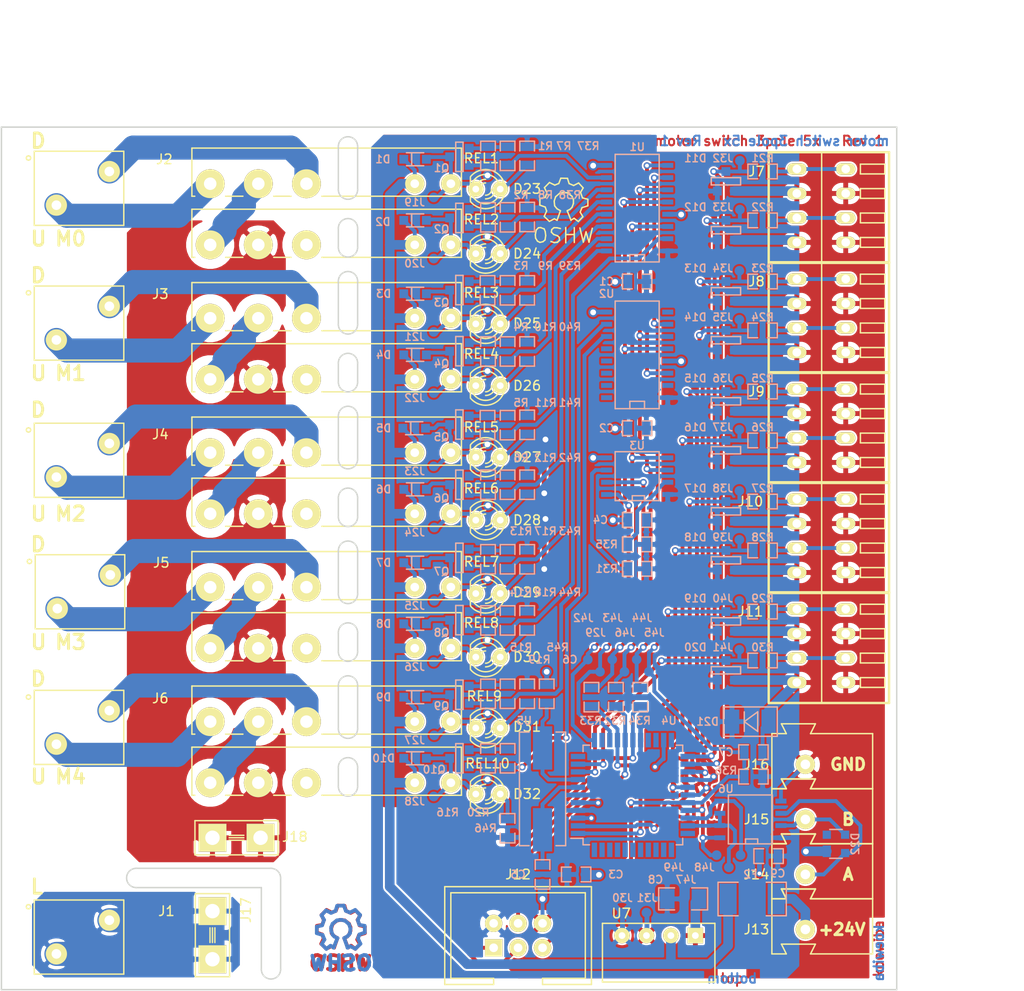
<source format=kicad_pcb>
(kicad_pcb (version 20171130) (host pcbnew 5.0.0-fee4fd1~66~ubuntu18.04.1)
  (title_block (title "motor switch 3pole 5x") (date 2018-09-18) (rev 1) (company koewiba))
  (layers (0 F.Cu signal) (31 B.Cu signal) (34 B.Paste user) (35 F.Paste user) (36 B.SilkS user) (37 F.SilkS user) (38 B.Mask user) (39 F.Mask user) (44 Edge.Cuts user))
  (net 0 "")
  (net 1 +5V)
  (net 2 GND)
  (net 3 "Net-(C5-Pad1)")
  (net 4 "Net-(C6-Pad1)")
  (net 5 /output_reset)
  (net 6 "Net-(D1-Pad1)")
  (net 7 +24V)
  (net 8 "Net-(D2-Pad1)")
  (net 9 "Net-(D10-Pad1)")
  (net 10 //button_0_up)
  (net 11 //button_0_down)
  (net 12 //button_1_up)
  (net 13 //button_1_down)
  (net 14 //button_2_up)
  (net 15 //button_2_down)
  (net 16 //button_3_up)
  (net 17 //button_3_down)
  (net 18 //button_4_up)
  (net 19 //button_4_down)
  (net 20 /bus_atmega328_basic/B)
  (net 21 /bus_atmega328_basic/A)
  (net 22 "/Motor Relays/230V")
  (net 23 "/Motor Relays/MOTOR_0_230V_UP")
  (net 24 "/Motor Relays/MOTOR_0_230V_DOWN")
  (net 25 "/Motor Relays/MOTOR_1_230V_UP")
  (net 26 "/Motor Relays/MOTOR_1_230V_DOWN")
  (net 27 "/Motor Relays/MOTOR_2_230V_UP")
  (net 28 "/Motor Relays/MOTOR_2_230V_DOWN")
  (net 29 "/Motor Relays/MOTOR_3_230V_UP")
  (net 30 "/Motor Relays/MOTOR_3_230V_DOWN")
  (net 31 "/Motor Relays/MOTOR_4_230V_UP")
  (net 32 "/Motor Relays/MOTOR_4_230V_DOWN")
  (net 33 "Net-(J7-Pad1)")
  (net 34 "Net-(J7-Pad3)")
  (net 35 "Net-(J8-Pad1)")
  (net 36 "Net-(J8-Pad3)")
  (net 37 "Net-(J9-Pad1)")
  (net 38 "Net-(J9-Pad3)")
  (net 39 "Net-(J10-Pad1)")
  (net 40 "Net-(J10-Pad3)")
  (net 41 "Net-(J11-Pad1)")
  (net 42 "Net-(J11-Pad3)")
  (net 43 /bus_atmega328_basic/PB4_MISO)
  (net 44 /bus_atmega328_basic/PB5_SCK)
  (net 45 /bus_atmega328_basic/PB3_MOSI)
  (net 46 "Net-(Q1-Pad1)")
  (net 47 "Net-(Q2-Pad1)")
  (net 48 "Net-(Q3-Pad1)")
  (net 49 "Net-(Q4-Pad1)")
  (net 50 "Net-(Q5-Pad1)")
  (net 51 "Net-(Q6-Pad1)")
  (net 52 "Net-(Q7-Pad1)")
  (net 53 "Net-(Q8-Pad1)")
  (net 54 "Net-(Q9-Pad1)")
  (net 55 "Net-(Q10-Pad1)")
  (net 56 /motor_0_up)
  (net 57 /motor_0_on)
  (net 58 /motor_1_up)
  (net 59 /motor_1_on)
  (net 60 /motor_2_up)
  (net 61 /motor_2_on)
  (net 62 /motor_3_up)
  (net 63 /motor_3_on)
  (net 64 /motor_4_up)
  (net 65 /motor_4_on)
  (net 66 "Net-(R31-Pad2)")
  (net 67 /bus_atmega328_basic/MISO)
  (net 68 /output_data)
  (net 69 /output_clock)
  (net 70 "Net-(R35-Pad2)")
  (net 71 /output_latch)
  (net 72 "Net-(U1-Pad9)")
  (net 73 /bus_atmega328_basic//CSEEP)
  (net 74 /bus_atmega328_basic/TXD0EN)
  (net 75 "Net-(F2-Pad2)")
  (net 76 "/Motor Relays/M0_230V_ON")
  (net 77 "/Motor Relays/M1_230V_ON")
  (net 78 "/Motor Relays/M2_230V_ON")
  (net 79 "/Motor Relays/M3_230V_ON")
  (net 80 "/Motor Relays/M4_230V_ON")
  (net 81 /bus_atmega328_basic/RXD0)
  (net 82 /bus_atmega328_basic/TXD0)
  (net 83 "Net-(J1-Pad1)")
  (net 84 "Net-(D25-Pad2)")
  (net 85 "Net-(D26-Pad2)")
  (net 86 "Net-(D28-Pad2)")
  (net 87 "Net-(D29-Pad2)")
  (net 88 "Net-(D30-Pad2)")
  (net 89 "Net-(D31-Pad2)")
  (net 90 "Net-(D23-Pad1)")
  (net 91 "Net-(D24-Pad1)")
  (net 92 "Net-(D25-Pad1)")
  (net 93 "Net-(D26-Pad1)")
  (net 94 "Net-(D27-Pad2)")
  (net 95 "Net-(D27-Pad1)")
  (net 96 "Net-(D28-Pad1)")
  (net 97 "Net-(D29-Pad1)")
  (net 98 "Net-(D30-Pad1)")
  (net 99 "Net-(D31-Pad1)")
  (net 100 "Net-(D32-Pad1)")
  (net 101 "Net-(D22-Pad2)")
  (net 102 "Net-(U2-Pad9)")
  (net 103 "Net-(U2-Pad5)")
  (net 104 "Net-(U2-Pad4)")
  (net 105 "Net-(U2-Pad3)")
  (net 106 "Net-(U2-Pad2)")
  (net 107 "Net-(U2-Pad1)")
  (net 108 "Net-(U2-Pad15)")
  (net 109 /bus_atmega328_basic/PD7)
  (net 110 /bus_atmega328_basic/PB1)
  (net 111 /bus_atmega328_basic/ADC6)
  (net 112 /bus_atmega328_basic/AREF)
  (net 113 /bus_atmega328_basic/ADC7)
  (module Housings_SOIC:SO16N (layer B.Cu) (at 166.04 58.42 90)
    (fp_text reference U1 (at 6.35 0 180) (layer B.SilkS) (effects (font (size 0.8 0.8)) (justify mirror)))
    (fp_text value 74HC595)
    (pad 15 smd rect (at -3.175 3.175 90) (size 0.508 1.143) (layers B.Cu B.Paste B.Mask) (net 63 /motor_3_on))
    (pad 1 smd rect (at -4.445 -3.175 90) (size 0.508 1.143) (layers B.Cu B.Paste B.Mask) (net 62 /motor_3_up))
    (pad 2 smd rect (at -3.175 -3.175 90) (size 0.508 1.143) (layers B.Cu B.Paste B.Mask) (net 61 /motor_2_on))
    (pad 3 smd rect (at -1.905 -3.175 90) (size 0.508 1.143) (layers B.Cu B.Paste B.Mask) (net 60 /motor_2_up))
    (pad 4 smd rect (at -0.635 -3.175 90) (size 0.508 1.143) (layers B.Cu B.Paste B.Mask) (net 59 /motor_1_on))
    (pad 5 smd rect (at 0.635 -3.175 90) (size 0.508 1.143) (layers B.Cu B.Paste B.Mask) (net 58 /motor_1_up))
    (pad 6 smd rect (at 1.905 -3.175 90) (size 0.508 1.143) (layers B.Cu B.Paste B.Mask) (net 57 /motor_0_on))
    (pad 7 smd rect (at 3.175 -3.175 90) (size 0.508 1.143) (layers B.Cu B.Paste B.Mask) (net 56 /motor_0_up))
    (pad 8 smd rect (at 4.445 -3.175 90) (size 0.508 1.143) (layers B.Cu B.Paste B.Mask) (net 2 GND))
    (pad 9 smd rect (at 4.445 3.175 90) (size 0.508 1.143) (layers B.Cu B.Paste B.Mask) (net 72 "Net-(U1-Pad9)"))
    (pad 10 smd rect (at 3.175 3.175 90) (size 0.508 1.143) (layers B.Cu B.Paste B.Mask) (net 5 /output_reset))
    (pad 11 smd rect (at 1.905 3.175 90) (size 0.508 1.143) (layers B.Cu B.Paste B.Mask) (net 69 /output_clock))
    (pad 12 smd rect (at 0.635 3.175 90) (size 0.508 1.143) (layers B.Cu B.Paste B.Mask) (net 71 /output_latch))
    (pad 13 smd rect (at -0.635 3.175 90) (size 0.508 1.143) (layers B.Cu B.Paste B.Mask) (net 2 GND))
    (pad 14 smd rect (at -1.905 3.175 90) (size 0.508 1.143) (layers B.Cu B.Paste B.Mask) (net 68 /output_data))
    (pad 16 smd rect (at -4.445 3.175 90) (size 0.508 1.143) (layers B.Cu B.Paste B.Mask) (net 1 +5V))
  )
  (module Housings_SOIC:SO16N (layer B.Cu) (at 166.04 73.66 90)
    (fp_text reference U2 (at 6.35 -3.175 180) (layer B.SilkS) (effects (font (size 0.8 0.8)) (justify mirror)))
    (fp_text value 74HC595)
    (pad 15 smd rect (at -3.175 3.175 90) (size 0.508 1.143) (layers B.Cu B.Paste B.Mask) (net 108 "Net-(U2-Pad15)"))
    (pad 1 smd rect (at -4.445 -3.175 90) (size 0.508 1.143) (layers B.Cu B.Paste B.Mask) (net 107 "Net-(U2-Pad1)"))
    (pad 2 smd rect (at -3.175 -3.175 90) (size 0.508 1.143) (layers B.Cu B.Paste B.Mask) (net 106 "Net-(U2-Pad2)"))
    (pad 3 smd rect (at -1.905 -3.175 90) (size 0.508 1.143) (layers B.Cu B.Paste B.Mask) (net 105 "Net-(U2-Pad3)"))
    (pad 4 smd rect (at -0.635 -3.175 90) (size 0.508 1.143) (layers B.Cu B.Paste B.Mask) (net 104 "Net-(U2-Pad4)"))
    (pad 5 smd rect (at 0.635 -3.175 90) (size 0.508 1.143) (layers B.Cu B.Paste B.Mask) (net 103 "Net-(U2-Pad5)"))
    (pad 6 smd rect (at 1.905 -3.175 90) (size 0.508 1.143) (layers B.Cu B.Paste B.Mask) (net 65 /motor_4_on))
    (pad 7 smd rect (at 3.175 -3.175 90) (size 0.508 1.143) (layers B.Cu B.Paste B.Mask) (net 64 /motor_4_up))
    (pad 8 smd rect (at 4.445 -3.175 90) (size 0.508 1.143) (layers B.Cu B.Paste B.Mask) (net 2 GND))
    (pad 9 smd rect (at 4.445 3.175 90) (size 0.508 1.143) (layers B.Cu B.Paste B.Mask) (net 102 "Net-(U2-Pad9)"))
    (pad 10 smd rect (at 3.175 3.175 90) (size 0.508 1.143) (layers B.Cu B.Paste B.Mask) (net 5 /output_reset))
    (pad 11 smd rect (at 1.905 3.175 90) (size 0.508 1.143) (layers B.Cu B.Paste B.Mask) (net 69 /output_clock))
    (pad 12 smd rect (at 0.635 3.175 90) (size 0.508 1.143) (layers B.Cu B.Paste B.Mask) (net 71 /output_latch))
    (pad 13 smd rect (at -0.635 3.175 90) (size 0.508 1.143) (layers B.Cu B.Paste B.Mask) (net 2 GND))
    (pad 14 smd rect (at -1.905 3.175 90) (size 0.508 1.143) (layers B.Cu B.Paste B.Mask) (net 72 "Net-(U1-Pad9)"))
    (pad 16 smd rect (at -4.445 3.175 90) (size 0.508 1.143) (layers B.Cu B.Paste B.Mask) (net 1 +5V))
  )
  (module Connector_WAGO:WAGO2081-1122 (layer F.Cu) (at 111.21 54.61 90)
    (fp_text reference J2 (at 1.27 5.715 180) (layer F.SilkS))
    (fp_text value "WAGO 2081-1122")
    (pad 2 thru_hole circle (at -3.5 -5.5 90) (size 2.2 2.2) (drill 1) (layers *.Cu *.Mask F.SilkS) (net 23 "/Motor Relays/MOTOR_0_230V_UP"))
    (pad 1 thru_hole circle (at 0 0 90) (size 2.2 2.2) (drill 1) (layers *.Cu *.Mask F.SilkS) (net 24 "/Motor Relays/MOTOR_0_230V_DOWN"))
  )
  (module Resistor:R_0805 (layer B.Cu) (at 152.578 115.57 270)
    (fp_text reference R20 (at 5.615 3.048) (layer B.SilkS) (effects (font (size 0.8 0.8)) (justify mirror)))
    (fp_text value 100)
    (pad 2 smd rect (at 0.9525 0 270) (size 0.889 1.397) (layers B.Cu B.Paste B.Mask) (net 65 /motor_4_on))
    (pad 1 smd rect (at -0.9525 0 270) (size 0.889 1.397) (layers B.Cu B.Paste B.Mask) (net 55 "Net-(Q10-Pad1)"))
  )
  (module Resistor:R_0805 (layer B.Cu) (at 150.546 108.866 270)
    (fp_text reference R15 (at -4.826 -3.429) (layer B.SilkS) (effects (font (size 0.8 0.8)) (justify mirror)))
    (fp_text value 10k)
    (pad 2 smd rect (at 0.9525 0 270) (size 0.889 1.397) (layers B.Cu B.Paste B.Mask) (net 2 GND))
    (pad 1 smd rect (at -0.9525 0 270) (size 0.889 1.397) (layers B.Cu B.Paste B.Mask) (net 54 "Net-(Q9-Pad1)"))
  )
  (module Housings_SOT:SOT23-3 (layer B.Cu) (at 147.574 94.742 90)
    (fp_text reference Q7 (at -1.424 -1.854 180) (layer B.SilkS) (effects (font (size 0.8 0.8)) (justify mirror)))
    (fp_text value BSS138)
    (pad 3 smd rect (at 0 -1.016 90) (size 0.9144 0.9144) (layers B.Cu B.Paste B.Mask) (net 87 "Net-(D29-Pad2)"))
    (pad 1 smd rect (at 0.889 1.016 90) (size 0.9144 0.9144) (layers B.Cu B.Paste B.Mask) (net 52 "Net-(Q7-Pad1)"))
    (pad 2 smd rect (at -0.889 1.016 90) (size 0.9144 0.9144) (layers B.Cu B.Paste B.Mask) (net 2 GND))
  )
  (module Relay:finder_34.51_1xUM (layer F.Cu) (at 146.685 83.82 180)
    (fp_text reference REL5 (at -3.175 2.64 180) (layer F.SilkS))
    (fp_text value FINDER_34.51.7.024)
    (pad 5 thru_hole circle (at 25 0 180) (size 3 3) (drill 1.3) (layers *.Cu *.Mask F.SilkS) (net 27 "/Motor Relays/MOTOR_2_230V_UP"))
    (pad 4 thru_hole circle (at 20 0 180) (size 3 3) (drill 1.3) (layers *.Cu *.Mask F.SilkS) (net 78 "/Motor Relays/M2_230V_ON"))
    (pad 3 thru_hole circle (at 15 0 180) (size 3 3) (drill 1.3) (layers *.Cu *.Mask F.SilkS) (net 28 "/Motor Relays/MOTOR_2_230V_DOWN"))
    (pad 2 thru_hole circle (at 3.75 0 180) (size 2 2) (drill 0.9) (layers *.Cu *.Mask F.SilkS) (net 7 +24V))
    (pad 1 thru_hole circle (at 0 0 180) (size 2 2) (drill 0.9) (layers *.Cu *.Mask F.SilkS) (net 94 "Net-(D27-Pad2)"))
  )
  (module Housings_SOT:SOT23-3 (layer B.Cu) (at 175.26 55.626)
    (fp_text reference D11 (at -3.175 -2.386) (layer B.SilkS) (effects (font (size 0.8 0.8)) (justify mirror)))
    (fp_text value BAT54S)
    (pad 3 smd rect (at 0 -1.016) (size 0.9144 0.9144) (layers B.Cu B.Paste B.Mask) (net 10 //button_0_up))
    (pad 1 smd rect (at 0.889 1.016) (size 0.9144 0.9144) (layers B.Cu B.Paste B.Mask) (net 2 GND))
    (pad 2 smd rect (at -0.889 1.016) (size 0.9144 0.9144) (layers B.Cu B.Paste B.Mask) (net 1 +5V))
  )
  (module Housings_SOT:SOT23-3 (layer B.Cu) (at 175.26 60.706)
    (fp_text reference D12 (at -3.175 -2.386) (layer B.SilkS) (effects (font (size 0.8 0.8)) (justify mirror)))
    (fp_text value BAT54S)
    (pad 3 smd rect (at 0 -1.016) (size 0.9144 0.9144) (layers B.Cu B.Paste B.Mask) (net 11 //button_0_down))
    (pad 1 smd rect (at 0.889 1.016) (size 0.9144 0.9144) (layers B.Cu B.Paste B.Mask) (net 2 GND))
    (pad 2 smd rect (at -0.889 1.016) (size 0.9144 0.9144) (layers B.Cu B.Paste B.Mask) (net 1 +5V))
  )
  (module Housings_SOT:SOT23-3 (layer B.Cu) (at 175.26 67.056)
    (fp_text reference D13 (at -3.175 -2.386) (layer B.SilkS) (effects (font (size 0.8 0.8)) (justify mirror)))
    (fp_text value BAT54S)
    (pad 3 smd rect (at 0 -1.016) (size 0.9144 0.9144) (layers B.Cu B.Paste B.Mask) (net 12 //button_1_up))
    (pad 1 smd rect (at 0.889 1.016) (size 0.9144 0.9144) (layers B.Cu B.Paste B.Mask) (net 2 GND))
    (pad 2 smd rect (at -0.889 1.016) (size 0.9144 0.9144) (layers B.Cu B.Paste B.Mask) (net 1 +5V))
  )
  (module Housings_SOT:SOT23-3 (layer B.Cu) (at 175.26 72.136)
    (fp_text reference D14 (at -3.175 -2.386) (layer B.SilkS) (effects (font (size 0.8 0.8)) (justify mirror)))
    (fp_text value BAT54S)
    (pad 3 smd rect (at 0 -1.016) (size 0.9144 0.9144) (layers B.Cu B.Paste B.Mask) (net 13 //button_1_down))
    (pad 1 smd rect (at 0.889 1.016) (size 0.9144 0.9144) (layers B.Cu B.Paste B.Mask) (net 2 GND))
    (pad 2 smd rect (at -0.889 1.016) (size 0.9144 0.9144) (layers B.Cu B.Paste B.Mask) (net 1 +5V))
  )
  (module Housings_SOT:SOT23-3 (layer B.Cu) (at 175.26 78.486)
    (fp_text reference D15 (at -3.175 -2.386) (layer B.SilkS) (effects (font (size 0.8 0.8)) (justify mirror)))
    (fp_text value BAT54S)
    (pad 3 smd rect (at 0 -1.016) (size 0.9144 0.9144) (layers B.Cu B.Paste B.Mask) (net 14 //button_2_up))
    (pad 1 smd rect (at 0.889 1.016) (size 0.9144 0.9144) (layers B.Cu B.Paste B.Mask) (net 2 GND))
    (pad 2 smd rect (at -0.889 1.016) (size 0.9144 0.9144) (layers B.Cu B.Paste B.Mask) (net 1 +5V))
  )
  (module Housings_SOT:SOT23-3 (layer B.Cu) (at 175.26 83.566)
    (fp_text reference D16 (at -3.175 -2.386) (layer B.SilkS) (effects (font (size 0.8 0.8)) (justify mirror)))
    (fp_text value BAT54S)
    (pad 3 smd rect (at 0 -1.016) (size 0.9144 0.9144) (layers B.Cu B.Paste B.Mask) (net 15 //button_2_down))
    (pad 1 smd rect (at 0.889 1.016) (size 0.9144 0.9144) (layers B.Cu B.Paste B.Mask) (net 2 GND))
    (pad 2 smd rect (at -0.889 1.016) (size 0.9144 0.9144) (layers B.Cu B.Paste B.Mask) (net 1 +5V))
  )
  (module Housings_SOT:SOT23-3 (layer B.Cu) (at 175.26 89.916)
    (fp_text reference D17 (at -3.175 -2.386) (layer B.SilkS) (effects (font (size 0.8 0.8)) (justify mirror)))
    (fp_text value BAT54S)
    (pad 3 smd rect (at 0 -1.016) (size 0.9144 0.9144) (layers B.Cu B.Paste B.Mask) (net 16 //button_3_up))
    (pad 1 smd rect (at 0.889 1.016) (size 0.9144 0.9144) (layers B.Cu B.Paste B.Mask) (net 2 GND))
    (pad 2 smd rect (at -0.889 1.016) (size 0.9144 0.9144) (layers B.Cu B.Paste B.Mask) (net 1 +5V))
  )
  (module Housings_SOT:SOT23-3 (layer B.Cu) (at 175.26 94.996)
    (fp_text reference D18 (at -3.175 -2.386) (layer B.SilkS) (effects (font (size 0.8 0.8)) (justify mirror)))
    (fp_text value BAT54S)
    (pad 3 smd rect (at 0 -1.016) (size 0.9144 0.9144) (layers B.Cu B.Paste B.Mask) (net 17 //button_3_down))
    (pad 1 smd rect (at 0.889 1.016) (size 0.9144 0.9144) (layers B.Cu B.Paste B.Mask) (net 2 GND))
    (pad 2 smd rect (at -0.889 1.016) (size 0.9144 0.9144) (layers B.Cu B.Paste B.Mask) (net 1 +5V))
  )
  (module Housings_SOT:SOT23-3 (layer B.Cu) (at 175.26 101.346)
    (fp_text reference D19 (at -3.175 -2.386) (layer B.SilkS) (effects (font (size 0.8 0.8)) (justify mirror)))
    (fp_text value BAT54S)
    (pad 3 smd rect (at 0 -1.016) (size 0.9144 0.9144) (layers B.Cu B.Paste B.Mask) (net 18 //button_4_up))
    (pad 1 smd rect (at 0.889 1.016) (size 0.9144 0.9144) (layers B.Cu B.Paste B.Mask) (net 2 GND))
    (pad 2 smd rect (at -0.889 1.016) (size 0.9144 0.9144) (layers B.Cu B.Paste B.Mask) (net 1 +5V))
  )
  (module Housings_SOT:SOT23-3 (layer B.Cu) (at 175.26 106.426)
    (fp_text reference D20 (at -3.175 -2.386) (layer B.SilkS) (effects (font (size 0.8 0.8)) (justify mirror)))
    (fp_text value BAT54S)
    (pad 3 smd rect (at 0 -1.016) (size 0.9144 0.9144) (layers B.Cu B.Paste B.Mask) (net 19 //button_4_down))
    (pad 1 smd rect (at 0.889 1.016) (size 0.9144 0.9144) (layers B.Cu B.Paste B.Mask) (net 2 GND))
    (pad 2 smd rect (at -0.889 1.016) (size 0.9144 0.9144) (layers B.Cu B.Paste B.Mask) (net 1 +5V))
  )
  (module Diode_SMD:D_SOT143 (layer B.Cu) (at 186.69 124.46 90)
    (fp_text reference D22 (at 0 2 90) (layer B.SilkS) (effects (font (size 0.8 0.8)) (justify mirror)))
    (fp_text value "SEMTECH SR05")
    (pad 4 smd trapezoid (at -0.95 0.95 90) (size 0.85 0.85) (layers B.Cu B.Paste B.Mask) (net 21 /bus_atmega328_basic/A))
    (pad 3 smd rect (at 0.95 0.95 90) (size 0.85 0.85) (layers B.Cu B.Paste B.Mask) (net 20 /bus_atmega328_basic/B))
    (pad 2 smd rect (at 0.95 -0.95 90) (size 0.85 0.85) (layers B.Cu B.Paste B.Mask) (net 101 "Net-(D22-Pad2)"))
    (pad 1 smd rect (at -0.76962 -0.95 90) (size 1.2 0.85) (layers B.Cu B.Paste B.Mask) (net 2 GND))
  )
  (module Resistor:R_1812 (layer B.Cu) (at 178 130.175)
    (fp_text reference F2 (at -0.2 -2.54) (layer B.SilkS) (effects (font (size 0.8 0.8)) (justify mirror)))
    (fp_text value FUSE)
    (pad 2 smd rect (at 2.4892 0) (size 1.78054 3.2004) (layers B.Cu B.Paste B.Mask) (net 75 "Net-(F2-Pad2)"))
    (pad 1 smd rect (at -2.5146 0) (size 1.78054 3.2004) (layers B.Cu B.Paste B.Mask) (net 7 +24V))
  )
  (module Connector_WAGO:WAGO2081-1122 (layer F.Cu) (at 111.21 132.39 90)
    (fp_text reference J1 (at 0.945 5.93 180) (layer F.SilkS))
    (fp_text value CONN_2X1)
    (pad 2 thru_hole circle (at -3.5 -5.5 90) (size 2.2 2.2) (drill 1) (layers *.Cu *.Mask F.SilkS) (net 83 "Net-(J1-Pad1)"))
    (pad 1 thru_hole circle (at 0 0 90) (size 2.2 2.2) (drill 1) (layers *.Cu *.Mask F.SilkS) (net 83 "Net-(J1-Pad1)"))
  )
  (module Connector_WAGO:WAGO2081-1122 (layer F.Cu) (at 111.21 68.61 90)
    (fp_text reference J3 (at 1.27 5.295 180) (layer F.SilkS))
    (fp_text value "WAGO 2081-1122")
    (pad 2 thru_hole circle (at -3.5 -5.5 90) (size 2.2 2.2) (drill 1) (layers *.Cu *.Mask F.SilkS) (net 25 "/Motor Relays/MOTOR_1_230V_UP"))
    (pad 1 thru_hole circle (at 0 0 90) (size 2.2 2.2) (drill 1) (layers *.Cu *.Mask F.SilkS) (net 26 "/Motor Relays/MOTOR_1_230V_DOWN"))
  )
  (module Connector_WAGO:WAGO2081-1122 (layer F.Cu) (at 111.21 82.86 90)
    (fp_text reference J4 (at 0.945 5.295 180) (layer F.SilkS))
    (fp_text value "WAGO 2081-1122")
    (pad 2 thru_hole circle (at -3.5 -5.5 90) (size 2.2 2.2) (drill 1) (layers *.Cu *.Mask F.SilkS) (net 27 "/Motor Relays/MOTOR_2_230V_UP"))
    (pad 1 thru_hole circle (at 0 0 90) (size 2.2 2.2) (drill 1) (layers *.Cu *.Mask F.SilkS) (net 28 "/Motor Relays/MOTOR_2_230V_DOWN"))
  )
  (module Connector_WAGO:WAGO2081-1122 (layer F.Cu) (at 111.31 96.52 90)
    (fp_text reference J5 (at 1.27 5.295 180) (layer F.SilkS))
    (fp_text value "WAGO 2081-1122")
    (pad 2 thru_hole circle (at -3.5 -5.5 90) (size 2.2 2.2) (drill 1) (layers *.Cu *.Mask F.SilkS) (net 29 "/Motor Relays/MOTOR_3_230V_UP"))
    (pad 1 thru_hole circle (at 0 0 90) (size 2.2 2.2) (drill 1) (layers *.Cu *.Mask F.SilkS) (net 30 "/Motor Relays/MOTOR_3_230V_DOWN"))
  )
  (module Connector_WAGO:WAGO2081-1122 (layer F.Cu) (at 111.21 110.61 90)
    (fp_text reference J6 (at 1.27 5.295 180) (layer F.SilkS))
    (fp_text value "WAGO 2081-1122")
    (pad 2 thru_hole circle (at -3.5 -5.5 90) (size 2.2 2.2) (drill 1) (layers *.Cu *.Mask F.SilkS) (net 31 "/Motor Relays/MOTOR_4_230V_UP"))
    (pad 1 thru_hole circle (at 0 0 90) (size 2.2 2.2) (drill 1) (layers *.Cu *.Mask F.SilkS) (net 32 "/Motor Relays/MOTOR_4_230V_DOWN"))
  )
  (module Connector_WAGO:WAGO233-4 (layer F.Cu) (at 187.706 54.356 270)
    (fp_text reference J7 (at 0.254 9.271) (layer F.SilkS))
    (fp_text value "WAGO 233-504")
    (pad 4 thru_hole oval (at 7.62 5.08 270) (size 1.2 2) (drill 0.9) (layers *.Cu *.Mask F.SilkS) (net 2 GND))
    (pad 3 thru_hole oval (at 5.08 5.08 270) (size 1.2 2) (drill 0.9) (layers *.Cu *.Mask F.SilkS) (net 34 "Net-(J7-Pad3)"))
    (pad 2 thru_hole oval (at 2.54 5.08 270) (size 1.2 2) (drill 0.9) (layers *.Cu *.Mask F.SilkS) (net 2 GND))
    (pad 1 thru_hole oval (at 0 5.08 270) (size 1.2 2) (drill 0.9) (layers *.Cu *.Mask F.SilkS) (net 33 "Net-(J7-Pad1)"))
    (pad 4 thru_hole oval (at 7.62 0 270) (size 1.2 2) (drill 0.9) (layers *.Cu *.Mask F.SilkS) (net 2 GND))
    (pad 3 thru_hole oval (at 5.08 0 270) (size 1.2 2) (drill 0.9) (layers *.Cu *.Mask F.SilkS) (net 34 "Net-(J7-Pad3)") (clearance 0.1))
    (pad 1 thru_hole oval (at 0 0 270) (size 1.2 2) (drill 0.9) (layers *.Cu *.Mask F.SilkS) (net 33 "Net-(J7-Pad1)") (clearance 0.1))
    (pad 2 thru_hole oval (at 2.54 0 270) (size 1.2 2) (drill 0.9) (layers *.Cu *.Mask F.SilkS) (net 2 GND) (clearance 0.1))
  )
  (module Connector_WAGO:WAGO233-4 (layer F.Cu) (at 187.706 65.786 270)
    (fp_text reference J8 (at 0.254 9.271) (layer F.SilkS))
    (fp_text value "WAGO 233-504")
    (pad 4 thru_hole oval (at 7.62 5.08 270) (size 1.2 2) (drill 0.9) (layers *.Cu *.Mask F.SilkS) (net 2 GND))
    (pad 3 thru_hole oval (at 5.08 5.08 270) (size 1.2 2) (drill 0.9) (layers *.Cu *.Mask F.SilkS) (net 36 "Net-(J8-Pad3)"))
    (pad 2 thru_hole oval (at 2.54 5.08 270) (size 1.2 2) (drill 0.9) (layers *.Cu *.Mask F.SilkS) (net 2 GND))
    (pad 1 thru_hole oval (at 0 5.08 270) (size 1.2 2) (drill 0.9) (layers *.Cu *.Mask F.SilkS) (net 35 "Net-(J8-Pad1)"))
    (pad 4 thru_hole oval (at 7.62 0 270) (size 1.2 2) (drill 0.9) (layers *.Cu *.Mask F.SilkS) (net 2 GND))
    (pad 3 thru_hole oval (at 5.08 0 270) (size 1.2 2) (drill 0.9) (layers *.Cu *.Mask F.SilkS) (net 36 "Net-(J8-Pad3)") (clearance 0.1))
    (pad 1 thru_hole oval (at 0 0 270) (size 1.2 2) (drill 0.9) (layers *.Cu *.Mask F.SilkS) (net 35 "Net-(J8-Pad1)") (clearance 0.1))
    (pad 2 thru_hole oval (at 2.54 0 270) (size 1.2 2) (drill 0.9) (layers *.Cu *.Mask F.SilkS) (net 2 GND) (clearance 0.1))
  )
  (module Connector_WAGO:WAGO233-4 (layer F.Cu) (at 187.706 77.216 270)
    (fp_text reference J9 (at 0.254 9.271) (layer F.SilkS))
    (fp_text value "WAGO 233-504")
    (pad 4 thru_hole oval (at 7.62 5.08 270) (size 1.2 2) (drill 0.9) (layers *.Cu *.Mask F.SilkS) (net 2 GND))
    (pad 3 thru_hole oval (at 5.08 5.08 270) (size 1.2 2) (drill 0.9) (layers *.Cu *.Mask F.SilkS) (net 38 "Net-(J9-Pad3)"))
    (pad 2 thru_hole oval (at 2.54 5.08 270) (size 1.2 2) (drill 0.9) (layers *.Cu *.Mask F.SilkS) (net 2 GND))
    (pad 1 thru_hole oval (at 0 5.08 270) (size 1.2 2) (drill 0.9) (layers *.Cu *.Mask F.SilkS) (net 37 "Net-(J9-Pad1)"))
    (pad 4 thru_hole oval (at 7.62 0 270) (size 1.2 2) (drill 0.9) (layers *.Cu *.Mask F.SilkS) (net 2 GND))
    (pad 3 thru_hole oval (at 5.08 0 270) (size 1.2 2) (drill 0.9) (layers *.Cu *.Mask F.SilkS) (net 38 "Net-(J9-Pad3)") (clearance 0.1))
    (pad 1 thru_hole oval (at 0 0 270) (size 1.2 2) (drill 0.9) (layers *.Cu *.Mask F.SilkS) (net 37 "Net-(J9-Pad1)") (clearance 0.1))
    (pad 2 thru_hole oval (at 2.54 0 270) (size 1.2 2) (drill 0.9) (layers *.Cu *.Mask F.SilkS) (net 2 GND) (clearance 0.1))
  )
  (module Connector_WAGO:WAGO233-4 (layer F.Cu) (at 187.706 88.646 270)
    (fp_text reference J10 (at 0.254 9.906) (layer F.SilkS))
    (fp_text value "WAGO 233-504")
    (pad 4 thru_hole oval (at 7.62 5.08 270) (size 1.2 2) (drill 0.9) (layers *.Cu *.Mask F.SilkS) (net 2 GND))
    (pad 3 thru_hole oval (at 5.08 5.08 270) (size 1.2 2) (drill 0.9) (layers *.Cu *.Mask F.SilkS) (net 40 "Net-(J10-Pad3)"))
    (pad 2 thru_hole oval (at 2.54 5.08 270) (size 1.2 2) (drill 0.9) (layers *.Cu *.Mask F.SilkS) (net 2 GND))
    (pad 1 thru_hole oval (at 0 5.08 270) (size 1.2 2) (drill 0.9) (layers *.Cu *.Mask F.SilkS) (net 39 "Net-(J10-Pad1)"))
    (pad 4 thru_hole oval (at 7.62 0 270) (size 1.2 2) (drill 0.9) (layers *.Cu *.Mask F.SilkS) (net 2 GND))
    (pad 3 thru_hole oval (at 5.08 0 270) (size 1.2 2) (drill 0.9) (layers *.Cu *.Mask F.SilkS) (net 40 "Net-(J10-Pad3)") (clearance 0.1))
    (pad 1 thru_hole oval (at 0 0 270) (size 1.2 2) (drill 0.9) (layers *.Cu *.Mask F.SilkS) (net 39 "Net-(J10-Pad1)") (clearance 0.1))
    (pad 2 thru_hole oval (at 2.54 0 270) (size 1.2 2) (drill 0.9) (layers *.Cu *.Mask F.SilkS) (net 2 GND) (clearance 0.1))
  )
  (module Connector_WAGO:WAGO233-4 (layer F.Cu) (at 187.706 100.076 270)
    (fp_text reference J11 (at 0.254 9.906) (layer F.SilkS))
    (fp_text value "WAGO 233-504")
    (pad 4 thru_hole oval (at 7.62 5.08 270) (size 1.2 2) (drill 0.9) (layers *.Cu *.Mask F.SilkS) (net 2 GND))
    (pad 3 thru_hole oval (at 5.08 5.08 270) (size 1.2 2) (drill 0.9) (layers *.Cu *.Mask F.SilkS) (net 42 "Net-(J11-Pad3)"))
    (pad 2 thru_hole oval (at 2.54 5.08 270) (size 1.2 2) (drill 0.9) (layers *.Cu *.Mask F.SilkS) (net 2 GND))
    (pad 1 thru_hole oval (at 0 5.08 270) (size 1.2 2) (drill 0.9) (layers *.Cu *.Mask F.SilkS) (net 41 "Net-(J11-Pad1)"))
    (pad 4 thru_hole oval (at 7.62 0 270) (size 1.2 2) (drill 0.9) (layers *.Cu *.Mask F.SilkS) (net 2 GND))
    (pad 3 thru_hole oval (at 5.08 0 270) (size 1.2 2) (drill 0.9) (layers *.Cu *.Mask F.SilkS) (net 42 "Net-(J11-Pad3)") (clearance 0.1))
    (pad 1 thru_hole oval (at 0 0 270) (size 1.2 2) (drill 0.9) (layers *.Cu *.Mask F.SilkS) (net 41 "Net-(J11-Pad1)") (clearance 0.1))
    (pad 2 thru_hole oval (at 2.54 0 270) (size 1.2 2) (drill 0.9) (layers *.Cu *.Mask F.SilkS) (net 2 GND) (clearance 0.1))
  )
  (module Connector_Header:HEADER_6 (layer F.Cu) (at 151.13 135.255)
    (fp_text reference J12 (at 2.54 -7.62) (layer F.SilkS))
    (fp_text value CONN-ISP-6)
    (pad 6 thru_hole circle (at 5.08 -2.54) (size 1.8 1.8) (drill 0.9) (layers *.Cu *.Mask F.SilkS) (net 2 GND))
    (pad 5 thru_hole circle (at 5.08 0) (size 1.8 1.8) (drill 0.9) (layers *.Cu *.Mask F.SilkS) (net 5 /output_reset))
    (pad 4 thru_hole circle (at 2.54 -2.54) (size 1.8 1.8) (drill 0.9) (layers *.Cu *.Mask F.SilkS) (net 45 /bus_atmega328_basic/PB3_MOSI))
    (pad 3 thru_hole circle (at 2.54 0) (size 1.8 1.8) (drill 0.9) (layers *.Cu *.Mask F.SilkS) (net 44 /bus_atmega328_basic/PB5_SCK))
    (pad 2 thru_hole circle (at 0 -2.54) (size 1.8 1.8) (drill 0.9) (layers *.Cu *.Mask F.SilkS) (net 1 +5V))
    (pad 1 thru_hole rect (at 0 0) (size 1.8 1.8) (drill 0.9) (layers *.Cu *.Mask F.SilkS) (net 43 /bus_atmega328_basic/PB4_MISO))
  )
  (module Symbol:Symbol_OSHW-Logo_Copper (layer F.Cu) (at 135.255 133.35)
    (fp_text reference LOGO1 hide)
    (fp_text value OPEN_HARDWARE_1 hide)
    (fp_line (start 0.35052 0.89916) (end 0.7493 1.89992) (layer F.Cu) (width 0.381))
    (fp_line (start -0.35052 0.89916) (end -0.70104 1.89992) (layer F.Cu) (width 0.381))
    (fp_line (start -0.70104 0.70104) (end -0.35052 0.89916) (layer F.Cu) (width 0.381))
    (fp_line (start -0.94996 0.39878) (end -0.70104 0.70104) (layer F.Cu) (width 0.381))
    (fp_line (start -1.00076 -0.09906) (end -0.94996 0.39878) (layer F.Cu) (width 0.381))
    (fp_line (start -0.8509 -0.55118) (end -1.00076 -0.09906) (layer F.Cu) (width 0.381))
    (fp_line (start -0.44958 -0.89916) (end -0.8509 -0.55118) (layer F.Cu) (width 0.381))
    (fp_line (start -0.0508 -1.00076) (end -0.44958 -0.89916) (layer F.Cu) (width 0.381))
    (fp_line (start 0.39878 -0.94996) (end -0.0508 -1.00076) (layer F.Cu) (width 0.381))
    (fp_line (start 0.8509 -0.59944) (end 0.39878 -0.94996) (layer F.Cu) (width 0.381))
    (fp_line (start 1.00076 -0.24892) (end 0.8509 -0.59944) (layer F.Cu) (width 0.381))
    (fp_line (start 1.00076 0.14986) (end 1.00076 -0.24892) (layer F.Cu) (width 0.381))
    (fp_line (start 0.8509 0.55118) (end 1.00076 0.14986) (layer F.Cu) (width 0.381))
    (fp_line (start 0.65024 0.7493) (end 0.8509 0.55118) (layer F.Cu) (width 0.381))
    (fp_line (start 0.35052 0.89916) (end 0.65024 0.7493) (layer F.Cu) (width 0.381))
    (fp_line (start -1.9304 0.5207) (end -1.7907 0.91948) (layer F.Cu) (width 0.381))
    (fp_line (start -2.4892 0.32004) (end -1.9304 0.5207) (layer F.Cu) (width 0.381))
    (fp_line (start -2.47904 -0.381) (end -2.4892 0.32004) (layer F.Cu) (width 0.381))
    (fp_line (start -1.9304 -0.48006) (end -2.47904 -0.381) (layer F.Cu) (width 0.381))
    (fp_line (start -1.76022 -0.96012) (end -1.9304 -0.48006) (layer F.Cu) (width 0.381))
    (fp_line (start -2.00914 -1.50114) (end -1.76022 -0.96012) (layer F.Cu) (width 0.381))
    (fp_line (start -1.49098 -2.02946) (end -2.00914 -1.50114) (layer F.Cu) (width 0.381))
    (fp_line (start -0.9398 -1.76022) (end -1.49098 -2.02946) (layer F.Cu) (width 0.381))
    (fp_line (start -0.5207 -1.9304) (end -0.9398 -1.76022) (layer F.Cu) (width 0.381))
    (fp_line (start -0.30988 -2.47904) (end -0.5207 -1.9304) (layer F.Cu) (width 0.381))
    (fp_line (start 0.381 -2.46126) (end -0.30988 -2.47904) (layer F.Cu) (width 0.381))
    (fp_line (start 0.55118 -1.92024) (end 0.381 -2.46126) (layer F.Cu) (width 0.381))
    (fp_line (start 1.02108 -1.71958) (end 0.55118 -1.92024) (layer F.Cu) (width 0.381))
    (fp_line (start 1.53924 -1.9812) (end 1.02108 -1.71958) (layer F.Cu) (width 0.381))
    (fp_line (start 2.00914 -1.47066) (end 1.53924 -1.9812) (layer F.Cu) (width 0.381))
    (fp_line (start 1.7399 -1.00076) (end 2.00914 -1.47066) (layer F.Cu) (width 0.381))
    (fp_line (start 1.94056 -0.42926) (end 1.7399 -1.00076) (layer F.Cu) (width 0.381))
    (fp_line (start 2.49936 -0.28956) (end 1.94056 -0.42926) (layer F.Cu) (width 0.381))
    (fp_line (start 2.49936 0.39116) (end 2.49936 -0.28956) (layer F.Cu) (width 0.381))
    (fp_line (start 1.88976 0.57912) (end 2.49936 0.39116) (layer F.Cu) (width 0.381))
    (fp_line (start 1.69926 1.04902) (end 1.88976 0.57912) (layer F.Cu) (width 0.381))
    (fp_line (start 1.9812 1.52908) (end 1.69926 1.04902) (layer F.Cu) (width 0.381))
    (fp_line (start 1.50876 2.0193) (end 1.9812 1.52908) (layer F.Cu) (width 0.381))
    (fp_line (start 1.06934 1.6891) (end 1.50876 2.0193) (layer F.Cu) (width 0.381))
    (fp_line (start 0.73914 1.8796) (end 1.06934 1.6891) (layer F.Cu) (width 0.381))
    (fp_line (start -0.98044 1.7399) (end -0.70104 1.89992) (layer F.Cu) (width 0.381))
    (fp_line (start -1.50114 2.00914) (end -0.98044 1.7399) (layer F.Cu) (width 0.381))
    (fp_line (start -2.03962 1.49098) (end -1.50114 2.00914) (layer F.Cu) (width 0.381))
    (fp_line (start -1.78054 0.92964) (end -2.03962 1.49098) (layer F.Cu) (width 0.381))
    (fp_line (start -2.03962 2.78892) (end -2.4003 2.65938) (layer F.Cu) (width 0.381))
    (fp_line (start -1.9304 3.07086) (end -2.03962 2.78892) (layer F.Cu) (width 0.381))
    (fp_line (start -1.8796 3.4798) (end -1.9304 3.07086) (layer F.Cu) (width 0.381))
    (fp_line (start -1.95072 3.93954) (end -1.8796 3.4798) (layer F.Cu) (width 0.381))
    (fp_line (start -2.16916 4.11988) (end -1.95072 3.93954) (layer F.Cu) (width 0.381))
    (fp_line (start -2.47904 4.191) (end -2.16916 4.11988) (layer F.Cu) (width 0.381))
    (fp_line (start -2.7305 4.06908) (end -2.47904 4.191) (layer F.Cu) (width 0.381))
    (fp_line (start -2.93116 3.74904) (end -2.7305 4.06908) (layer F.Cu) (width 0.381))
    (fp_line (start -2.9591 3.40106) (end -2.93116 3.74904) (layer F.Cu) (width 0.381))
    (fp_line (start -2.8702 2.91084) (end -2.9591 3.40106) (layer F.Cu) (width 0.381))
    (fp_line (start -2.6289 2.66954) (end -2.8702 2.91084) (layer F.Cu) (width 0.381))
    (fp_line (start -2.37998 2.64922) (end -2.6289 2.66954) (layer F.Cu) (width 0.381))
    (fp_line (start -0.9906 4.20878) (end -1.34112 4.09956) (layer F.Cu) (width 0.381))
    (fp_line (start -0.67056 4.18084) (end -0.9906 4.20878) (layer F.Cu) (width 0.381))
    (fp_line (start -0.43942 3.95986) (end -0.67056 4.18084) (layer F.Cu) (width 0.381))
    (fp_line (start -0.48006 3.66014) (end -0.43942 3.95986) (layer F.Cu) (width 0.381))
    (fp_line (start -0.6604 3.50012) (end -0.48006 3.66014) (layer F.Cu) (width 0.381))
    (fp_line (start -1.04902 3.37058) (end -0.6604 3.50012) (layer F.Cu) (width 0.381))
    (fp_line (start -1.29032 3.12928) (end -1.04902 3.37058) (layer F.Cu) (width 0.381))
    (fp_line (start -1.25984 2.86004) (end -1.29032 3.12928) (layer F.Cu) (width 0.381))
    (fp_line (start -1.02108 2.65938) (end -1.25984 2.86004) (layer F.Cu) (width 0.381))
    (fp_line (start -0.70104 2.66954) (end -1.02108 2.65938) (layer F.Cu) (width 0.381))
    (fp_line (start -0.35052 2.75082) (end -0.70104 2.66954) (layer F.Cu) (width 0.381))
    (fp_line (start 0.20066 4.21894) (end 0.21082 4.20878) (layer F.Cu) (width 0.381))
    (fp_line (start 0.20066 2.64922) (end 0.20066 4.21894) (layer F.Cu) (width 0.381))
    (fp_line (start 1.08966 2.65938) (end 1.08966 4.20116) (layer F.Cu) (width 0.381))
    (fp_line (start 1.04902 3.38074) (end 1.04902 3.37058) (layer F.Cu) (width 0.381))
    (fp_line (start 1.03886 3.37058) (end 1.04902 3.38074) (layer F.Cu) (width 0.381))
    (fp_line (start 0.24892 3.38074) (end 1.03886 3.37058) (layer F.Cu) (width 0.381))
    (fp_line (start 2.61874 4.17068) (end 2.9591 2.72034) (layer F.Cu) (width 0.381))
    (fp_line (start 2.30886 3.0988) (end 2.61874 4.17068) (layer F.Cu) (width 0.381))
    (fp_line (start 2.02946 4.16052) (end 2.30886 3.0988) (layer F.Cu) (width 0.381))
    (fp_line (start 1.66878 2.68986) (end 2.02946 4.16052) (layer F.Cu) (width 0.381))
  )
  (module Symbol:Symbol_OSHW-Logo_Copper (layer B.Cu) (at 135.255 133.35 180)
    (fp_text reference LOGO2 hide)
    (fp_text value OPEN_HARDWARE_1 hide)
    (fp_line (start 0.35052 -0.89916) (end 0.7493 -1.89992) (layer B.Cu) (width 0.381))
    (fp_line (start -0.35052 -0.89916) (end -0.70104 -1.89992) (layer B.Cu) (width 0.381))
    (fp_line (start -0.70104 -0.70104) (end -0.35052 -0.89916) (layer B.Cu) (width 0.381))
    (fp_line (start -0.94996 -0.39878) (end -0.70104 -0.70104) (layer B.Cu) (width 0.381))
    (fp_line (start -1.00076 0.09906) (end -0.94996 -0.39878) (layer B.Cu) (width 0.381))
    (fp_line (start -0.8509 0.55118) (end -1.00076 0.09906) (layer B.Cu) (width 0.381))
    (fp_line (start -0.44958 0.89916) (end -0.8509 0.55118) (layer B.Cu) (width 0.381))
    (fp_line (start -0.0508 1.00076) (end -0.44958 0.89916) (layer B.Cu) (width 0.381))
    (fp_line (start 0.39878 0.94996) (end -0.0508 1.00076) (layer B.Cu) (width 0.381))
    (fp_line (start 0.8509 0.59944) (end 0.39878 0.94996) (layer B.Cu) (width 0.381))
    (fp_line (start 1.00076 0.24892) (end 0.8509 0.59944) (layer B.Cu) (width 0.381))
    (fp_line (start 1.00076 -0.14986) (end 1.00076 0.24892) (layer B.Cu) (width 0.381))
    (fp_line (start 0.8509 -0.55118) (end 1.00076 -0.14986) (layer B.Cu) (width 0.381))
    (fp_line (start 0.65024 -0.7493) (end 0.8509 -0.55118) (layer B.Cu) (width 0.381))
    (fp_line (start 0.35052 -0.89916) (end 0.65024 -0.7493) (layer B.Cu) (width 0.381))
    (fp_line (start -1.9304 -0.5207) (end -1.7907 -0.91948) (layer B.Cu) (width 0.381))
    (fp_line (start -2.4892 -0.32004) (end -1.9304 -0.5207) (layer B.Cu) (width 0.381))
    (fp_line (start -2.47904 0.381) (end -2.4892 -0.32004) (layer B.Cu) (width 0.381))
    (fp_line (start -1.9304 0.48006) (end -2.47904 0.381) (layer B.Cu) (width 0.381))
    (fp_line (start -1.76022 0.96012) (end -1.9304 0.48006) (layer B.Cu) (width 0.381))
    (fp_line (start -2.00914 1.50114) (end -1.76022 0.96012) (layer B.Cu) (width 0.381))
    (fp_line (start -1.49098 2.02946) (end -2.00914 1.50114) (layer B.Cu) (width 0.381))
    (fp_line (start -0.9398 1.76022) (end -1.49098 2.02946) (layer B.Cu) (width 0.381))
    (fp_line (start -0.5207 1.9304) (end -0.9398 1.76022) (layer B.Cu) (width 0.381))
    (fp_line (start -0.30988 2.47904) (end -0.5207 1.9304) (layer B.Cu) (width 0.381))
    (fp_line (start 0.381 2.46126) (end -0.30988 2.47904) (layer B.Cu) (width 0.381))
    (fp_line (start 0.55118 1.92024) (end 0.381 2.46126) (layer B.Cu) (width 0.381))
    (fp_line (start 1.02108 1.71958) (end 0.55118 1.92024) (layer B.Cu) (width 0.381))
    (fp_line (start 1.53924 1.9812) (end 1.02108 1.71958) (layer B.Cu) (width 0.381))
    (fp_line (start 2.00914 1.47066) (end 1.53924 1.9812) (layer B.Cu) (width 0.381))
    (fp_line (start 1.7399 1.00076) (end 2.00914 1.47066) (layer B.Cu) (width 0.381))
    (fp_line (start 1.94056 0.42926) (end 1.7399 1.00076) (layer B.Cu) (width 0.381))
    (fp_line (start 2.49936 0.28956) (end 1.94056 0.42926) (layer B.Cu) (width 0.381))
    (fp_line (start 2.49936 -0.39116) (end 2.49936 0.28956) (layer B.Cu) (width 0.381))
    (fp_line (start 1.88976 -0.57912) (end 2.49936 -0.39116) (layer B.Cu) (width 0.381))
    (fp_line (start 1.69926 -1.04902) (end 1.88976 -0.57912) (layer B.Cu) (width 0.381))
    (fp_line (start 1.9812 -1.52908) (end 1.69926 -1.04902) (layer B.Cu) (width 0.381))
    (fp_line (start 1.50876 -2.0193) (end 1.9812 -1.52908) (layer B.Cu) (width 0.381))
    (fp_line (start 1.06934 -1.6891) (end 1.50876 -2.0193) (layer B.Cu) (width 0.381))
    (fp_line (start 0.73914 -1.8796) (end 1.06934 -1.6891) (layer B.Cu) (width 0.381))
    (fp_line (start -0.98044 -1.7399) (end -0.70104 -1.89992) (layer B.Cu) (width 0.381))
    (fp_line (start -1.50114 -2.00914) (end -0.98044 -1.7399) (layer B.Cu) (width 0.381))
    (fp_line (start -2.03962 -1.49098) (end -1.50114 -2.00914) (layer B.Cu) (width 0.381))
    (fp_line (start -1.78054 -0.92964) (end -2.03962 -1.49098) (layer B.Cu) (width 0.381))
    (fp_line (start -2.03962 -2.78892) (end -2.4003 -2.65938) (layer B.Cu) (width 0.381))
    (fp_line (start -1.9304 -3.07086) (end -2.03962 -2.78892) (layer B.Cu) (width 0.381))
    (fp_line (start -1.8796 -3.4798) (end -1.9304 -3.07086) (layer B.Cu) (width 0.381))
    (fp_line (start -1.95072 -3.93954) (end -1.8796 -3.4798) (layer B.Cu) (width 0.381))
    (fp_line (start -2.16916 -4.11988) (end -1.95072 -3.93954) (layer B.Cu) (width 0.381))
    (fp_line (start -2.47904 -4.191) (end -2.16916 -4.11988) (layer B.Cu) (width 0.381))
    (fp_line (start -2.7305 -4.06908) (end -2.47904 -4.191) (layer B.Cu) (width 0.381))
    (fp_line (start -2.93116 -3.74904) (end -2.7305 -4.06908) (layer B.Cu) (width 0.381))
    (fp_line (start -2.9591 -3.40106) (end -2.93116 -3.74904) (layer B.Cu) (width 0.381))
    (fp_line (start -2.8702 -2.91084) (end -2.9591 -3.40106) (layer B.Cu) (width 0.381))
    (fp_line (start -2.6289 -2.66954) (end -2.8702 -2.91084) (layer B.Cu) (width 0.381))
    (fp_line (start -2.37998 -2.64922) (end -2.6289 -2.66954) (layer B.Cu) (width 0.381))
    (fp_line (start -0.9906 -4.20878) (end -1.34112 -4.09956) (layer B.Cu) (width 0.381))
    (fp_line (start -0.67056 -4.18084) (end -0.9906 -4.20878) (layer B.Cu) (width 0.381))
    (fp_line (start -0.43942 -3.95986) (end -0.67056 -4.18084) (layer B.Cu) (width 0.381))
    (fp_line (start -0.48006 -3.66014) (end -0.43942 -3.95986) (layer B.Cu) (width 0.381))
    (fp_line (start -0.6604 -3.50012) (end -0.48006 -3.66014) (layer B.Cu) (width 0.381))
    (fp_line (start -1.04902 -3.37058) (end -0.6604 -3.50012) (layer B.Cu) (width 0.381))
    (fp_line (start -1.29032 -3.12928) (end -1.04902 -3.37058) (layer B.Cu) (width 0.381))
    (fp_line (start -1.25984 -2.86004) (end -1.29032 -3.12928) (layer B.Cu) (width 0.381))
    (fp_line (start -1.02108 -2.65938) (end -1.25984 -2.86004) (layer B.Cu) (width 0.381))
    (fp_line (start -0.70104 -2.66954) (end -1.02108 -2.65938) (layer B.Cu) (width 0.381))
    (fp_line (start -0.35052 -2.75082) (end -0.70104 -2.66954) (layer B.Cu) (width 0.381))
    (fp_line (start 0.20066 -4.21894) (end 0.21082 -4.20878) (layer B.Cu) (width 0.381))
    (fp_line (start 0.20066 -2.64922) (end 0.20066 -4.21894) (layer B.Cu) (width 0.381))
    (fp_line (start 1.08966 -2.65938) (end 1.08966 -4.20116) (layer B.Cu) (width 0.381))
    (fp_line (start 1.04902 -3.38074) (end 1.04902 -3.37058) (layer B.Cu) (width 0.381))
    (fp_line (start 1.03886 -3.37058) (end 1.04902 -3.38074) (layer B.Cu) (width 0.381))
    (fp_line (start 0.24892 -3.38074) (end 1.03886 -3.37058) (layer B.Cu) (width 0.381))
    (fp_line (start 2.61874 -4.17068) (end 2.9591 -2.72034) (layer B.Cu) (width 0.381))
    (fp_line (start 2.30886 -3.0988) (end 2.61874 -4.17068) (layer B.Cu) (width 0.381))
    (fp_line (start 2.02946 -4.16052) (end 2.30886 -3.0988) (layer B.Cu) (width 0.381))
    (fp_line (start 1.66878 -2.68986) (end 2.02946 -4.16052) (layer B.Cu) (width 0.381))
  )
  (module Symbol:Symbol_OSHW-Logo_SilkScreen (layer F.Cu) (at 158.42 57.785)
    (fp_text reference LOGO4 hide)
    (fp_text value "Open Hardware" hide)
  )
  (module Housings_SOT:SOT23-3 (layer B.Cu) (at 147.574 53.086 90)
    (fp_text reference Q1 (at -1.17 -1.854 180) (layer B.SilkS) (effects (font (size 0.8 0.8)) (justify mirror)))
    (fp_text value BSS138)
    (pad 3 smd rect (at 0 -1.016 90) (size 0.9144 0.9144) (layers B.Cu B.Paste B.Mask) (net 6 "Net-(D1-Pad1)"))
    (pad 1 smd rect (at 0.889 1.016 90) (size 0.9144 0.9144) (layers B.Cu B.Paste B.Mask) (net 46 "Net-(Q1-Pad1)"))
    (pad 2 smd rect (at -0.889 1.016 90) (size 0.9144 0.9144) (layers B.Cu B.Paste B.Mask) (net 2 GND))
  )
  (module Housings_SOT:SOT23-3 (layer B.Cu) (at 147.574 59.436 90)
    (fp_text reference Q2 (at -1.17 -1.854 180) (layer B.SilkS) (effects (font (size 0.8 0.8)) (justify mirror)))
    (fp_text value BSS138)
    (pad 3 smd rect (at 0 -1.016 90) (size 0.9144 0.9144) (layers B.Cu B.Paste B.Mask) (net 8 "Net-(D2-Pad1)"))
    (pad 1 smd rect (at 0.889 1.016 90) (size 0.9144 0.9144) (layers B.Cu B.Paste B.Mask) (net 47 "Net-(Q2-Pad1)"))
    (pad 2 smd rect (at -0.889 1.016 90) (size 0.9144 0.9144) (layers B.Cu B.Paste B.Mask) (net 2 GND))
  )
  (module Housings_SOT:SOT23-3 (layer B.Cu) (at 147.574 66.929 90)
    (fp_text reference Q3 (at -1.297 -1.854 180) (layer B.SilkS) (effects (font (size 0.8 0.8)) (justify mirror)))
    (fp_text value BSS138)
    (pad 3 smd rect (at 0 -1.016 90) (size 0.9144 0.9144) (layers B.Cu B.Paste B.Mask) (net 84 "Net-(D25-Pad2)"))
    (pad 1 smd rect (at 0.889 1.016 90) (size 0.9144 0.9144) (layers B.Cu B.Paste B.Mask) (net 48 "Net-(Q3-Pad1)"))
    (pad 2 smd rect (at -0.889 1.016 90) (size 0.9144 0.9144) (layers B.Cu B.Paste B.Mask) (net 2 GND))
  )
  (module Housings_SOT:SOT23-3 (layer B.Cu) (at 147.574 73.279 90)
    (fp_text reference Q4 (at -1.297 -1.854 180) (layer B.SilkS) (effects (font (size 0.8 0.8)) (justify mirror)))
    (fp_text value BSS138)
    (pad 3 smd rect (at 0 -1.016 90) (size 0.9144 0.9144) (layers B.Cu B.Paste B.Mask) (net 85 "Net-(D26-Pad2)"))
    (pad 1 smd rect (at 0.889 1.016 90) (size 0.9144 0.9144) (layers B.Cu B.Paste B.Mask) (net 49 "Net-(Q4-Pad1)"))
    (pad 2 smd rect (at -0.889 1.016 90) (size 0.9144 0.9144) (layers B.Cu B.Paste B.Mask) (net 2 GND))
  )
  (module Housings_SOT:SOT23-3 (layer B.Cu) (at 147.574 80.899 90)
    (fp_text reference Q5 (at -1.297 -1.854 180) (layer B.SilkS) (effects (font (size 0.8 0.8)) (justify mirror)))
    (fp_text value BSS138)
    (pad 3 smd rect (at 0 -1.016 90) (size 0.9144 0.9144) (layers B.Cu B.Paste B.Mask) (net 94 "Net-(D27-Pad2)"))
    (pad 1 smd rect (at 0.889 1.016 90) (size 0.9144 0.9144) (layers B.Cu B.Paste B.Mask) (net 50 "Net-(Q5-Pad1)"))
    (pad 2 smd rect (at -0.889 1.016 90) (size 0.9144 0.9144) (layers B.Cu B.Paste B.Mask) (net 2 GND))
  )
  (module Housings_SOT:SOT23-3 (layer B.Cu) (at 147.574 87.149 90)
    (fp_text reference Q6 (at -1.397 -1.854 180) (layer B.SilkS) (effects (font (size 0.8 0.8)) (justify mirror)))
    (fp_text value BSS138)
    (pad 3 smd rect (at 0 -1.016 90) (size 0.9144 0.9144) (layers B.Cu B.Paste B.Mask) (net 86 "Net-(D28-Pad2)"))
    (pad 1 smd rect (at 0.889 1.016 90) (size 0.9144 0.9144) (layers B.Cu B.Paste B.Mask) (net 51 "Net-(Q6-Pad1)"))
    (pad 2 smd rect (at -0.889 1.016 90) (size 0.9144 0.9144) (layers B.Cu B.Paste B.Mask) (net 2 GND))
  )
  (module Housings_SOT:SOT23-3 (layer B.Cu) (at 147.574 101.219 90)
    (fp_text reference Q8 (at -1.297 -1.854 180) (layer B.SilkS) (effects (font (size 0.8 0.8)) (justify mirror)))
    (fp_text value BSS138)
    (pad 3 smd rect (at 0 -1.016 90) (size 0.9144 0.9144) (layers B.Cu B.Paste B.Mask) (net 88 "Net-(D30-Pad2)"))
    (pad 1 smd rect (at 0.889 1.016 90) (size 0.9144 0.9144) (layers B.Cu B.Paste B.Mask) (net 53 "Net-(Q8-Pad1)"))
    (pad 2 smd rect (at -0.889 1.016 90) (size 0.9144 0.9144) (layers B.Cu B.Paste B.Mask) (net 2 GND))
  )
  (module Housings_SOT:SOT23-3 (layer B.Cu) (at 147.574 108.966 90)
    (fp_text reference Q9 (at -1.17 -1.854 180) (layer B.SilkS) (effects (font (size 0.8 0.8)) (justify mirror)))
    (fp_text value BSS138)
    (pad 3 smd rect (at 0 -1.016 90) (size 0.9144 0.9144) (layers B.Cu B.Paste B.Mask) (net 89 "Net-(D31-Pad2)"))
    (pad 1 smd rect (at 0.889 1.016 90) (size 0.9144 0.9144) (layers B.Cu B.Paste B.Mask) (net 54 "Net-(Q9-Pad1)"))
    (pad 2 smd rect (at -0.889 1.016 90) (size 0.9144 0.9144) (layers B.Cu B.Paste B.Mask) (net 2 GND))
  )
  (module Housings_SOT:SOT23-3 (layer B.Cu) (at 147.574 115.57 90)
    (fp_text reference Q10 (at -1.17 -2.616 180) (layer B.SilkS) (effects (font (size 0.8 0.8)) (justify mirror)))
    (fp_text value BSS138)
    (pad 3 smd rect (at 0 -1.016 90) (size 0.9144 0.9144) (layers B.Cu B.Paste B.Mask) (net 9 "Net-(D10-Pad1)"))
    (pad 1 smd rect (at 0.889 1.016 90) (size 0.9144 0.9144) (layers B.Cu B.Paste B.Mask) (net 55 "Net-(Q10-Pad1)"))
    (pad 2 smd rect (at -0.889 1.016 90) (size 0.9144 0.9144) (layers B.Cu B.Paste B.Mask) (net 2 GND))
  )
  (module Relay:finder_34.51_1xUM (layer F.Cu) (at 146.685 55.88 180)
    (fp_text reference REL1 (at -3.175 2.64 180) (layer F.SilkS))
    (fp_text value FINDER_34.51.7.024)
    (pad 5 thru_hole circle (at 25 0 180) (size 3 3) (drill 1.3) (layers *.Cu *.Mask F.SilkS) (net 23 "/Motor Relays/MOTOR_0_230V_UP"))
    (pad 4 thru_hole circle (at 20 0 180) (size 3 3) (drill 1.3) (layers *.Cu *.Mask F.SilkS) (net 76 "/Motor Relays/M0_230V_ON"))
    (pad 3 thru_hole circle (at 15 0 180) (size 3 3) (drill 1.3) (layers *.Cu *.Mask F.SilkS) (net 24 "/Motor Relays/MOTOR_0_230V_DOWN"))
    (pad 2 thru_hole circle (at 3.75 0 180) (size 2 2) (drill 0.9) (layers *.Cu *.Mask F.SilkS) (net 7 +24V))
    (pad 1 thru_hole circle (at 0 0 180) (size 2 2) (drill 0.9) (layers *.Cu *.Mask F.SilkS) (net 6 "Net-(D1-Pad1)"))
  )
  (module Relay:finder_34.51_1xUM (layer F.Cu) (at 146.685 62.23 180)
    (fp_text reference REL2 (at -3.175 2.64 180) (layer F.SilkS))
    (fp_text value FINDER_34.51.7.024)
    (pad 5 thru_hole circle (at 25 0 180) (size 3 3) (drill 1.3) (layers *.Cu *.Mask F.SilkS) (net 76 "/Motor Relays/M0_230V_ON"))
    (pad 4 thru_hole circle (at 20 0 180) (size 3 3) (drill 1.3) (layers *.Cu *.Mask F.SilkS) (net 22 "/Motor Relays/230V"))
    (pad 3 thru_hole circle (at 15 0 180) (size 3 3) (drill 1.3) (layers *.Cu *.Mask F.SilkS))
    (pad 2 thru_hole circle (at 3.75 0 180) (size 2 2) (drill 0.9) (layers *.Cu *.Mask F.SilkS) (net 7 +24V))
    (pad 1 thru_hole circle (at 0 0 180) (size 2 2) (drill 0.9) (layers *.Cu *.Mask F.SilkS) (net 8 "Net-(D2-Pad1)"))
  )
  (module Relay:finder_34.51_1xUM (layer F.Cu) (at 146.685 69.85 180)
    (fp_text reference REL3 (at -3.175 2.64 180) (layer F.SilkS))
    (fp_text value FINDER_34.51.7.024)
    (pad 5 thru_hole circle (at 25 0 180) (size 3 3) (drill 1.3) (layers *.Cu *.Mask F.SilkS) (net 25 "/Motor Relays/MOTOR_1_230V_UP"))
    (pad 4 thru_hole circle (at 20 0 180) (size 3 3) (drill 1.3) (layers *.Cu *.Mask F.SilkS) (net 77 "/Motor Relays/M1_230V_ON"))
    (pad 3 thru_hole circle (at 15 0 180) (size 3 3) (drill 1.3) (layers *.Cu *.Mask F.SilkS) (net 26 "/Motor Relays/MOTOR_1_230V_DOWN"))
    (pad 2 thru_hole circle (at 3.75 0 180) (size 2 2) (drill 0.9) (layers *.Cu *.Mask F.SilkS) (net 7 +24V))
    (pad 1 thru_hole circle (at 0 0 180) (size 2 2) (drill 0.9) (layers *.Cu *.Mask F.SilkS) (net 84 "Net-(D25-Pad2)"))
  )
  (module Relay:finder_34.51_1xUM (layer F.Cu) (at 146.685 76.2 180)
    (fp_text reference REL4 (at -3.175 2.64 180) (layer F.SilkS))
    (fp_text value FINDER_34.51.7.024)
    (pad 5 thru_hole circle (at 25 0 180) (size 3 3) (drill 1.3) (layers *.Cu *.Mask F.SilkS) (net 77 "/Motor Relays/M1_230V_ON"))
    (pad 4 thru_hole circle (at 20 0 180) (size 3 3) (drill 1.3) (layers *.Cu *.Mask F.SilkS) (net 22 "/Motor Relays/230V"))
    (pad 3 thru_hole circle (at 15 0 180) (size 3 3) (drill 1.3) (layers *.Cu *.Mask F.SilkS))
    (pad 2 thru_hole circle (at 3.75 0 180) (size 2 2) (drill 0.9) (layers *.Cu *.Mask F.SilkS) (net 7 +24V))
    (pad 1 thru_hole circle (at 0 0 180) (size 2 2) (drill 0.9) (layers *.Cu *.Mask F.SilkS) (net 85 "Net-(D26-Pad2)"))
  )
  (module Relay:finder_34.51_1xUM (layer F.Cu) (at 146.685 90.17 180)
    (fp_text reference REL6 (at -3.175 2.64 180) (layer F.SilkS))
    (fp_text value FINDER_34.51.7.024)
    (pad 5 thru_hole circle (at 25 0 180) (size 3 3) (drill 1.3) (layers *.Cu *.Mask F.SilkS) (net 78 "/Motor Relays/M2_230V_ON"))
    (pad 4 thru_hole circle (at 20 0 180) (size 3 3) (drill 1.3) (layers *.Cu *.Mask F.SilkS) (net 22 "/Motor Relays/230V"))
    (pad 3 thru_hole circle (at 15 0 180) (size 3 3) (drill 1.3) (layers *.Cu *.Mask F.SilkS))
    (pad 2 thru_hole circle (at 3.75 0 180) (size 2 2) (drill 0.9) (layers *.Cu *.Mask F.SilkS) (net 7 +24V))
    (pad 1 thru_hole circle (at 0 0 180) (size 2 2) (drill 0.9) (layers *.Cu *.Mask F.SilkS) (net 86 "Net-(D28-Pad2)"))
  )
  (module Relay:finder_34.51_1xUM (layer F.Cu) (at 146.685 97.79 180)
    (fp_text reference REL7 (at -3.175 2.64 180) (layer F.SilkS))
    (fp_text value FINDER_34.51.7.024)
    (pad 5 thru_hole circle (at 25 0 180) (size 3 3) (drill 1.3) (layers *.Cu *.Mask F.SilkS) (net 29 "/Motor Relays/MOTOR_3_230V_UP"))
    (pad 4 thru_hole circle (at 20 0 180) (size 3 3) (drill 1.3) (layers *.Cu *.Mask F.SilkS) (net 79 "/Motor Relays/M3_230V_ON"))
    (pad 3 thru_hole circle (at 15 0 180) (size 3 3) (drill 1.3) (layers *.Cu *.Mask F.SilkS) (net 30 "/Motor Relays/MOTOR_3_230V_DOWN"))
    (pad 2 thru_hole circle (at 3.75 0 180) (size 2 2) (drill 0.9) (layers *.Cu *.Mask F.SilkS) (net 7 +24V))
    (pad 1 thru_hole circle (at 0 0 180) (size 2 2) (drill 0.9) (layers *.Cu *.Mask F.SilkS) (net 87 "Net-(D29-Pad2)"))
  )
  (module Relay:finder_34.51_1xUM (layer F.Cu) (at 146.685 104.14 180)
    (fp_text reference REL8 (at -3.175 2.64 180) (layer F.SilkS))
    (fp_text value FINDER_34.51.7.024)
    (pad 5 thru_hole circle (at 25 0 180) (size 3 3) (drill 1.3) (layers *.Cu *.Mask F.SilkS) (net 79 "/Motor Relays/M3_230V_ON"))
    (pad 4 thru_hole circle (at 20 0 180) (size 3 3) (drill 1.3) (layers *.Cu *.Mask F.SilkS) (net 22 "/Motor Relays/230V"))
    (pad 3 thru_hole circle (at 15 0 180) (size 3 3) (drill 1.3) (layers *.Cu *.Mask F.SilkS))
    (pad 2 thru_hole circle (at 3.75 0 180) (size 2 2) (drill 0.9) (layers *.Cu *.Mask F.SilkS) (net 7 +24V))
    (pad 1 thru_hole circle (at 0 0 180) (size 2 2) (drill 0.9) (layers *.Cu *.Mask F.SilkS) (net 88 "Net-(D30-Pad2)"))
  )
  (module Relay:finder_34.51_1xUM (layer F.Cu) (at 146.685 111.76 180)
    (fp_text reference REL9 (at -3.48 2.64 180) (layer F.SilkS))
    (fp_text value FINDER_34.51.7.024)
    (pad 5 thru_hole circle (at 25 0 180) (size 3 3) (drill 1.3) (layers *.Cu *.Mask F.SilkS) (net 31 "/Motor Relays/MOTOR_4_230V_UP"))
    (pad 4 thru_hole circle (at 20 0 180) (size 3 3) (drill 1.3) (layers *.Cu *.Mask F.SilkS) (net 80 "/Motor Relays/M4_230V_ON"))
    (pad 3 thru_hole circle (at 15 0 180) (size 3 3) (drill 1.3) (layers *.Cu *.Mask F.SilkS) (net 32 "/Motor Relays/MOTOR_4_230V_DOWN"))
    (pad 2 thru_hole circle (at 3.75 0 180) (size 2 2) (drill 0.9) (layers *.Cu *.Mask F.SilkS) (net 7 +24V))
    (pad 1 thru_hole circle (at 0 0 180) (size 2 2) (drill 0.9) (layers *.Cu *.Mask F.SilkS) (net 89 "Net-(D31-Pad2)"))
  )
  (module Relay:finder_34.51_1xUM (layer F.Cu) (at 146.685 118.11 180)
    (fp_text reference REL10 (at -3.81 2.005 180) (layer F.SilkS))
    (fp_text value FINDER_34.51.7.024)
    (pad 5 thru_hole circle (at 25 0 180) (size 3 3) (drill 1.3) (layers *.Cu *.Mask F.SilkS) (net 80 "/Motor Relays/M4_230V_ON"))
    (pad 4 thru_hole circle (at 20 0 180) (size 3 3) (drill 1.3) (layers *.Cu *.Mask F.SilkS) (net 22 "/Motor Relays/230V"))
    (pad 3 thru_hole circle (at 15 0 180) (size 3 3) (drill 1.3) (layers *.Cu *.Mask F.SilkS))
    (pad 2 thru_hole circle (at 3.75 0 180) (size 2 2) (drill 0.9) (layers *.Cu *.Mask F.SilkS) (net 7 +24V))
    (pad 1 thru_hole circle (at 0 0 180) (size 2 2) (drill 0.9) (layers *.Cu *.Mask F.SilkS) (net 9 "Net-(D10-Pad1)"))
  )
  (module DCDC_Converter:AM1S-XXXX_SIL4 (layer F.Cu) (at 172.085 133.985 180)
    (fp_text reference U7 (at 7.7 2.3 180) (layer F.SilkS))
    (fp_text value AM1S-2405)
    (pad 4 thru_hole circle (at 7.62 0 180) (size 1.6 1.6) (drill 0.7) (layers *.Cu *.Mask F.SilkS) (net 1 +5V))
    (pad 3 thru_hole circle (at 5.08 0 180) (size 1.6 1.6) (drill 0.7) (layers *.Cu *.Mask F.SilkS) (net 2 GND))
    (pad 2 thru_hole circle (at 2.54 0 180) (size 1.6 1.6) (drill 0.7) (layers *.Cu *.Mask F.SilkS) (net 7 +24V))
    (pad 1 thru_hole rect (at 0 0 180) (size 1.6 1.6) (drill 0.7) (layers *.Cu *.Mask F.SilkS) (net 2 GND))
  )
  (module Capacitors_SMD:C_0805 (layer B.Cu) (at 166.04 66.04 180)
    (fp_text reference C1 (at 3.175 0 180) (layer B.SilkS) (effects (font (size 0.8 0.8)) (justify mirror)))
    (fp_text value 100nF)
    (pad 2 smd rect (at 0.9525 0 180) (size 0.889 1.397) (layers B.Cu B.Paste B.Mask) (net 2 GND))
    (pad 1 smd rect (at -0.9525 0 180) (size 0.889 1.397) (layers B.Cu B.Paste B.Mask) (net 1 +5V))
  )
  (module Capacitors_SMD:C_0805 (layer B.Cu) (at 166.04 81.28 180)
    (fp_text reference C2 (at 3.175 0 180) (layer B.SilkS) (effects (font (size 0.8 0.8)) (justify mirror)))
    (fp_text value 100nF)
    (pad 2 smd rect (at 0.9525 0 180) (size 0.889 1.397) (layers B.Cu B.Paste B.Mask) (net 2 GND))
    (pad 1 smd rect (at -0.9525 0 180) (size 0.889 1.397) (layers B.Cu B.Paste B.Mask) (net 1 +5V))
  )
  (module Capacitors_SMD:C_0805 (layer B.Cu) (at 159.7025 127.635)
    (fp_text reference C3 (at 4.1275 0) (layer B.SilkS) (effects (font (size 0.8 0.8)) (justify mirror)))
    (fp_text value 100nF)
    (pad 2 smd rect (at 0.9525 0) (size 0.889 1.397) (layers B.Cu B.Paste B.Mask) (net 2 GND))
    (pad 1 smd rect (at -0.9525 0) (size 0.889 1.397) (layers B.Cu B.Paste B.Mask) (net 1 +5V))
  )
  (module Capacitors_SMD:C_0805 (layer B.Cu) (at 166.04 90.805 180)
    (fp_text reference C4 (at 3.81 0 180) (layer B.SilkS) (effects (font (size 0.8 0.8)) (justify mirror)))
    (fp_text value 100nF)
    (pad 2 smd rect (at 0.9525 0 180) (size 0.889 1.397) (layers B.Cu B.Paste B.Mask) (net 2 GND))
    (pad 1 smd rect (at -0.9525 0 180) (size 0.889 1.397) (layers B.Cu B.Paste B.Mask) (net 1 +5V))
  )
  (module Capacitors_SMD:C_0805 (layer B.Cu) (at 156.21 127.635 270)
    (fp_text reference C5 (at 0 2.54) (layer B.SilkS) (effects (font (size 0.8 0.8)) (justify mirror)))
    (fp_text value 18pF)
    (pad 2 smd rect (at 0.9525 0 270) (size 0.889 1.397) (layers B.Cu B.Paste B.Mask) (net 2 GND))
    (pad 1 smd rect (at -0.9525 0 270) (size 0.889 1.397) (layers B.Cu B.Paste B.Mask) (net 3 "Net-(C5-Pad1)"))
  )
  (module Capacitors_SMD:C_0805 (layer B.Cu) (at 156.642 108.866 90)
    (fp_text reference C6 (at 3.556 2.413 180) (layer B.SilkS) (effects (font (size 0.8 0.8)) (justify mirror)))
    (fp_text value 18pF)
    (pad 2 smd rect (at 0.9525 0 90) (size 0.889 1.397) (layers B.Cu B.Paste B.Mask) (net 2 GND))
    (pad 1 smd rect (at -0.9525 0 90) (size 0.889 1.397) (layers B.Cu B.Paste B.Mask) (net 4 "Net-(C6-Pad1)"))
  )
  (module Capacitors_SMD:C_0805 (layer B.Cu) (at 178.1175 114.935)
    (fp_text reference C7 (at -2.8575 0) (layer B.SilkS) (effects (font (size 0.8 0.8)) (justify mirror)))
    (fp_text value 4,7nF)
    (pad 2 smd rect (at 0.9525 0) (size 0.889 1.397) (layers B.Cu B.Paste B.Mask) (net 2 GND))
    (pad 1 smd rect (at -0.9525 0) (size 0.889 1.397) (layers B.Cu B.Paste B.Mask) (net 5 /output_reset))
  )
  (module Capacitors_SMD:C_1206 (layer B.Cu) (at 170.815 130.175)
    (fp_text reference C8 (at -2.87 -2.005) (layer B.SilkS) (effects (font (size 0.8 0.8)) (justify mirror)))
    (fp_text value "100µF / 6V")
    (pad 2 smd rect (at 1.651 0) (size 1.524 2.032) (layers B.Cu B.Paste B.Mask) (net 2 GND))
    (pad 1 smd rect (at -1.651 0) (size 1.524 2.032) (layers B.Cu B.Paste B.Mask) (net 1 +5V))
  )
  (module Capacitors_SMD:C_0805 (layer B.Cu) (at 179.6925 125.73)
    (fp_text reference C9 (at 0.9525 1.805) (layer B.SilkS) (effects (font (size 0.8 0.8)) (justify mirror)))
    (fp_text value 100nF)
    (pad 2 smd rect (at 0.9525 0) (size 0.889 1.397) (layers B.Cu B.Paste B.Mask) (net 1 +5V))
    (pad 1 smd rect (at -0.9525 0) (size 0.889 1.397) (layers B.Cu B.Paste B.Mask) (net 2 GND))
  )
  (module Diode_SMD:D_SOD323 (layer B.Cu) (at 142.96898 53.34 180)
    (fp_text reference D1 (at 3.34498 0 180) (layer B.SilkS) (effects (font (size 0.8 0.8)) (justify mirror)))
    (fp_text value 1N4148)
    (pad 2 smd rect (at 1.17602 0 180) (size 0.9144 0.9144) (layers B.Cu B.Paste B.Mask) (net 7 +24V))
    (pad 1 smd rect (at -1.17602 0 180) (size 0.9144 0.9144) (layers B.Cu B.Paste B.Mask) (net 6 "Net-(D1-Pad1)"))
  )
  (module Diode_SMD:D_SOD323 (layer B.Cu) (at 142.96898 59.69 180)
    (fp_text reference D2 (at 3.34498 -0.154 180) (layer B.SilkS) (effects (font (size 0.8 0.8)) (justify mirror)))
    (fp_text value 1N4148)
    (pad 2 smd rect (at 1.17602 0 180) (size 0.9144 0.9144) (layers B.Cu B.Paste B.Mask) (net 7 +24V))
    (pad 1 smd rect (at -1.17602 0 180) (size 0.9144 0.9144) (layers B.Cu B.Paste B.Mask) (net 8 "Net-(D2-Pad1)"))
  )
  (module Diode_SMD:D_SOD323 (layer B.Cu) (at 142.96898 67.31 180)
    (fp_text reference D3 (at 3.26898 0 180) (layer B.SilkS) (effects (font (size 0.8 0.8)) (justify mirror)))
    (fp_text value 1N4148)
    (pad 2 smd rect (at 1.17602 0 180) (size 0.9144 0.9144) (layers B.Cu B.Paste B.Mask) (net 7 +24V))
    (pad 1 smd rect (at -1.17602 0 180) (size 0.9144 0.9144) (layers B.Cu B.Paste B.Mask) (net 84 "Net-(D25-Pad2)"))
  )
  (module Diode_SMD:D_SOD323 (layer B.Cu) (at 142.96898 73.66 180)
    (fp_text reference D4 (at 3.26898 0 180) (layer B.SilkS) (effects (font (size 0.8 0.8)) (justify mirror)))
    (fp_text value 1N4148)
    (pad 2 smd rect (at 1.17602 0 180) (size 0.9144 0.9144) (layers B.Cu B.Paste B.Mask) (net 7 +24V))
    (pad 1 smd rect (at -1.17602 0 180) (size 0.9144 0.9144) (layers B.Cu B.Paste B.Mask) (net 85 "Net-(D26-Pad2)"))
  )
  (module Diode_SMD:D_SOD323 (layer B.Cu) (at 142.875 81.28 180)
    (fp_text reference D5 (at 3.175 0 180) (layer B.SilkS) (effects (font (size 0.8 0.8)) (justify mirror)))
    (fp_text value 1N4148)
    (pad 2 smd rect (at 1.17602 0 180) (size 0.9144 0.9144) (layers B.Cu B.Paste B.Mask) (net 7 +24V))
    (pad 1 smd rect (at -1.17602 0 180) (size 0.9144 0.9144) (layers B.Cu B.Paste B.Mask) (net 94 "Net-(D27-Pad2)"))
  )
  (module Diode_SMD:D_SOD323 (layer B.Cu) (at 142.96898 87.63 180)
    (fp_text reference D6 (at 3.26898 0 180) (layer B.SilkS) (effects (font (size 0.8 0.8)) (justify mirror)))
    (fp_text value 1N4148)
    (pad 2 smd rect (at 1.17602 0 180) (size 0.9144 0.9144) (layers B.Cu B.Paste B.Mask) (net 7 +24V))
    (pad 1 smd rect (at -1.17602 0 180) (size 0.9144 0.9144) (layers B.Cu B.Paste B.Mask) (net 86 "Net-(D28-Pad2)"))
  )
  (module Diode_SMD:D_SOD323 (layer B.Cu) (at 142.96898 95.25 180)
    (fp_text reference D7 (at 3.26898 0 180) (layer B.SilkS) (effects (font (size 0.8 0.8)) (justify mirror)))
    (fp_text value 1N4148)
    (pad 2 smd rect (at 1.17602 0 180) (size 0.9144 0.9144) (layers B.Cu B.Paste B.Mask) (net 7 +24V))
    (pad 1 smd rect (at -1.17602 0 180) (size 0.9144 0.9144) (layers B.Cu B.Paste B.Mask) (net 87 "Net-(D29-Pad2)"))
  )
  (module Diode_SMD:D_SOD323 (layer B.Cu) (at 142.96898 101.6 180)
    (fp_text reference D8 (at 3.26898 0 180) (layer B.SilkS) (effects (font (size 0.8 0.8)) (justify mirror)))
    (fp_text value 1N4148)
    (pad 2 smd rect (at 1.17602 0 180) (size 0.9144 0.9144) (layers B.Cu B.Paste B.Mask) (net 7 +24V))
    (pad 1 smd rect (at -1.17602 0 180) (size 0.9144 0.9144) (layers B.Cu B.Paste B.Mask) (net 88 "Net-(D30-Pad2)"))
  )
  (module Diode_SMD:D_SOD323 (layer B.Cu) (at 142.96898 109.22 180)
    (fp_text reference D9 (at 3.26898 0 180) (layer B.SilkS) (effects (font (size 0.8 0.8)) (justify mirror)))
    (fp_text value 1N4148)
    (pad 2 smd rect (at 1.17602 0 180) (size 0.9144 0.9144) (layers B.Cu B.Paste B.Mask) (net 7 +24V))
    (pad 1 smd rect (at -1.17602 0 180) (size 0.9144 0.9144) (layers B.Cu B.Paste B.Mask) (net 89 "Net-(D31-Pad2)"))
  )
  (module Diode_SMD:D_SOD323 (layer B.Cu) (at 142.96898 115.57 180)
    (fp_text reference D10 (at 3.26898 0 180) (layer B.SilkS) (effects (font (size 0.8 0.8)) (justify mirror)))
    (fp_text value 1N4148)
    (pad 2 smd rect (at 1.17602 0 180) (size 0.9144 0.9144) (layers B.Cu B.Paste B.Mask) (net 7 +24V))
    (pad 1 smd rect (at -1.17602 0 180) (size 0.9144 0.9144) (layers B.Cu B.Paste B.Mask) (net 9 "Net-(D10-Pad1)"))
  )
  (module Diode_SMD:D_MINIMELF (layer B.Cu) (at 177.8 111.76 180)
    (fp_text reference D21 (at 4.445 0 180) (layer B.SilkS) (effects (font (size 0.8 0.8)) (justify mirror)))
    (fp_text value ZD)
    (pad 2 smd rect (at 1.905 0 180) (size 1.50114 2.49936) (layers B.Cu B.Paste B.Mask) (net 1 +5V))
    (pad 1 smd rect (at -1.905 0 180) (size 1.50114 2.49936) (layers B.Cu B.Paste B.Mask) (net 2 GND))
  )
  (module Connector_WAGO:WAGO243 (layer F.Cu) (at 180.0352 135.89 90)
    (fp_text reference J13 (at 2.54 -1.6002 180) (layer F.SilkS))
    (fp_text value "WAGO 243-723")
    (pad 1 thru_hole circle (at 2.54 3.4798 90) (size 2 2) (drill 1) (layers *.Cu *.Mask F.SilkS) (net 75 "Net-(F2-Pad2)"))
  )
  (module Connector_WAGO:WAGO243 (layer F.Cu) (at 180.0352 130.175 90)
    (fp_text reference J14 (at 2.54 -1.6002 180) (layer F.SilkS))
    (fp_text value "WAGO 243-724")
    (pad 1 thru_hole circle (at 2.54 3.4798 90) (size 2 2) (drill 1) (layers *.Cu *.Mask F.SilkS) (net 21 /bus_atmega328_basic/A))
  )
  (module Connector_WAGO:WAGO243 (layer F.Cu) (at 180.0352 124.46 90)
    (fp_text reference J15 (at 2.54 -1.6002 180) (layer F.SilkS))
    (fp_text value "WAGO 243-721")
    (pad 1 thru_hole circle (at 2.54 3.4798 90) (size 2 2) (drill 1) (layers *.Cu *.Mask F.SilkS) (net 20 /bus_atmega328_basic/B))
  )
  (module Connector_WAGO:WAGO243 (layer F.Cu) (at 180.0352 118.745 90)
    (fp_text reference J16 (at 2.54 -1.6002 180) (layer F.SilkS))
    (fp_text value "WAGO 243-722")
    (pad 1 thru_hole circle (at 2.54 3.4798 90) (size 2 2) (drill 1) (layers *.Cu *.Mask F.SilkS) (net 2 GND))
  )
  (module Resistor:R_0805 (layer B.Cu) (at 150.546 52.986 270)
    (fp_text reference R1 (at -1.016 -5.969) (layer B.SilkS) (effects (font (size 0.8 0.8)) (justify mirror)))
    (fp_text value 10k)
    (pad 2 smd rect (at 0.9525 0 270) (size 0.889 1.397) (layers B.Cu B.Paste B.Mask) (net 2 GND))
    (pad 1 smd rect (at -0.9525 0 270) (size 0.889 1.397) (layers B.Cu B.Paste B.Mask) (net 46 "Net-(Q1-Pad1)"))
  )
  (module Resistor:R_0805 (layer B.Cu) (at 150.546 59.3725 270)
    (fp_text reference R2 (at -2.3225 -3.429) (layer B.SilkS) (effects (font (size 0.8 0.8)) (justify mirror)))
    (fp_text value 10k)
    (pad 2 smd rect (at 0.9525 0 270) (size 0.889 1.397) (layers B.Cu B.Paste B.Mask) (net 2 GND))
    (pad 1 smd rect (at -0.9525 0 270) (size 0.889 1.397) (layers B.Cu B.Paste B.Mask) (net 47 "Net-(Q2-Pad1)"))
  )
  (module Resistor:R_0805 (layer B.Cu) (at 150.495 66.956 270)
    (fp_text reference R3 (at -2.54 -3.48) (layer B.SilkS) (effects (font (size 0.8 0.8)) (justify mirror)))
    (fp_text value 10k)
    (pad 2 smd rect (at 0.9525 0 270) (size 0.889 1.397) (layers B.Cu B.Paste B.Mask) (net 2 GND))
    (pad 1 smd rect (at -0.9525 0 270) (size 0.889 1.397) (layers B.Cu B.Paste B.Mask) (net 48 "Net-(Q3-Pad1)"))
  )
  (module Resistor:R_0805 (layer B.Cu) (at 150.546 73.306 270)
    (fp_text reference R4 (at -2.54 -3.429) (layer B.SilkS) (effects (font (size 0.8 0.8)) (justify mirror)))
    (fp_text value 10k)
    (pad 2 smd rect (at 0.9525 0 270) (size 0.889 1.397) (layers B.Cu B.Paste B.Mask) (net 2 GND))
    (pad 1 smd rect (at -0.9525 0 270) (size 0.889 1.397) (layers B.Cu B.Paste B.Mask) (net 49 "Net-(Q4-Pad1)"))
  )
  (module Resistor:R_0805 (layer B.Cu) (at 150.495 80.9625 270)
    (fp_text reference R5 (at -2.3225 -3.48) (layer B.SilkS) (effects (font (size 0.8 0.8)) (justify mirror)))
    (fp_text value 10k)
    (pad 2 smd rect (at 0.9525 0 270) (size 0.889 1.397) (layers B.Cu B.Paste B.Mask) (net 2 GND))
    (pad 1 smd rect (at -0.9525 0 270) (size 0.889 1.397) (layers B.Cu B.Paste B.Mask) (net 50 "Net-(Q5-Pad1)"))
  )
  (module Resistor:R_0805 (layer B.Cu) (at 150.546 87.149 270)
    (fp_text reference R6 (at -2.794 -3.429) (layer B.SilkS) (effects (font (size 0.8 0.8)) (justify mirror)))
    (fp_text value 10k)
    (pad 2 smd rect (at 0.9525 0 270) (size 0.889 1.397) (layers B.Cu B.Paste B.Mask) (net 2 GND))
    (pad 1 smd rect (at -0.9525 0 270) (size 0.889 1.397) (layers B.Cu B.Paste B.Mask) (net 51 "Net-(Q6-Pad1)"))
  )
  (module Resistor:R_0805 (layer B.Cu) (at 152.578 52.986 270)
    (fp_text reference R7 (at -1.016 -5.842) (layer B.SilkS) (effects (font (size 0.8 0.8)) (justify mirror)))
    (fp_text value 100)
    (pad 2 smd rect (at 0.9525 0 270) (size 0.889 1.397) (layers B.Cu B.Paste B.Mask) (net 56 /motor_0_up))
    (pad 1 smd rect (at -0.9525 0 270) (size 0.889 1.397) (layers B.Cu B.Paste B.Mask) (net 46 "Net-(Q1-Pad1)"))
  )
  (module Resistor:R_0805 (layer B.Cu) (at 152.578 59.3725 270)
    (fp_text reference R8 (at -2.3225 -3.937) (layer B.SilkS) (effects (font (size 0.8 0.8)) (justify mirror)))
    (fp_text value 100)
    (pad 2 smd rect (at 0.9525 0 270) (size 0.889 1.397) (layers B.Cu B.Paste B.Mask) (net 57 /motor_0_on))
    (pad 1 smd rect (at -0.9525 0 270) (size 0.889 1.397) (layers B.Cu B.Paste B.Mask) (net 47 "Net-(Q2-Pad1)"))
  )
  (module Resistor:R_0805 (layer B.Cu) (at 152.578 66.956 270)
    (fp_text reference R9 (at -2.54 -3.937) (layer B.SilkS) (effects (font (size 0.8 0.8)) (justify mirror)))
    (fp_text value 100)
    (pad 2 smd rect (at 0.9525 0 270) (size 0.889 1.397) (layers B.Cu B.Paste B.Mask) (net 58 /motor_1_up))
    (pad 1 smd rect (at -0.9525 0 270) (size 0.889 1.397) (layers B.Cu B.Paste B.Mask) (net 48 "Net-(Q3-Pad1)"))
  )
  (module Resistor:R_0805 (layer B.Cu) (at 152.578 73.306 270)
    (fp_text reference R10 (at -2.54 -3.937) (layer B.SilkS) (effects (font (size 0.8 0.8)) (justify mirror)))
    (fp_text value 100)
    (pad 2 smd rect (at 0.9525 0 270) (size 0.889 1.397) (layers B.Cu B.Paste B.Mask) (net 59 /motor_1_on))
    (pad 1 smd rect (at -0.9525 0 270) (size 0.889 1.397) (layers B.Cu B.Paste B.Mask) (net 49 "Net-(Q4-Pad1)"))
  )
  (module Resistor:R_0805 (layer B.Cu) (at 152.578 80.9625 270)
    (fp_text reference R11 (at -2.3225 -3.937 180) (layer B.SilkS) (effects (font (size 0.8 0.8)) (justify mirror)))
    (fp_text value 100)
    (pad 2 smd rect (at 0.9525 0 270) (size 0.889 1.397) (layers B.Cu B.Paste B.Mask) (net 60 /motor_2_up))
    (pad 1 smd rect (at -0.9525 0 270) (size 0.889 1.397) (layers B.Cu B.Paste B.Mask) (net 50 "Net-(Q5-Pad1)"))
  )
  (module Resistor:R_0805 (layer B.Cu) (at 152.578 87.149 270)
    (fp_text reference R12 (at -2.794 -3.937) (layer B.SilkS) (effects (font (size 0.8 0.8)) (justify mirror)))
    (fp_text value 100)
    (pad 2 smd rect (at 0.9525 0 270) (size 0.889 1.397) (layers B.Cu B.Paste B.Mask) (net 61 /motor_2_on))
    (pad 1 smd rect (at -0.9525 0 270) (size 0.889 1.397) (layers B.Cu B.Paste B.Mask) (net 51 "Net-(Q6-Pad1)"))
  )
  (module Resistor:R_0805 (layer B.Cu) (at 150.546 94.896 270)
    (fp_text reference R13 (at -2.921 -3.429) (layer B.SilkS) (effects (font (size 0.8 0.8)) (justify mirror)))
    (fp_text value 10k)
    (pad 2 smd rect (at 0.9525 0 270) (size 0.889 1.397) (layers B.Cu B.Paste B.Mask) (net 2 GND))
    (pad 1 smd rect (at -0.9525 0 270) (size 0.889 1.397) (layers B.Cu B.Paste B.Mask) (net 52 "Net-(Q7-Pad1)"))
  )
  (module Resistor:R_0805 (layer B.Cu) (at 150.546 101.246 270)
    (fp_text reference R14 (at -2.921 -3.429) (layer B.SilkS) (effects (font (size 0.8 0.8)) (justify mirror)))
    (fp_text value 10k)
    (pad 2 smd rect (at 0.9525 0 270) (size 0.889 1.397) (layers B.Cu B.Paste B.Mask) (net 2 GND))
    (pad 1 smd rect (at -0.9525 0 270) (size 0.889 1.397) (layers B.Cu B.Paste B.Mask) (net 53 "Net-(Q8-Pad1)"))
  )
  (module Resistor:R_0805 (layer B.Cu) (at 150.546 115.57 270)
    (fp_text reference R16 (at 5.615 4.191) (layer B.SilkS) (effects (font (size 0.8 0.8)) (justify mirror)))
    (fp_text value 10k)
    (pad 2 smd rect (at 0.9525 0 270) (size 0.889 1.397) (layers B.Cu B.Paste B.Mask) (net 2 GND))
    (pad 1 smd rect (at -0.9525 0 270) (size 0.889 1.397) (layers B.Cu B.Paste B.Mask) (net 55 "Net-(Q10-Pad1)"))
  )
  (module Resistor:R_0805 (layer B.Cu) (at 152.578 94.896 270)
    (fp_text reference R17 (at -2.921 -3.937) (layer B.SilkS) (effects (font (size 0.8 0.8)) (justify mirror)))
    (fp_text value 100)
    (pad 2 smd rect (at 0.9525 0 270) (size 0.889 1.397) (layers B.Cu B.Paste B.Mask) (net 62 /motor_3_up))
    (pad 1 smd rect (at -0.9525 0 270) (size 0.889 1.397) (layers B.Cu B.Paste B.Mask) (net 52 "Net-(Q7-Pad1)"))
  )
  (module Resistor:R_0805 (layer B.Cu) (at 152.578 101.246 270)
    (fp_text reference R18 (at -2.921 -3.937) (layer B.SilkS) (effects (font (size 0.8 0.8)) (justify mirror)))
    (fp_text value 100)
    (pad 2 smd rect (at 0.9525 0 270) (size 0.889 1.397) (layers B.Cu B.Paste B.Mask) (net 63 /motor_3_on))
    (pad 1 smd rect (at -0.9525 0 270) (size 0.889 1.397) (layers B.Cu B.Paste B.Mask) (net 53 "Net-(Q8-Pad1)"))
  )
  (module Resistor:R_0805 (layer B.Cu) (at 152.578 108.866 270)
    (fp_text reference R19 (at -3.556 -3.302) (layer B.SilkS) (effects (font (size 0.8 0.8)) (justify mirror)))
    (fp_text value 100)
    (pad 2 smd rect (at 0.9525 0 270) (size 0.889 1.397) (layers B.Cu B.Paste B.Mask) (net 64 /motor_4_up))
    (pad 1 smd rect (at -0.9525 0 270) (size 0.889 1.397) (layers B.Cu B.Paste B.Mask) (net 54 "Net-(Q9-Pad1)"))
  )
  (module Resistor:R_0805 (layer B.Cu) (at 179.07 54.61)
    (fp_text reference R21 (at 0 -1.37) (layer B.SilkS) (effects (font (size 0.8 0.8)) (justify mirror)))
    (fp_text value 4k7)
    (pad 2 smd rect (at 0.9525 0) (size 0.889 1.397) (layers B.Cu B.Paste B.Mask) (net 33 "Net-(J7-Pad1)"))
    (pad 1 smd rect (at -0.9525 0) (size 0.889 1.397) (layers B.Cu B.Paste B.Mask) (net 10 //button_0_up))
  )
  (module Resistor:R_0805 (layer B.Cu) (at 179.07 59.69)
    (fp_text reference R22 (at 0 -1.37) (layer B.SilkS) (effects (font (size 0.8 0.8)) (justify mirror)))
    (fp_text value 4k7)
    (pad 2 smd rect (at 0.9525 0) (size 0.889 1.397) (layers B.Cu B.Paste B.Mask) (net 34 "Net-(J7-Pad3)"))
    (pad 1 smd rect (at -0.9525 0) (size 0.889 1.397) (layers B.Cu B.Paste B.Mask) (net 11 //button_0_down))
  )
  (module Resistor:R_0805 (layer B.Cu) (at 179.07 66.04)
    (fp_text reference R23 (at 0 -1.37) (layer B.SilkS) (effects (font (size 0.8 0.8)) (justify mirror)))
    (fp_text value 4k7)
    (pad 2 smd rect (at 0.9525 0) (size 0.889 1.397) (layers B.Cu B.Paste B.Mask) (net 35 "Net-(J8-Pad1)"))
    (pad 1 smd rect (at -0.9525 0) (size 0.889 1.397) (layers B.Cu B.Paste B.Mask) (net 12 //button_1_up))
  )
  (module Resistor:R_0805 (layer B.Cu) (at 179.07 71.12)
    (fp_text reference R24 (at 0 -1.37) (layer B.SilkS) (effects (font (size 0.8 0.8)) (justify mirror)))
    (fp_text value 4k7)
    (pad 2 smd rect (at 0.9525 0) (size 0.889 1.397) (layers B.Cu B.Paste B.Mask) (net 36 "Net-(J8-Pad3)"))
    (pad 1 smd rect (at -0.9525 0) (size 0.889 1.397) (layers B.Cu B.Paste B.Mask) (net 13 //button_1_down))
  )
  (module Resistor:R_0805 (layer B.Cu) (at 179.07 77.47)
    (fp_text reference R25 (at 0 -1.37) (layer B.SilkS) (effects (font (size 0.8 0.8)) (justify mirror)))
    (fp_text value 4k7)
    (pad 2 smd rect (at 0.9525 0) (size 0.889 1.397) (layers B.Cu B.Paste B.Mask) (net 37 "Net-(J9-Pad1)"))
    (pad 1 smd rect (at -0.9525 0) (size 0.889 1.397) (layers B.Cu B.Paste B.Mask) (net 14 //button_2_up))
  )
  (module Resistor:R_0805 (layer B.Cu) (at 179.07 82.55)
    (fp_text reference R26 (at 0 -1.37) (layer B.SilkS) (effects (font (size 0.8 0.8)) (justify mirror)))
    (fp_text value 4k7)
    (pad 2 smd rect (at 0.9525 0) (size 0.889 1.397) (layers B.Cu B.Paste B.Mask) (net 38 "Net-(J9-Pad3)"))
    (pad 1 smd rect (at -0.9525 0) (size 0.889 1.397) (layers B.Cu B.Paste B.Mask) (net 15 //button_2_down))
  )
  (module Resistor:R_0805 (layer B.Cu) (at 179.07 88.9)
    (fp_text reference R27 (at 0 -1.37) (layer B.SilkS) (effects (font (size 0.8 0.8)) (justify mirror)))
    (fp_text value 4k7)
    (pad 2 smd rect (at 0.9525 0) (size 0.889 1.397) (layers B.Cu B.Paste B.Mask) (net 39 "Net-(J10-Pad1)"))
    (pad 1 smd rect (at -0.9525 0) (size 0.889 1.397) (layers B.Cu B.Paste B.Mask) (net 16 //button_3_up))
  )
  (module Resistor:R_0805 (layer B.Cu) (at 179.07 93.98)
    (fp_text reference R28 (at 0 -1.37) (layer B.SilkS) (effects (font (size 0.8 0.8)) (justify mirror)))
    (fp_text value 4k7)
    (pad 2 smd rect (at 0.9525 0) (size 0.889 1.397) (layers B.Cu B.Paste B.Mask) (net 40 "Net-(J10-Pad3)"))
    (pad 1 smd rect (at -0.9525 0) (size 0.889 1.397) (layers B.Cu B.Paste B.Mask) (net 17 //button_3_down))
  )
  (module Resistor:R_0805 (layer B.Cu) (at 179.07 100.33)
    (fp_text reference R29 (at 0 -1.37) (layer B.SilkS) (effects (font (size 0.8 0.8)) (justify mirror)))
    (fp_text value 4k7)
    (pad 2 smd rect (at 0.9525 0) (size 0.889 1.397) (layers B.Cu B.Paste B.Mask) (net 41 "Net-(J11-Pad1)"))
    (pad 1 smd rect (at -0.9525 0) (size 0.889 1.397) (layers B.Cu B.Paste B.Mask) (net 18 //button_4_up))
  )
  (module Resistor:R_0805 (layer B.Cu) (at 179.07 105.41)
    (fp_text reference R30 (at 0 -1.37) (layer B.SilkS) (effects (font (size 0.8 0.8)) (justify mirror)))
    (fp_text value 4k7)
    (pad 2 smd rect (at 0.9525 0) (size 0.889 1.397) (layers B.Cu B.Paste B.Mask) (net 42 "Net-(J11-Pad3)"))
    (pad 1 smd rect (at -0.9525 0) (size 0.889 1.397) (layers B.Cu B.Paste B.Mask) (net 19 //button_4_down))
  )
  (module Resistor:R_0805 (layer B.Cu) (at 166.04 95.885 180)
    (fp_text reference R31 (at 3.175 0 180) (layer B.SilkS) (effects (font (size 0.8 0.8)) (justify mirror)))
    (fp_text value 10k)
    (pad 2 smd rect (at 0.9525 0 180) (size 0.889 1.397) (layers B.Cu B.Paste B.Mask) (net 66 "Net-(R31-Pad2)"))
    (pad 1 smd rect (at -0.9525 0 180) (size 0.889 1.397) (layers B.Cu B.Paste B.Mask) (net 1 +5V))
  )
  (module Resistor:R_0805 (layer B.Cu) (at 163.83 109.22 90)
    (fp_text reference R32 (at -2.44 -0.076 180) (layer B.SilkS) (effects (font (size 0.8 0.8)) (justify mirror)))
    (fp_text value 100)
    (pad 2 smd rect (at 0.9525 0 90) (size 0.889 1.397) (layers B.Cu B.Paste B.Mask) (net 67 /bus_atmega328_basic/MISO))
    (pad 1 smd rect (at -0.9525 0 90) (size 0.889 1.397) (layers B.Cu B.Paste B.Mask) (net 43 /bus_atmega328_basic/PB4_MISO))
  )
  (module Resistor:R_0805 (layer B.Cu) (at 161.29 109.22 90)
    (fp_text reference R33 (at -2.44 -0.076 180) (layer B.SilkS) (effects (font (size 0.8 0.8)) (justify mirror)))
    (fp_text value 100)
    (pad 2 smd rect (at 0.9525 0 90) (size 0.889 1.397) (layers B.Cu B.Paste B.Mask) (net 68 /output_data))
    (pad 1 smd rect (at -0.9525 0 90) (size 0.889 1.397) (layers B.Cu B.Paste B.Mask) (net 45 /bus_atmega328_basic/PB3_MOSI))
  )
  (module Resistor:R_0805 (layer B.Cu) (at 166.37 109.22 90)
    (fp_text reference R34 (at -2.44 -0.076 180) (layer B.SilkS) (effects (font (size 0.8 0.8)) (justify mirror)))
    (fp_text value 100)
    (pad 2 smd rect (at 0.9525 0 90) (size 0.889 1.397) (layers B.Cu B.Paste B.Mask) (net 69 /output_clock))
    (pad 1 smd rect (at -0.9525 0 90) (size 0.889 1.397) (layers B.Cu B.Paste B.Mask) (net 44 /bus_atmega328_basic/PB5_SCK))
  )
  (module Resistor:R_0805 (layer B.Cu) (at 166.04 93.345 180)
    (fp_text reference R35 (at 3.175 0 180) (layer B.SilkS) (effects (font (size 0.8 0.8)) (justify mirror)))
    (fp_text value 10k)
    (pad 2 smd rect (at 0.9525 0 180) (size 0.889 1.397) (layers B.Cu B.Paste B.Mask) (net 70 "Net-(R35-Pad2)"))
    (pad 1 smd rect (at -0.9525 0 180) (size 0.889 1.397) (layers B.Cu B.Paste B.Mask) (net 1 +5V))
  )
  (module Resistor:R_0805 (layer B.Cu) (at 178.1175 117.475 180)
    (fp_text reference R36 (at 2.8575 0.635 180) (layer B.SilkS) (effects (font (size 0.8 0.8)) (justify mirror)))
    (fp_text value 10k)
    (pad 2 smd rect (at 0.9525 0 180) (size 0.889 1.397) (layers B.Cu B.Paste B.Mask) (net 5 /output_reset))
    (pad 1 smd rect (at -0.9525 0 180) (size 0.889 1.397) (layers B.Cu B.Paste B.Mask) (net 1 +5V))
  )
  (module Housings_SOIC:SO8N (layer B.Cu) (at 166.04 86.26 90)
    (fp_text reference U3 (at 3.175 0 180) (layer B.SilkS) (effects (font (size 0.8 0.8)) (justify mirror)))
    (fp_text value 25LC256)
    (pad 1 smd rect (at -1.905 -3.175 90) (size 0.508 1.143) (layers B.Cu B.Paste B.Mask) (net 73 /bus_atmega328_basic//CSEEP))
    (pad 2 smd rect (at -0.635 -3.175 90) (size 0.508 1.143) (layers B.Cu B.Paste B.Mask) (net 67 /bus_atmega328_basic/MISO))
    (pad 3 smd rect (at 0.635 -3.175 90) (size 0.508 1.143) (layers B.Cu B.Paste B.Mask) (net 66 "Net-(R31-Pad2)"))
    (pad 4 smd rect (at 1.905 -3.175 90) (size 0.508 1.143) (layers B.Cu B.Paste B.Mask) (net 2 GND))
    (pad 5 smd rect (at 1.905 3.175 90) (size 0.508 1.143) (layers B.Cu B.Paste B.Mask) (net 68 /output_data))
    (pad 6 smd rect (at 0.635 3.175 90) (size 0.508 1.143) (layers B.Cu B.Paste B.Mask) (net 69 /output_clock))
    (pad 7 smd rect (at -0.635 3.175 90) (size 0.508 1.143) (layers B.Cu B.Paste B.Mask) (net 70 "Net-(R35-Pad2)"))
    (pad 8 smd rect (at -1.905 3.175 90) (size 0.508 1.143) (layers B.Cu B.Paste B.Mask) (net 1 +5V))
  )
  (module Crystal:CRY_HC49_SMD (layer B.Cu) (at 156.21 118.745 90)
    (fp_text reference U5 (at 7.085 -1.905 180) (layer B.SilkS) (effects (font (size 0.8 0.8)) (justify mirror)))
    (fp_text value 7,3728MHz)
    (pad 2 smd rect (at 4.24942 0 90) (size 4.50088 1.99898) (layers B.Cu B.Paste B.Mask) (net 4 "Net-(C6-Pad1)"))
    (pad 1 smd rect (at -4.24942 0 90) (size 4.50088 1.99898) (layers B.Cu B.Paste B.Mask) (net 3 "Net-(C5-Pad1)"))
  )
  (module Housings_SOIC:SO8N (layer B.Cu) (at 177.8 121.92 90)
    (fp_text reference U6 (at 3.175 -2.54 180) (layer B.SilkS) (effects (font (size 0.8 0.8)) (justify mirror)))
    (fp_text value MAX487ECSA)
    (pad 1 smd rect (at -1.905 -3.175 90) (size 0.508 1.143) (layers B.Cu B.Paste B.Mask) (net 81 /bus_atmega328_basic/RXD0))
    (pad 2 smd rect (at -0.635 -3.175 90) (size 0.508 1.143) (layers B.Cu B.Paste B.Mask) (net 74 /bus_atmega328_basic/TXD0EN))
    (pad 3 smd rect (at 0.635 -3.175 90) (size 0.508 1.143) (layers B.Cu B.Paste B.Mask) (net 74 /bus_atmega328_basic/TXD0EN))
    (pad 4 smd rect (at 1.905 -3.175 90) (size 0.508 1.143) (layers B.Cu B.Paste B.Mask) (net 82 /bus_atmega328_basic/TXD0))
    (pad 5 smd rect (at 1.905 3.175 90) (size 0.508 1.143) (layers B.Cu B.Paste B.Mask) (net 2 GND))
    (pad 6 smd rect (at 0.635 3.175 90) (size 0.508 1.143) (layers B.Cu B.Paste B.Mask) (net 21 /bus_atmega328_basic/A))
    (pad 7 smd rect (at -0.635 3.175 90) (size 0.508 1.143) (layers B.Cu B.Paste B.Mask) (net 20 /bus_atmega328_basic/B))
    (pad 8 smd rect (at -1.905 3.175 90) (size 0.508 1.143) (layers B.Cu B.Paste B.Mask) (net 1 +5V))
  )
  (module Housings_QFP:TQFP-44_10x10mm_Pitch0.8mm (layer B.Cu) (at 165.595 119.38)
    (fp_text reference U4 (at 3.747 -7.72) (layer B.SilkS) (effects (font (size 0.8 0.8)) (justify mirror)))
    (fp_text value ATMEGA328-TQFP32)
    (pad 44 smd rect (at -4 5.7 270) (size 1.5 0.55) (layers B.Cu B.Paste B.Mask))
    (pad 43 smd rect (at -3.2 5.7 270) (size 1.5 0.55) (layers B.Cu B.Paste B.Mask))
    (pad 42 smd rect (at -2.4 5.7 270) (size 1.5 0.55) (layers B.Cu B.Paste B.Mask))
    (pad 41 smd rect (at -1.6 5.7 270) (size 1.5 0.55) (layers B.Cu B.Paste B.Mask))
    (pad 40 smd rect (at -0.8 5.7 270) (size 1.5 0.55) (layers B.Cu B.Paste B.Mask))
    (pad 39 smd rect (at 0 5.7 270) (size 1.5 0.55) (layers B.Cu B.Paste B.Mask))
    (pad 38 smd rect (at 0.8 5.7 270) (size 1.5 0.55) (layers B.Cu B.Paste B.Mask))
    (pad 37 smd rect (at 1.6 5.7 270) (size 1.5 0.55) (layers B.Cu B.Paste B.Mask))
    (pad 36 smd rect (at 2.4 5.7 270) (size 1.5 0.55) (layers B.Cu B.Paste B.Mask))
    (pad 35 smd rect (at 3.2 5.7 270) (size 1.5 0.55) (layers B.Cu B.Paste B.Mask))
    (pad 34 smd rect (at 4 5.7 270) (size 1.5 0.55) (layers B.Cu B.Paste B.Mask))
    (pad 33 smd rect (at 5.7 4) (size 1.5 0.55) (layers B.Cu B.Paste B.Mask))
    (pad 32 smd rect (at 5.7 3.2) (size 1.5 0.55) (layers B.Cu B.Paste B.Mask) (net 74 /bus_atmega328_basic/TXD0EN))
    (pad 31 smd rect (at 5.7 2.4) (size 1.5 0.55) (layers B.Cu B.Paste B.Mask) (net 82 /bus_atmega328_basic/TXD0))
    (pad 30 smd rect (at 5.7 1.6) (size 1.5 0.55) (layers B.Cu B.Paste B.Mask) (net 81 /bus_atmega328_basic/RXD0))
    (pad 29 smd rect (at 5.7 0.8) (size 1.5 0.55) (layers B.Cu B.Paste B.Mask) (net 5 /output_reset))
    (pad 28 smd rect (at 5.7 0) (size 1.5 0.55) (layers B.Cu B.Paste B.Mask) (net 14 //button_2_up))
    (pad 27 smd rect (at 5.7 -0.8) (size 1.5 0.55) (layers B.Cu B.Paste B.Mask) (net 15 //button_2_down))
    (pad 26 smd rect (at 5.7 -1.6) (size 1.5 0.55) (layers B.Cu B.Paste B.Mask) (net 12 //button_1_up))
    (pad 25 smd rect (at 5.7 -2.4) (size 1.5 0.55) (layers B.Cu B.Paste B.Mask) (net 13 //button_1_down))
    (pad 24 smd rect (at 5.7 -3.2) (size 1.5 0.55) (layers B.Cu B.Paste B.Mask) (net 10 //button_0_up))
    (pad 23 smd rect (at 5.7 -4) (size 1.5 0.55) (layers B.Cu B.Paste B.Mask) (net 11 //button_0_down))
    (pad 22 smd rect (at 4 -5.7 270) (size 1.5 0.55) (layers B.Cu B.Paste B.Mask) (net 113 /bus_atmega328_basic/ADC7))
    (pad 21 smd rect (at 3.2 -5.7 270) (size 1.5 0.55) (layers B.Cu B.Paste B.Mask) (net 2 GND))
    (pad 20 smd rect (at 2.4 -5.7 270) (size 1.5 0.55) (layers B.Cu B.Paste B.Mask) (net 112 /bus_atmega328_basic/AREF))
    (pad 19 smd rect (at 1.6 -5.7 270) (size 1.5 0.55) (layers B.Cu B.Paste B.Mask) (net 111 /bus_atmega328_basic/ADC6))
    (pad 18 smd rect (at 0.8 -5.7 270) (size 1.5 0.55) (layers B.Cu B.Paste B.Mask) (net 1 +5V))
    (pad 17 smd rect (at 0 -5.7 270) (size 1.5 0.55) (layers B.Cu B.Paste B.Mask) (net 44 /bus_atmega328_basic/PB5_SCK))
    (pad 16 smd rect (at -0.8 -5.7 270) (size 1.5 0.55) (layers B.Cu B.Paste B.Mask) (net 43 /bus_atmega328_basic/PB4_MISO))
    (pad 15 smd rect (at -1.6 -5.7 270) (size 1.5 0.55) (layers B.Cu B.Paste B.Mask) (net 45 /bus_atmega328_basic/PB3_MOSI))
    (pad 14 smd rect (at -2.4 -5.7 270) (size 1.5 0.55) (layers B.Cu B.Paste B.Mask) (net 73 /bus_atmega328_basic//CSEEP))
    (pad 13 smd rect (at -3.2 -5.7 270) (size 1.5 0.55) (layers B.Cu B.Paste B.Mask) (net 110 /bus_atmega328_basic/PB1))
    (pad 12 smd rect (at -4 -5.7 270) (size 1.5 0.55) (layers B.Cu B.Paste B.Mask) (net 71 /output_latch))
    (pad 11 smd rect (at -5.7 -4) (size 1.5 0.55) (layers B.Cu B.Paste B.Mask) (net 109 /bus_atmega328_basic/PD7))
    (pad 10 smd rect (at -5.7 -3.2) (size 1.5 0.55) (layers B.Cu B.Paste B.Mask) (net 18 //button_4_up))
    (pad 9 smd rect (at -5.7 -2.4) (size 1.5 0.55) (layers B.Cu B.Paste B.Mask) (net 19 //button_4_down))
    (pad 8 smd rect (at -5.7 -1.6) (size 1.5 0.55) (layers B.Cu B.Paste B.Mask) (net 4 "Net-(C6-Pad1)"))
    (pad 7 smd rect (at -5.7 -0.8) (size 1.5 0.55) (layers B.Cu B.Paste B.Mask) (net 3 "Net-(C5-Pad1)"))
    (pad 6 smd rect (at -5.7 0) (size 1.5 0.55) (layers B.Cu B.Paste B.Mask) (net 1 +5V))
    (pad 5 smd rect (at -5.7 0.8) (size 1.5 0.55) (layers B.Cu B.Paste B.Mask) (net 2 GND))
    (pad 4 smd rect (at -5.7 1.6) (size 1.5 0.55) (layers B.Cu B.Paste B.Mask) (net 1 +5V))
    (pad 3 smd rect (at -5.7 2.4) (size 1.5 0.55) (layers B.Cu B.Paste B.Mask) (net 2 GND))
    (pad 2 smd rect (at -5.7 3.2) (size 1.5 0.55) (layers B.Cu B.Paste B.Mask) (net 16 //button_3_up))
    (pad 1 smd rect (at -5.7 4) (size 1.5 0.55) (layers B.Cu B.Paste B.Mask) (net 17 //button_3_down))
  )
  (module Connector_Miscelleaneus:CONN1_6.35 (layer F.Cu) (at 121.92 131.40436 270)
    (fp_text reference J17 (at -0.05936 -3.48 270) (layer F.SilkS))
    (fp_text value CONN_1)
    (pad 1 thru_hole rect (at 0.04064 0 270) (size 2.9 2.9) (drill 1.5) (layers *.Cu *.Mask F.SilkS) (net 83 "Net-(J1-Pad1)"))
    (pad 1 thru_hole rect (at 5.03936 0 270) (size 2.9 2.9) (drill 1.5) (layers *.Cu *.Mask F.SilkS) (net 83 "Net-(J1-Pad1)"))
  )
  (module Connector_Miscelleaneus:CONN1_6.35 (layer F.Cu) (at 126.95936 123.825 180)
    (fp_text reference J18 (at -3.52064 0.1 180) (layer F.SilkS))
    (fp_text value CONN_1)
    (pad 1 thru_hole rect (at 0.04064 0 180) (size 2.9 2.9) (drill 1.5) (layers *.Cu *.Mask F.SilkS) (net 22 "/Motor Relays/230V"))
    (pad 1 thru_hole rect (at 5.03936 0 180) (size 2.9 2.9) (drill 1.5) (layers *.Cu *.Mask F.SilkS) (net 22 "/Motor Relays/230V"))
  )
  (module LED:LED_RM2.54mm_D3mm (layer F.Cu) (at 150.546 56.44 180)
    (fp_text reference D23 (at -4.064 0.025) (layer F.SilkS))
    (fp_text value "yellow, 2,1V/2mA")
    (pad 2 thru_hole circle (at 1.27 0 180) (size 1.6 1.6) (drill 0.7) (layers *.Cu *.Mask F.SilkS) (net 6 "Net-(D1-Pad1)"))
    (pad 1 thru_hole circle (at -1.27 0 180) (size 1.6 1.6) (drill 0.7) (layers *.Cu *.Mask F.SilkS) (net 90 "Net-(D23-Pad1)"))
  )
  (module LED:LED_RM2.54mm_D3mm (layer F.Cu) (at 150.546 63.146 180)
    (fp_text reference D24 (at -4.064 0) (layer F.SilkS))
    (fp_text value "green, 2,2V/2mA")
    (pad 2 thru_hole circle (at 1.27 0 180) (size 1.6 1.6) (drill 0.7) (layers *.Cu *.Mask F.SilkS) (net 8 "Net-(D2-Pad1)"))
    (pad 1 thru_hole circle (at -1.27 0 180) (size 1.6 1.6) (drill 0.7) (layers *.Cu *.Mask F.SilkS) (net 91 "Net-(D24-Pad1)"))
  )
  (module LED:LED_RM2.54mm_D3mm (layer F.Cu) (at 150.546 70.44 180)
    (fp_text reference D25 (at -4.064 0.055) (layer F.SilkS))
    (fp_text value "yellow, 2,1V/2mA")
    (pad 2 thru_hole circle (at 1.27 0 180) (size 1.6 1.6) (drill 0.7) (layers *.Cu *.Mask F.SilkS) (net 84 "Net-(D25-Pad2)"))
    (pad 1 thru_hole circle (at -1.27 0 180) (size 1.6 1.6) (drill 0.7) (layers *.Cu *.Mask F.SilkS) (net 92 "Net-(D25-Pad1)"))
  )
  (module LED:LED_RM2.54mm_D3mm (layer F.Cu) (at 150.546 76.862 180)
    (fp_text reference D26 (at -4.064 0) (layer F.SilkS))
    (fp_text value "green, 2,2V/2mA")
    (pad 2 thru_hole circle (at 1.27 0 180) (size 1.6 1.6) (drill 0.7) (layers *.Cu *.Mask F.SilkS) (net 85 "Net-(D26-Pad2)"))
    (pad 1 thru_hole circle (at -1.27 0 180) (size 1.6 1.6) (drill 0.7) (layers *.Cu *.Mask F.SilkS) (net 93 "Net-(D26-Pad1)"))
  )
  (module LED:LED_RM2.54mm_D3mm (layer F.Cu) (at 150.546 84.2915 180)
    (fp_text reference D27 (at -4.064 0) (layer F.SilkS))
    (fp_text value "yellow, 2,1V/2mA")
    (pad 2 thru_hole circle (at 1.27 0 180) (size 1.6 1.6) (drill 0.7) (layers *.Cu *.Mask F.SilkS) (net 94 "Net-(D27-Pad2)"))
    (pad 1 thru_hole circle (at -1.27 0 180) (size 1.6 1.6) (drill 0.7) (layers *.Cu *.Mask F.SilkS) (net 95 "Net-(D27-Pad1)"))
  )
  (module LED:LED_RM2.54mm_D3mm (layer F.Cu) (at 150.546 90.832 180)
    (fp_text reference D28 (at -4.064 0) (layer F.SilkS))
    (fp_text value "green, 2,2V/2mA")
    (pad 2 thru_hole circle (at 1.27 0 180) (size 1.6 1.6) (drill 0.7) (layers *.Cu *.Mask F.SilkS) (net 86 "Net-(D28-Pad2)"))
    (pad 1 thru_hole circle (at -1.27 0 180) (size 1.6 1.6) (drill 0.7) (layers *.Cu *.Mask F.SilkS) (net 96 "Net-(D28-Pad1)"))
  )
  (module LED:LED_RM2.54mm_D3mm (layer F.Cu) (at 150.546 98.452 180)
    (fp_text reference D29 (at -4.064 0.127) (layer F.SilkS))
    (fp_text value "yellow, 2,1V/2mA")
    (pad 2 thru_hole circle (at 1.27 0 180) (size 1.6 1.6) (drill 0.7) (layers *.Cu *.Mask F.SilkS) (net 87 "Net-(D29-Pad2)"))
    (pad 1 thru_hole circle (at -1.27 0 180) (size 1.6 1.6) (drill 0.7) (layers *.Cu *.Mask F.SilkS) (net 97 "Net-(D29-Pad1)"))
  )
  (module LED:LED_RM2.54mm_D3mm (layer F.Cu) (at 150.546 105.056 180)
    (fp_text reference D30 (at -4.064 0) (layer F.SilkS))
    (fp_text value "green, 2,2V/2mA")
    (pad 2 thru_hole circle (at 1.27 0 180) (size 1.6 1.6) (drill 0.7) (layers *.Cu *.Mask F.SilkS) (net 88 "Net-(D30-Pad2)"))
    (pad 1 thru_hole circle (at -1.27 0 180) (size 1.6 1.6) (drill 0.7) (layers *.Cu *.Mask F.SilkS) (net 98 "Net-(D30-Pad1)"))
  )
  (module LED:LED_RM2.54mm_D3mm (layer F.Cu) (at 150.546 112.422 180)
    (fp_text reference D31 (at -4.064 0.127) (layer F.SilkS))
    (fp_text value "yellow, 2,1V/2mA")
    (pad 2 thru_hole circle (at 1.27 0 180) (size 1.6 1.6) (drill 0.7) (layers *.Cu *.Mask F.SilkS) (net 89 "Net-(D31-Pad2)"))
    (pad 1 thru_hole circle (at -1.27 0 180) (size 1.6 1.6) (drill 0.7) (layers *.Cu *.Mask F.SilkS) (net 99 "Net-(D31-Pad1)"))
  )
  (module LED:LED_RM2.54mm_D3mm (layer F.Cu) (at 150.546 119.28 180)
    (fp_text reference D32 (at -4.064 0) (layer F.SilkS))
    (fp_text value "green, 2,2V/2mA")
    (pad 2 thru_hole circle (at 1.27 0 180) (size 1.6 1.6) (drill 0.7) (layers *.Cu *.Mask F.SilkS) (net 9 "Net-(D10-Pad1)"))
    (pad 1 thru_hole circle (at -1.27 0 180) (size 1.6 1.6) (drill 0.7) (layers *.Cu *.Mask F.SilkS) (net 100 "Net-(D32-Pad1)"))
  )
  (module Resistor:R_0805 (layer B.Cu) (at 154.61 52.986 90)
    (fp_text reference R37 (at 1.016 6.35 180) (layer B.SilkS) (effects (font (size 0.8 0.8)) (justify mirror)))
    (fp_text value 1k5)
    (pad 2 smd rect (at 0.9525 0 90) (size 0.889 1.397) (layers B.Cu B.Paste B.Mask) (net 1 +5V))
    (pad 1 smd rect (at -0.9525 0 90) (size 0.889 1.397) (layers B.Cu B.Paste B.Mask) (net 90 "Net-(D23-Pad1)"))
  )
  (module Resistor:R_0805 (layer B.Cu) (at 154.61 59.336 90)
    (fp_text reference R38 (at 2.286 4.445 180) (layer B.SilkS) (effects (font (size 0.8 0.8)) (justify mirror)))
    (fp_text value 1k5)
    (pad 2 smd rect (at 0.9525 0 90) (size 0.889 1.397) (layers B.Cu B.Paste B.Mask) (net 1 +5V))
    (pad 1 smd rect (at -0.9525 0 90) (size 0.889 1.397) (layers B.Cu B.Paste B.Mask) (net 91 "Net-(D24-Pad1)"))
  )
  (module Resistor:R_0805 (layer B.Cu) (at 154.61 66.956 90)
    (fp_text reference R39 (at 2.54 4.445 180) (layer B.SilkS) (effects (font (size 0.8 0.8)) (justify mirror)))
    (fp_text value 1k5)
    (pad 2 smd rect (at 0.9525 0 90) (size 0.889 1.397) (layers B.Cu B.Paste B.Mask) (net 1 +5V))
    (pad 1 smd rect (at -0.9525 0 90) (size 0.889 1.397) (layers B.Cu B.Paste B.Mask) (net 92 "Net-(D25-Pad1)"))
  )
  (module Resistor:R_0805 (layer B.Cu) (at 154.61 73.306 90)
    (fp_text reference R40 (at 2.54 4.445 180) (layer B.SilkS) (effects (font (size 0.8 0.8)) (justify mirror)))
    (fp_text value 1k5)
    (pad 2 smd rect (at 0.9525 0 90) (size 0.889 1.397) (layers B.Cu B.Paste B.Mask) (net 1 +5V))
    (pad 1 smd rect (at -0.9525 0 90) (size 0.889 1.397) (layers B.Cu B.Paste B.Mask) (net 93 "Net-(D26-Pad1)"))
  )
  (module Resistor:R_0805 (layer B.Cu) (at 154.61 80.926 90)
    (fp_text reference R41 (at 2.286 4.445 180) (layer B.SilkS) (effects (font (size 0.8 0.8)) (justify mirror)))
    (fp_text value 1k5)
    (pad 2 smd rect (at 0.9525 0 90) (size 0.889 1.397) (layers B.Cu B.Paste B.Mask) (net 1 +5V))
    (pad 1 smd rect (at -0.9525 0 90) (size 0.889 1.397) (layers B.Cu B.Paste B.Mask) (net 95 "Net-(D27-Pad1)"))
  )
  (module Resistor:R_0805 (layer B.Cu) (at 154.61 87.149 90)
    (fp_text reference R42 (at 2.794 4.445 180) (layer B.SilkS) (effects (font (size 0.8 0.8)) (justify mirror)))
    (fp_text value 1k5)
    (pad 2 smd rect (at 0.9525 0 90) (size 0.889 1.397) (layers B.Cu B.Paste B.Mask) (net 1 +5V))
    (pad 1 smd rect (at -0.9525 0 90) (size 0.889 1.397) (layers B.Cu B.Paste B.Mask) (net 96 "Net-(D28-Pad1)"))
  )
  (module Resistor:R_0805 (layer B.Cu) (at 154.61 94.896 90)
    (fp_text reference R43 (at 2.921 4.445 180) (layer B.SilkS) (effects (font (size 0.8 0.8)) (justify mirror)))
    (fp_text value 1k5)
    (pad 2 smd rect (at 0.9525 0 90) (size 0.889 1.397) (layers B.Cu B.Paste B.Mask) (net 1 +5V))
    (pad 1 smd rect (at -0.9525 0 90) (size 0.889 1.397) (layers B.Cu B.Paste B.Mask) (net 97 "Net-(D29-Pad1)"))
  )
  (module Resistor:R_0805 (layer B.Cu) (at 154.61 101.246 90)
    (fp_text reference R44 (at 2.921 4.445 180) (layer B.SilkS) (effects (font (size 0.8 0.8)) (justify mirror)))
    (fp_text value 1k5)
    (pad 2 smd rect (at 0.9525 0 90) (size 0.889 1.397) (layers B.Cu B.Paste B.Mask) (net 1 +5V))
    (pad 1 smd rect (at -0.9525 0 90) (size 0.889 1.397) (layers B.Cu B.Paste B.Mask) (net 98 "Net-(D30-Pad1)"))
  )
  (module Resistor:R_0805 (layer B.Cu) (at 154.61 108.866 90)
    (fp_text reference R45 (at 4.826 3.175 180) (layer B.SilkS) (effects (font (size 0.8 0.8)) (justify mirror)))
    (fp_text value 1k5)
    (pad 2 smd rect (at 0.9525 0 90) (size 0.889 1.397) (layers B.Cu B.Paste B.Mask) (net 1 +5V))
    (pad 1 smd rect (at -0.9525 0 90) (size 0.889 1.397) (layers B.Cu B.Paste B.Mask) (net 99 "Net-(D31-Pad1)"))
  )
  (module Resistor:R_0805 (layer B.Cu) (at 152.578 122.836 270)
    (fp_text reference R46 (at 0 2.286) (layer B.SilkS) (effects (font (size 0.8 0.8)) (justify mirror)))
    (fp_text value 1k5)
    (pad 2 smd rect (at 0.9525 0 270) (size 0.889 1.397) (layers B.Cu B.Paste B.Mask) (net 1 +5V))
    (pad 1 smd rect (at -0.9525 0 270) (size 0.889 1.397) (layers B.Cu B.Paste B.Mask) (net 100 "Net-(D32-Pad1)"))
  )
  (module Connector_Miscelleaneus:Testpoint_1mm (layer B.Cu) (at 144.958 57.304)
    (fp_text reference J19 (at -2.032 0.508) (layer B.SilkS) (effects (font (size 0.8 0.8)) (justify mirror)))
    (fp_text value tp_output_motor_0_up)
    (pad 1 smd circle (at -0.05 0) (size 1 1) (layers B.Cu B.Paste B.Mask) (net 6 "Net-(D1-Pad1)"))
  )
  (module Connector_Miscelleaneus:Testpoint_1mm (layer B.Cu) (at 144.958 63.654)
    (fp_text reference J20 (at -2.032 0.508) (layer B.SilkS) (effects (font (size 0.8 0.8)) (justify mirror)))
    (fp_text value tp_output_motor_on)
    (pad 1 smd circle (at -0.05 0) (size 1 1) (layers B.Cu B.Paste B.Mask) (net 8 "Net-(D2-Pad1)"))
  )
  (module Connector_Miscelleaneus:Testpoint_1mm (layer B.Cu) (at 144.958 71.274)
    (fp_text reference J21 (at -2.032 0.508) (layer B.SilkS) (effects (font (size 0.8 0.8)) (justify mirror)))
    (fp_text value tp_output_motor_1_up)
    (pad 1 smd circle (at -0.05 0) (size 1 1) (layers B.Cu B.Paste B.Mask) (net 84 "Net-(D25-Pad2)"))
  )
  (module Connector_Miscelleaneus:Testpoint_1mm (layer B.Cu) (at 144.958 77.624)
    (fp_text reference J22 (at -2.032 0.508) (layer B.SilkS) (effects (font (size 0.8 0.8)) (justify mirror)))
    (fp_text value tp_output_motor_1_on)
    (pad 1 smd circle (at -0.05 0) (size 1 1) (layers B.Cu B.Paste B.Mask) (net 85 "Net-(D26-Pad2)"))
  )
  (module Connector_Miscelleaneus:Testpoint_1mm (layer B.Cu) (at 144.958 85.244)
    (fp_text reference J23 (at -2.032 0.508) (layer B.SilkS) (effects (font (size 0.8 0.8)) (justify mirror)))
    (fp_text value tp_output_motor_2_up)
    (pad 1 smd circle (at -0.05 0) (size 1 1) (layers B.Cu B.Paste B.Mask) (net 94 "Net-(D27-Pad2)"))
  )
  (module Connector_Miscelleaneus:Testpoint_1mm (layer B.Cu) (at 145.009 91.594)
    (fp_text reference J24 (at -2.083 0.508) (layer B.SilkS) (effects (font (size 0.8 0.8)) (justify mirror)))
    (fp_text value tp_output_motor_2_on)
    (pad 1 smd circle (at -0.05 0) (size 1 1) (layers B.Cu B.Paste B.Mask) (net 86 "Net-(D28-Pad2)"))
  )
  (module Connector_Miscelleaneus:Testpoint_1mm (layer B.Cu) (at 145.008 99.214)
    (fp_text reference J25 (at -2.082 0.508) (layer B.SilkS) (effects (font (size 0.8 0.8)) (justify mirror)))
    (fp_text value tp_output_motor_3_up)
    (pad 1 smd circle (at -0.05 0) (size 1 1) (layers B.Cu B.Paste B.Mask) (net 87 "Net-(D29-Pad2)"))
  )
  (module Connector_Miscelleaneus:Testpoint_1mm (layer B.Cu) (at 144.958 105.564)
    (fp_text reference J26 (at -2.032 0.508) (layer B.SilkS) (effects (font (size 0.8 0.8)) (justify mirror)))
    (fp_text value tp_output_motor_3_on)
    (pad 1 smd circle (at -0.05 0) (size 1 1) (layers B.Cu B.Paste B.Mask) (net 88 "Net-(D30-Pad2)"))
  )
  (module Connector_Miscelleaneus:Testpoint_1mm (layer B.Cu) (at 145.008 113.184)
    (fp_text reference J27 (at -2.082 0.508) (layer B.SilkS) (effects (font (size 0.8 0.8)) (justify mirror)))
    (fp_text value tp_output_motor_4_up)
    (pad 1 smd circle (at -0.05 0) (size 1 1) (layers B.Cu B.Paste B.Mask) (net 89 "Net-(D31-Pad2)"))
  )
  (module Connector_Miscelleaneus:Testpoint_1mm (layer B.Cu) (at 144.958 119.534)
    (fp_text reference J28 (at -2.032 0.508) (layer B.SilkS) (effects (font (size 0.8 0.8)) (justify mirror)))
    (fp_text value tp_output_motor_4_on)
    (pad 1 smd circle (at -0.05 0) (size 1 1) (layers B.Cu B.Paste B.Mask) (net 9 "Net-(D10-Pad1)"))
  )
  (module Connector_Miscelleaneus:Testpoint_1mm (layer B.Cu) (at 162.23 106.58)
    (fp_text reference J29 (at -0.508 -4.064) (layer B.SilkS) (effects (font (size 0.8 0.8)) (justify mirror)))
    (fp_text value tp_cseep)
    (pad 1 smd circle (at -0.05 0) (size 1 1) (layers B.Cu B.Paste B.Mask) (net 73 /bus_atmega328_basic//CSEEP))
  )
  (module Connector_Miscelleaneus:Testpoint_1mm (layer B.Cu) (at 164.516 131.599)
    (fp_text reference J30 (at 0 -1.524) (layer B.SilkS) (effects (font (size 0.8 0.8)) (justify mirror)))
    (fp_text value tp_vcc)
    (pad 1 smd circle (at -0.05 0) (size 1 1) (layers B.Cu B.Paste B.Mask) (net 1 +5V))
  )
  (module Connector_Miscelleaneus:Testpoint_1mm (layer B.Cu) (at 167.056 131.599)
    (fp_text reference J31 (at 0 -1.524) (layer B.SilkS) (effects (font (size 0.8 0.8)) (justify mirror)))
    (fp_text value tp_gnd)
    (pad 1 smd circle (at -0.05 0) (size 1 1) (layers B.Cu B.Paste B.Mask) (net 2 GND))
  )
  (module Connector_Miscelleaneus:Testpoint_1mm (layer B.Cu) (at 176.758 53.494)
    (fp_text reference J32 (at -1.828 -0.254) (layer B.SilkS) (effects (font (size 0.8 0.8)) (justify mirror)))
    (fp_text value tp_output_button_0_up)
    (pad 1 smd circle (at -0.05 0) (size 1 1) (layers B.Cu B.Paste B.Mask) (net 10 //button_0_up))
  )
  (module Connector_Miscelleaneus:Testpoint_1mm (layer B.Cu) (at 176.758 58.574)
    (fp_text reference J33 (at -1.828 -0.254) (layer B.SilkS) (effects (font (size 0.8 0.8)) (justify mirror)))
    (fp_text value tp_output_button_0_down)
    (pad 1 smd circle (at -0.05 0) (size 1 1) (layers B.Cu B.Paste B.Mask) (net 11 //button_0_down))
  )
  (module Connector_Miscelleaneus:Testpoint_1mm (layer B.Cu) (at 176.708 64.924)
    (fp_text reference J34 (at -1.778 -0.254) (layer B.SilkS) (effects (font (size 0.8 0.8)) (justify mirror)))
    (fp_text value tp_output_button_1_up)
    (pad 1 smd circle (at -0.05 0) (size 1 1) (layers B.Cu B.Paste B.Mask) (net 12 //button_1_up))
  )
  (module Connector_Miscelleaneus:Testpoint_1mm (layer B.Cu) (at 176.708 70.004)
    (fp_text reference J35 (at -1.778 -0.254) (layer B.SilkS) (effects (font (size 0.8 0.8)) (justify mirror)))
    (fp_text value tp_output_button_1_down)
    (pad 1 smd circle (at -0.05 0) (size 1 1) (layers B.Cu B.Paste B.Mask) (net 13 //button_1_down))
  )
  (module Connector_Miscelleaneus:Testpoint_1mm (layer B.Cu) (at 176.708 76.354)
    (fp_text reference J36 (at -1.778 -0.254) (layer B.SilkS) (effects (font (size 0.8 0.8)) (justify mirror)))
    (fp_text value tp_output_button_2_up)
    (pad 1 smd circle (at -0.05 0) (size 1 1) (layers B.Cu B.Paste B.Mask) (net 14 //button_2_up))
  )
  (module Connector_Miscelleaneus:Testpoint_1mm (layer B.Cu) (at 176.708 81.434)
    (fp_text reference J37 (at -1.778 -0.254) (layer B.SilkS) (effects (font (size 0.8 0.8)) (justify mirror)))
    (fp_text value tp_output_button_2_down)
    (pad 1 smd circle (at -0.05 0) (size 1 1) (layers B.Cu B.Paste B.Mask) (net 15 //button_2_down))
  )
  (module Connector_Miscelleaneus:Testpoint_1mm (layer B.Cu) (at 176.708 87.784)
    (fp_text reference J38 (at -1.778 -0.254) (layer B.SilkS) (effects (font (size 0.8 0.8)) (justify mirror)))
    (fp_text value tp_output_button_3_up)
    (pad 1 smd circle (at -0.05 0) (size 1 1) (layers B.Cu B.Paste B.Mask) (net 16 //button_3_up))
  )
  (module Connector_Miscelleaneus:Testpoint_1mm (layer B.Cu) (at 176.708 92.864)
    (fp_text reference J39 (at -1.778 -0.254) (layer B.SilkS) (effects (font (size 0.8 0.8)) (justify mirror)))
    (fp_text value tp_output_button_3_down)
    (pad 1 smd circle (at -0.05 0) (size 1 1) (layers B.Cu B.Paste B.Mask) (net 17 //button_3_down))
  )
  (module Connector_Miscelleaneus:Testpoint_1mm (layer B.Cu) (at 176.708 99.214)
    (fp_text reference J40 (at -1.778 -0.254) (layer B.SilkS) (effects (font (size 0.8 0.8)) (justify mirror)))
    (fp_text value tp_output_button_4_up)
    (pad 1 smd circle (at -0.05 0) (size 1 1) (layers B.Cu B.Paste B.Mask) (net 18 //button_4_up))
  )
  (module Connector_Miscelleaneus:Testpoint_1mm (layer B.Cu) (at 176.708 104.294)
    (fp_text reference J41 (at -1.778 -0.254) (layer B.SilkS) (effects (font (size 0.8 0.8)) (justify mirror)))
    (fp_text value tp_output_button_4_down)
    (pad 1 smd circle (at -0.05 0) (size 1 1) (layers B.Cu B.Paste B.Mask) (net 19 //button_4_down))
  )
  (module Connector_Miscelleaneus:Testpoint_1mm (layer B.Cu) (at 160.96 105.31)
    (fp_text reference J42 (at -0.508 -4.318) (layer B.SilkS) (effects (font (size 0.8 0.8)) (justify mirror)))
    (fp_text value tp_output_latch)
    (pad 1 smd circle (at -0.05 0) (size 1 1) (layers B.Cu B.Paste B.Mask) (net 71 /output_latch))
  )
  (module Connector_Miscelleaneus:Testpoint_1mm (layer B.Cu) (at 163.5 105.31)
    (fp_text reference J43 (at 0 -4.318) (layer B.SilkS) (effects (font (size 0.8 0.8)) (justify mirror)))
    (fp_text value tp_output_data)
    (pad 1 smd circle (at -0.05 0) (size 1 1) (layers B.Cu B.Paste B.Mask) (net 68 /output_data))
  )
  (module Connector_Miscelleaneus:Testpoint_1mm (layer B.Cu) (at 166.04 105.31)
    (fp_text reference J44 (at 0.508 -4.318) (layer B.SilkS) (effects (font (size 0.8 0.8)) (justify mirror)))
    (fp_text value tp_output_clock)
    (pad 1 smd circle (at -0.05 0) (size 1 1) (layers B.Cu B.Paste B.Mask) (net 69 /output_clock))
  )
  (module Connector_Miscelleaneus:Testpoint_1mm (layer B.Cu) (at 167.31 106.58)
    (fp_text reference J45 (at 0.508 -4.064) (layer B.SilkS) (effects (font (size 0.8 0.8)) (justify mirror)))
    (fp_text value tp_output_reset)
    (pad 1 smd circle (at -0.05 0) (size 1 1) (layers B.Cu B.Paste B.Mask) (net 5 /output_reset))
  )
  (module Connector_Miscelleaneus:Testpoint_1mm (layer B.Cu) (at 164.77 106.58)
    (fp_text reference J46 (at 0 -4.064) (layer B.SilkS) (effects (font (size 0.8 0.8)) (justify mirror)))
    (fp_text value tp_miso)
    (pad 1 smd circle (at -0.05 0) (size 1 1) (layers B.Cu B.Paste B.Mask) (net 67 /bus_atmega328_basic/MISO))
  )
  (module Connector_Miscelleaneus:Testpoint_1mm (layer B.Cu) (at 175.615 126.9)
    (fp_text reference J47 (at -4.495 1.27) (layer B.SilkS) (effects (font (size 0.8 0.8)) (justify mirror)))
    (fp_text value tp_txden)
    (pad 1 smd circle (at -0.05 0) (size 1 1) (layers B.Cu B.Paste B.Mask) (net 74 /bus_atmega328_basic/TXD0EN))
  )
  (module Connector_Miscelleaneus:Testpoint_1mm (layer B.Cu) (at 176.835 125.63)
    (fp_text reference J48 (at -3.81 1.27) (layer B.SilkS) (effects (font (size 0.8 0.8)) (justify mirror)))
    (fp_text value tp_txd)
    (pad 1 smd circle (at -0.05 0) (size 1 1) (layers B.Cu B.Paste B.Mask) (net 82 /bus_atmega328_basic/TXD0))
  )
  (module Connector_Miscelleaneus:Testpoint_1mm (layer B.Cu) (at 174.345 125.63)
    (fp_text reference J49 (at -4.495 1.27) (layer B.SilkS) (effects (font (size 0.8 0.8)) (justify mirror)))
    (fp_text value tp_rxd)
    (pad 1 smd circle (at -0.05 0) (size 1 1) (layers B.Cu B.Paste B.Mask) (net 81 /bus_atmega328_basic/RXD0))
  )
  (module Symbol:Symbol_OSHW-Logo_Copper (layer F.Cu) (at 171.729601 117.504541)
    (fp_text reference LOGO3 hide)
    (fp_text value OPEN_HARDWARE_1 hide)
    (fp_line (start 0.35052 0.89916) (end 0.7493 1.89992) (layer F.Cu) (width 0.381))
    (fp_line (start -0.35052 0.89916) (end -0.70104 1.89992) (layer F.Cu) (width 0.381))
    (fp_line (start -0.70104 0.70104) (end -0.35052 0.89916) (layer F.Cu) (width 0.381))
    (fp_line (start -0.94996 0.39878) (end -0.70104 0.70104) (layer F.Cu) (width 0.381))
    (fp_line (start -1.00076 -0.09906) (end -0.94996 0.39878) (layer F.Cu) (width 0.381))
    (fp_line (start -0.8509 -0.55118) (end -1.00076 -0.09906) (layer F.Cu) (width 0.381))
    (fp_line (start -0.44958 -0.89916) (end -0.8509 -0.55118) (layer F.Cu) (width 0.381))
    (fp_line (start -0.0508 -1.00076) (end -0.44958 -0.89916) (layer F.Cu) (width 0.381))
    (fp_line (start 0.39878 -0.94996) (end -0.0508 -1.00076) (layer F.Cu) (width 0.381))
    (fp_line (start 0.8509 -0.59944) (end 0.39878 -0.94996) (layer F.Cu) (width 0.381))
    (fp_line (start 1.00076 -0.24892) (end 0.8509 -0.59944) (layer F.Cu) (width 0.381))
    (fp_line (start 1.00076 0.14986) (end 1.00076 -0.24892) (layer F.Cu) (width 0.381))
    (fp_line (start 0.8509 0.55118) (end 1.00076 0.14986) (layer F.Cu) (width 0.381))
    (fp_line (start 0.65024 0.7493) (end 0.8509 0.55118) (layer F.Cu) (width 0.381))
    (fp_line (start 0.35052 0.89916) (end 0.65024 0.7493) (layer F.Cu) (width 0.381))
    (fp_line (start -1.9304 0.5207) (end -1.7907 0.91948) (layer F.Cu) (width 0.381))
    (fp_line (start -2.4892 0.32004) (end -1.9304 0.5207) (layer F.Cu) (width 0.381))
    (fp_line (start -2.47904 -0.381) (end -2.4892 0.32004) (layer F.Cu) (width 0.381))
    (fp_line (start -1.9304 -0.48006) (end -2.47904 -0.381) (layer F.Cu) (width 0.381))
    (fp_line (start -1.76022 -0.96012) (end -1.9304 -0.48006) (layer F.Cu) (width 0.381))
    (fp_line (start -2.00914 -1.50114) (end -1.76022 -0.96012) (layer F.Cu) (width 0.381))
    (fp_line (start -1.49098 -2.02946) (end -2.00914 -1.50114) (layer F.Cu) (width 0.381))
    (fp_line (start -0.9398 -1.76022) (end -1.49098 -2.02946) (layer F.Cu) (width 0.381))
    (fp_line (start -0.5207 -1.9304) (end -0.9398 -1.76022) (layer F.Cu) (width 0.381))
    (fp_line (start -0.30988 -2.47904) (end -0.5207 -1.9304) (layer F.Cu) (width 0.381))
    (fp_line (start 0.381 -2.46126) (end -0.30988 -2.47904) (layer F.Cu) (width 0.381))
    (fp_line (start 0.55118 -1.92024) (end 0.381 -2.46126) (layer F.Cu) (width 0.381))
    (fp_line (start 1.02108 -1.71958) (end 0.55118 -1.92024) (layer F.Cu) (width 0.381))
    (fp_line (start 1.53924 -1.9812) (end 1.02108 -1.71958) (layer F.Cu) (width 0.381))
    (fp_line (start 2.00914 -1.47066) (end 1.53924 -1.9812) (layer F.Cu) (width 0.381))
    (fp_line (start 1.7399 -1.00076) (end 2.00914 -1.47066) (layer F.Cu) (width 0.381))
    (fp_line (start 1.94056 -0.42926) (end 1.7399 -1.00076) (layer F.Cu) (width 0.381))
    (fp_line (start 2.49936 -0.28956) (end 1.94056 -0.42926) (layer F.Cu) (width 0.381))
    (fp_line (start 2.49936 0.39116) (end 2.49936 -0.28956) (layer F.Cu) (width 0.381))
    (fp_line (start 1.88976 0.57912) (end 2.49936 0.39116) (layer F.Cu) (width 0.381))
    (fp_line (start 1.69926 1.04902) (end 1.88976 0.57912) (layer F.Cu) (width 0.381))
    (fp_line (start 1.9812 1.52908) (end 1.69926 1.04902) (layer F.Cu) (width 0.381))
    (fp_line (start 1.50876 2.0193) (end 1.9812 1.52908) (layer F.Cu) (width 0.381))
    (fp_line (start 1.06934 1.6891) (end 1.50876 2.0193) (layer F.Cu) (width 0.381))
    (fp_line (start 0.73914 1.8796) (end 1.06934 1.6891) (layer F.Cu) (width 0.381))
    (fp_line (start -0.98044 1.7399) (end -0.70104 1.89992) (layer F.Cu) (width 0.381))
    (fp_line (start -1.50114 2.00914) (end -0.98044 1.7399) (layer F.Cu) (width 0.381))
    (fp_line (start -2.03962 1.49098) (end -1.50114 2.00914) (layer F.Cu) (width 0.381))
    (fp_line (start -1.78054 0.92964) (end -2.03962 1.49098) (layer F.Cu) (width 0.381))
    (fp_line (start -2.03962 2.78892) (end -2.4003 2.65938) (layer F.Cu) (width 0.381))
    (fp_line (start -1.9304 3.07086) (end -2.03962 2.78892) (layer F.Cu) (width 0.381))
    (fp_line (start -1.8796 3.4798) (end -1.9304 3.07086) (layer F.Cu) (width 0.381))
    (fp_line (start -1.95072 3.93954) (end -1.8796 3.4798) (layer F.Cu) (width 0.381))
    (fp_line (start -2.16916 4.11988) (end -1.95072 3.93954) (layer F.Cu) (width 0.381))
    (fp_line (start -2.47904 4.191) (end -2.16916 4.11988) (layer F.Cu) (width 0.381))
    (fp_line (start -2.7305 4.06908) (end -2.47904 4.191) (layer F.Cu) (width 0.381))
    (fp_line (start -2.93116 3.74904) (end -2.7305 4.06908) (layer F.Cu) (width 0.381))
    (fp_line (start -2.9591 3.40106) (end -2.93116 3.74904) (layer F.Cu) (width 0.381))
    (fp_line (start -2.8702 2.91084) (end -2.9591 3.40106) (layer F.Cu) (width 0.381))
    (fp_line (start -2.6289 2.66954) (end -2.8702 2.91084) (layer F.Cu) (width 0.381))
    (fp_line (start -2.37998 2.64922) (end -2.6289 2.66954) (layer F.Cu) (width 0.381))
    (fp_line (start -0.9906 4.20878) (end -1.34112 4.09956) (layer F.Cu) (width 0.381))
    (fp_line (start -0.67056 4.18084) (end -0.9906 4.20878) (layer F.Cu) (width 0.381))
    (fp_line (start -0.43942 3.95986) (end -0.67056 4.18084) (layer F.Cu) (width 0.381))
    (fp_line (start -0.48006 3.66014) (end -0.43942 3.95986) (layer F.Cu) (width 0.381))
    (fp_line (start -0.6604 3.50012) (end -0.48006 3.66014) (layer F.Cu) (width 0.381))
    (fp_line (start -1.04902 3.37058) (end -0.6604 3.50012) (layer F.Cu) (width 0.381))
    (fp_line (start -1.29032 3.12928) (end -1.04902 3.37058) (layer F.Cu) (width 0.381))
    (fp_line (start -1.25984 2.86004) (end -1.29032 3.12928) (layer F.Cu) (width 0.381))
    (fp_line (start -1.02108 2.65938) (end -1.25984 2.86004) (layer F.Cu) (width 0.381))
    (fp_line (start -0.70104 2.66954) (end -1.02108 2.65938) (layer F.Cu) (width 0.381))
    (fp_line (start -0.35052 2.75082) (end -0.70104 2.66954) (layer F.Cu) (width 0.381))
    (fp_line (start 0.20066 4.21894) (end 0.21082 4.20878) (layer F.Cu) (width 0.381))
    (fp_line (start 0.20066 2.64922) (end 0.20066 4.21894) (layer F.Cu) (width 0.381))
    (fp_line (start 1.08966 2.65938) (end 1.08966 4.20116) (layer F.Cu) (width 0.381))
    (fp_line (start 1.04902 3.38074) (end 1.04902 3.37058) (layer F.Cu) (width 0.381))
    (fp_line (start 1.03886 3.37058) (end 1.04902 3.38074) (layer F.Cu) (width 0.381))
    (fp_line (start 0.24892 3.38074) (end 1.03886 3.37058) (layer F.Cu) (width 0.381))
    (fp_line (start 2.61874 4.17068) (end 2.9591 2.72034) (layer F.Cu) (width 0.381))
    (fp_line (start 2.30886 3.0988) (end 2.61874 4.17068) (layer F.Cu) (width 0.381))
    (fp_line (start 2.02946 4.16052) (end 2.30886 3.0988) (layer F.Cu) (width 0.381))
    (fp_line (start 1.66878 2.68986) (end 2.02946 4.16052) (layer F.Cu) (width 0.381))
  )
  (gr_text bottom (at 175.895 138.43) (layer B.Cu) (effects (font (size 1 1) (thickness 0.2)) (justify mirror)))
  (gr_text top (at 175.895 138.43) (layer F.Cu) (effects (font (size 1 1) (thickness 0.2))))
  (gr_arc (start 136 116.5) (end 135 116.5) (angle 180) (layer Edge.Cuts) (width 0.15))
  (gr_line (start 137 116.5) (end 137 118.5) (layer Edge.Cuts) (width 0.15))
  (gr_arc (start 136 118.5) (end 137 118.5) (angle 180) (layer Edge.Cuts) (width 0.15))
  (gr_line (start 135 116.5) (end 135 118.5) (layer Edge.Cuts) (width 0.15))
  (gr_arc (start 136 102.5) (end 135 102.5) (angle 180) (layer Edge.Cuts) (width 0.15))
  (gr_arc (start 136 104.5) (end 137 104.5) (angle 180) (layer Edge.Cuts) (width 0.15))
  (gr_line (start 135 102.5) (end 135 104.5) (layer Edge.Cuts) (width 0.15))
  (gr_arc (start 136 108) (end 135 108) (angle 180) (layer Edge.Cuts) (width 0.15))
  (gr_line (start 135 108) (end 135 112.5) (layer Edge.Cuts) (width 0.15))
  (gr_arc (start 136 112.5) (end 137 112.5) (angle 180) (layer Edge.Cuts) (width 0.15))
  (gr_line (start 137 108) (end 137 112.5) (layer Edge.Cuts) (width 0.15))
  (gr_line (start 137 102.5) (end 137 104.5) (layer Edge.Cuts) (width 0.15))
  (gr_arc (start 136 88.5) (end 135 88.5) (angle 180) (layer Edge.Cuts) (width 0.15))
  (gr_arc (start 136 90.5) (end 137 90.5) (angle 180) (layer Edge.Cuts) (width 0.15))
  (gr_line (start 135 88.5) (end 135 90.5) (layer Edge.Cuts) (width 0.15))
  (gr_arc (start 136 94) (end 135 94) (angle 180) (layer Edge.Cuts) (width 0.15))
  (gr_line (start 135 94) (end 135 98.5) (layer Edge.Cuts) (width 0.15))
  (gr_arc (start 136 98.5) (end 137 98.5) (angle 180) (layer Edge.Cuts) (width 0.15))
  (gr_line (start 137 94) (end 137 98.5) (layer Edge.Cuts) (width 0.15))
  (gr_line (start 137 88.5) (end 137 90.5) (layer Edge.Cuts) (width 0.15))
  (gr_arc (start 128 128) (end 128 127) (angle 90) (layer Edge.Cuts) (width 0.15))
  (gr_arc (start 128 137.5) (end 129 137.5) (angle 180) (layer Edge.Cuts) (width 0.15))
  (gr_arc (start 114 128) (end 114 129) (angle 180) (layer Edge.Cuts) (width 0.15))
  (gr_arc (start 136 74.5) (end 135 74.5) (angle 180) (layer Edge.Cuts) (width 0.15))
  (gr_line (start 137 74.5) (end 137 76.5) (layer Edge.Cuts) (width 0.15))
  (gr_arc (start 136 80) (end 135 80) (angle 180) (layer Edge.Cuts) (width 0.15))
  (gr_line (start 137 80) (end 137 84.5) (layer Edge.Cuts) (width 0.15))
  (gr_arc (start 136 76.5) (end 137 76.5) (angle 180) (layer Edge.Cuts) (width 0.15))
  (gr_line (start 135 74.5) (end 135 76.5) (layer Edge.Cuts) (width 0.15))
  (gr_line (start 135 80) (end 135 84.5) (layer Edge.Cuts) (width 0.15))
  (gr_arc (start 136 84.5) (end 137 84.5) (angle 180) (layer Edge.Cuts) (width 0.15))
  (gr_arc (start 136 60.5) (end 135 60.5) (angle 180) (layer Edge.Cuts) (width 0.15))
  (gr_arc (start 136 62.5) (end 137 62.5) (angle 180) (layer Edge.Cuts) (width 0.15))
  (gr_line (start 137 60.5) (end 137 62.5) (layer Edge.Cuts) (width 0.15))
  (gr_line (start 135 60.5) (end 135 62.5) (layer Edge.Cuts) (width 0.15))
  (gr_line (start 137 66) (end 137 70.5) (layer Edge.Cuts) (width 0.15))
  (gr_line (start 135 66) (end 135 70.5) (layer Edge.Cuts) (width 0.15))
  (gr_arc (start 136 70.5) (end 137 70.5) (angle 180) (layer Edge.Cuts) (width 0.15))
  (gr_arc (start 136 66) (end 135 66) (angle 180) (layer Edge.Cuts) (width 0.15))
  (gr_line (start 137 52) (end 137 56.5) (layer Edge.Cuts) (width 0.15))
  (gr_line (start 135 52) (end 135 56.5) (layer Edge.Cuts) (width 0.15))
  (gr_arc (start 136 56.5) (end 137 56.5) (angle 180) (layer Edge.Cuts) (width 0.15))
  (gr_arc (start 136 52) (end 135 52) (angle 180) (layer Edge.Cuts) (width 0.15))
  (gr_text +24V (at 187.325 133.35) (layer F.SilkS) (effects (font (size 1.2 1.2) (thickness 0.3))))
  (gr_text A (at 187.96 127.635) (layer F.SilkS) (effects (font (size 1.2 1.2) (thickness 0.3))))
  (gr_text B (at 187.96 121.92) (layer F.SilkS) (effects (font (size 1.2 1.2) (thickness 0.3))))
  (gr_text GND (at 187.96 116.205) (layer F.SilkS) (effects (font (size 1.2 1.2) (thickness 0.3))))
  (gr_text koewiba (at 191.135 132.715 90) (layer B.Cu) (effects (font (size 1 1) (thickness 0.2)) (justify left mirror)))
  (gr_text koewiba (at 191.135 138.43 90) (layer F.Cu) (effects (font (size 1 1) (thickness 0.2)) (justify left)))
  (gr_text "motor switch 3pole 5x   Rev 1" (at 168.275 51.435) (layer B.Cu) (effects (font (size 1 1) (thickness 0.2)) (justify right mirror)))
  (gr_text "motor switch 3pole 5x   Rev 1" (at 191.77 51.435) (layer F.Cu) (effects (font (size 1 1) (thickness 0.2)) (justify right)))
  (gr_text L (at 102.87 128.905) (layer F.SilkS) (effects (font (size 1.5 1.5) (thickness 0.3)) (justify left)))
  (gr_text U (at 102.87 117.475) (layer F.SilkS) (effects (font (size 1.5 1.5) (thickness 0.3)) (justify left)))
  (gr_text M4 (at 105.41 117.475) (layer F.SilkS) (effects (font (size 1.5 1.5) (thickness 0.3)) (justify left)))
  (gr_text U (at 102.87 103.505) (layer F.SilkS) (effects (font (size 1.5 1.5) (thickness 0.3)) (justify left)))
  (gr_text M3 (at 105.41 103.505) (layer F.SilkS) (effects (font (size 1.5 1.5) (thickness 0.3)) (justify left)))
  (gr_text D (at 102.87 107.315) (layer F.SilkS) (effects (font (size 1.5 1.5) (thickness 0.3)) (justify left)))
  (gr_text U (at 102.87 90.17) (layer F.SilkS) (effects (font (size 1.5 1.5) (thickness 0.3)) (justify left)))
  (gr_text M2 (at 105.41 90.17) (layer F.SilkS) (effects (font (size 1.5 1.5) (thickness 0.3)) (justify left)))
  (gr_text D (at 102.87 93.345) (layer F.SilkS) (effects (font (size 1.5 1.5) (thickness 0.3)) (justify left)))
  (gr_text M1 (at 105.41 75.565) (layer F.SilkS) (effects (font (size 1.5 1.5) (thickness 0.3)) (justify left)))
  (gr_text U (at 102.87 75.565) (layer F.SilkS) (effects (font (size 1.5 1.5) (thickness 0.3)) (justify left)))
  (gr_text D (at 102.87 79.375) (layer F.SilkS) (effects (font (size 1.5 1.5) (thickness 0.3)) (justify left)))
  (gr_text D (at 102.87 65.405) (layer F.SilkS) (effects (font (size 1.5 1.5) (thickness 0.3)) (justify left)))
  (gr_text D (at 102.87 51.435) (layer F.SilkS) (effects (font (size 1.5 1.5) (thickness 0.3)) (justify left)))
  (gr_text U (at 102.87 61.595) (layer F.SilkS) (effects (font (size 1.5 1.5) (thickness 0.3)) (justify left)))
  (gr_text M0 (at 105.41 61.595) (layer F.SilkS) (effects (font (size 1.5 1.5) (thickness 0.3)) (justify left)))
  (gr_line (start 128 127) (end 114 127) (layer Edge.Cuts) (width 0.15))
  (gr_line (start 129 137.5) (end 129 128) (layer Edge.Cuts) (width 0.15))
  (gr_line (start 127 129) (end 127 137.5) (layer Edge.Cuts) (width 0.15))
  (gr_line (start 114 129) (end 127 129) (layer Edge.Cuts) (width 0.15))
  (gr_line (start 100 139.6) (end 100 50) (layer Edge.Cuts) (width 0.15))
  (gr_line (start 193 139.6) (end 100 139.6) (layer Edge.Cuts) (width 0.15))
  (gr_line (start 193 50) (end 193 139.6) (layer Edge.Cuts) (width 0.15))
  (gr_line (start 100 50) (end 193 50) (layer Edge.Cuts) (width 0.15))
  (segment (start 164.516 133.934) (end 164.465 133.985) (width 0.5) (layer B.Cu) (net 1))
  (segment (start 164.516 131.599) (end 164.516 133.934) (width 0.5) (layer B.Cu) (net 1))
  (segment (start 154.61 93.9435) (end 154.61 93.88) (width 0.5) (layer B.Cu) (net 1))
  (via (at 156.388 95.912) (size 1) (drill 0.6) (layers F.Cu B.Cu) (net 1))
  (segment (start 154.61 86.1965) (end 154.864 86.1965) (width 0.5) (layer B.Cu) (net 1))
  (via (at 156.388 88.038) (size 1) (drill 0.6) (layers F.Cu B.Cu) (net 1))
  (segment (start 156.388 84.482) (end 156.388 82.577) (width 0.5) (layer F.Cu) (net 1))
  (via (at 156.515 82.45) (size 1) (drill 0.6) (layers F.Cu B.Cu) (net 1))
  (segment (start 156.388 88.038) (end 156.388 84.482) (width 0.5) (layer F.Cu) (net 1))
  (segment (start 156.388 84.6725) (end 156.388 84.482) (width 0.5) (layer B.Cu) (net 1))
  (segment (start 156.388 84.482) (end 156.388 82.577) (width 0.5) (layer B.Cu) (net 1))
  (segment (start 156.388 82.577) (end 156.515 82.45) (width 0.5) (layer B.Cu) (net 1))
  (segment (start 156.388 82.577) (end 156.515 82.45) (width 0.5) (layer F.Cu) (net 1))
  (segment (start 156.388 90.832) (end 156.515 90.705) (width 0.5) (layer F.Cu) (net 1))
  (segment (start 156.388 95.912) (end 156.388 90.832) (width 0.5) (layer F.Cu) (net 1))
  (via (at 156.515 90.705) (size 1) (drill 0.6) (layers F.Cu B.Cu) (net 1))
  (segment (start 168.795 115.647693) (end 168.705307 115.647693) (width 0.4) (layer B.Cu) (net 2))
  (segment (start 168.705307 115.647693) (end 167.894 116.459) (width 0.4) (layer B.Cu) (net 2))
  (via (at 167.894 116.459) (size 0.7) (drill 0.4) (layers F.Cu B.Cu) (net 2))
  (segment (start 168.795 113.68) (end 168.795 115.647693) (width 0.4) (layer B.Cu) (net 2))
  (segment (start 168.795 115.647693) (end 168.778166 115.664527) (width 0.4) (layer B.Cu) (net 2))
  (segment (start 159.895 120.18) (end 161.95755 120.18) (width 0.4) (layer B.Cu) (net 2))
  (via (at 161.980939 120.203389) (size 0.7) (drill 0.4) (layers F.Cu B.Cu) (net 2))
  (segment (start 161.95755 120.18) (end 161.980939 120.203389) (width 0.4) (layer B.Cu) (net 2))
  (segment (start 161.274212 121.78) (end 161.279075 121.784863) (width 0.4) (layer B.Cu) (net 2))
  (segment (start 159.895 121.78) (end 161.274212 121.78) (width 0.4) (layer B.Cu) (net 2))
  (via (at 161.279075 121.784863) (size 0.7) (drill 0.4) (layers F.Cu B.Cu) (net 2))
  (segment (start 160.695917 127.675917) (end 162.074225 127.675917) (width 1) (layer B.Cu) (net 2))
  (segment (start 160.655 127.635) (end 160.695917 127.675917) (width 1) (layer B.Cu) (net 2))
  (via (at 162.074225 127.675917) (size 1) (drill 0.6) (layers F.Cu B.Cu) (net 2))
  (segment (start 148.59 53.975) (end 150.495 53.975) (width 0.4) (layer B.Cu) (net 2))
  (via (at 150.495 117.756) (size 1) (drill 0.6) (layers F.Cu B.Cu) (net 2))
  (via (at 150.495 110.898) (size 1) (drill 0.6) (layers F.Cu B.Cu) (net 2))
  (via (at 150.495 103.278) (size 1) (drill 0.6) (layers F.Cu B.Cu) (net 2))
  (via (at 150.495 75.338) (size 1) (drill 0.6) (layers F.Cu B.Cu) (net 2))
  (via (at 150.495 68.988) (size 1) (drill 0.6) (layers F.Cu B.Cu) (net 2))
  (via (at 150.495 61.368) (size 1) (drill 0.6) (layers F.Cu B.Cu) (net 2))
  (via (at 150.495 55.018) (size 1) (drill 0.6) (layers F.Cu B.Cu) (net 2))
  (segment (start 148.59 116.459) (end 150.4315 116.459) (width 0.4) (layer B.Cu) (net 2))
  (segment (start 150.4315 116.459) (end 150.495 116.5225) (width 0.4) (layer B.Cu) (net 2))
  (segment (start 148.59 60.325) (end 150.495 60.325) (width 0.4) (layer B.Cu) (net 2))
  (segment (start 148.59 67.818) (end 150.368 67.818) (width 0.4) (layer B.Cu) (net 2))
  (segment (start 150.368 67.818) (end 150.495 67.945) (width 0.4) (layer B.Cu) (net 2))
  (segment (start 148.59 74.168) (end 150.368 74.168) (width 0.4) (layer B.Cu) (net 2))
  (segment (start 150.368 74.168) (end 150.495 74.295) (width 0.4) (layer B.Cu) (net 2))
  (segment (start 148.59 81.788) (end 150.368 81.788) (width 0.4) (layer B.Cu) (net 2))
  (segment (start 150.368 81.788) (end 150.495 81.915) (width 0.4) (layer B.Cu) (net 2))
  (segment (start 148.59 95.631) (end 150.241 95.631) (width 0.4) (layer B.Cu) (net 2))
  (segment (start 150.241 95.631) (end 150.495 95.885) (width 0.4) (layer B.Cu) (net 2))
  (segment (start 148.59 102.108) (end 150.368 102.108) (width 0.4) (layer B.Cu) (net 2))
  (segment (start 150.368 102.108) (end 150.495 102.235) (width 0.4) (layer B.Cu) (net 2))
  (segment (start 148.59 109.855) (end 150.495 109.855) (width 0.4) (layer B.Cu) (net 2))
  (segment (start 150.368 116.713) (end 150.495 116.84) (width 0.4) (layer B.Cu) (net 2))
  (segment (start 180.975 120.015) (end 180.975 118.745) (width 0.4) (layer B.Cu) (net 2))
  (segment (start 180.975 118.745) (end 183.515 116.205) (width 0.4) (layer B.Cu) (net 2))
  (segment (start 172.085 133.985) (end 172.085 130.556) (width 1) (layer B.Cu) (net 2))
  (segment (start 172.085 130.556) (end 172.466 130.175) (width 1) (layer B.Cu) (net 2))
  (segment (start 185.74 125.22962) (end 183.64962 125.22962) (width 1) (layer B.Cu) (net 2))
  (via (at 183.566 125.249) (size 1) (drill 0.6) (layers F.Cu B.Cu) (net 2))
  (segment (start 156.21 132.715) (end 156.21 130.175) (width 0.4) (layer B.Cu) (net 2))
  (via (at 156.21 130.175) (size 1) (drill 0.6) (layers F.Cu B.Cu) (net 2))
  (segment (start 156.21 130.175) (end 156.21 128.5875) (width 1) (layer B.Cu) (net 2))
  (segment (start 179.07 114.935) (end 179.07 112.395) (width 0.4) (layer B.Cu) (net 2))
  (segment (start 179.07 112.395) (end 179.705 111.76) (width 0.4) (layer B.Cu) (net 2))
  (segment (start 179.705 111.76) (end 179.705 110.617) (width 1) (layer B.Cu) (net 2))
  (segment (start 179.705 110.617) (end 182.626 107.696) (width 1) (layer B.Cu) (net 2))
  (segment (start 176.149 107.442) (end 182.372 107.442) (width 1) (layer B.Cu) (net 2))
  (segment (start 182.372 107.442) (end 182.626 107.696) (width 1) (layer B.Cu) (net 2))
  (segment (start 176.149 102.362) (end 182.372 102.362) (width 1) (layer B.Cu) (net 2))
  (segment (start 182.372 102.362) (end 182.626 102.616) (width 1) (layer B.Cu) (net 2))
  (segment (start 176.149 96.012) (end 182.372 96.012) (width 1) (layer B.Cu) (net 2))
  (segment (start 182.372 96.012) (end 182.626 96.266) (width 1) (layer B.Cu) (net 2))
  (segment (start 176.149 90.932) (end 182.372 90.932) (width 1) (layer B.Cu) (net 2))
  (segment (start 182.372 90.932) (end 182.626 91.186) (width 1) (layer B.Cu) (net 2))
  (segment (start 176.149 84.582) (end 182.372 84.582) (width 1) (layer B.Cu) (net 2))
  (segment (start 182.372 84.582) (end 182.626 84.836) (width 1) (layer B.Cu) (net 2))
  (segment (start 176.149 79.502) (end 182.372 79.502) (width 1) (layer B.Cu) (net 2))
  (segment (start 182.372 79.502) (end 182.626 79.756) (width 1) (layer B.Cu) (net 2))
  (segment (start 176.149 73.152) (end 182.372 73.152) (width 1) (layer B.Cu) (net 2))
  (segment (start 182.372 73.152) (end 182.626 73.406) (width 1) (layer B.Cu) (net 2))
  (segment (start 176.149 68.072) (end 182.372 68.072) (width 1) (layer B.Cu) (net 2))
  (segment (start 182.372 68.072) (end 182.626 68.326) (width 1) (layer B.Cu) (net 2))
  (segment (start 176.149 61.722) (end 182.372 61.722) (width 1) (layer B.Cu) (net 2))
  (segment (start 182.372 61.722) (end 182.626 61.976) (width 1) (layer B.Cu) (net 2))
  (segment (start 176.149 56.642) (end 182.372 56.642) (width 1) (layer B.Cu) (net 2))
  (segment (start 182.372 56.642) (end 182.626 56.896) (width 1) (layer B.Cu) (net 2))
  (segment (start 150.2775 88.165) (end 150.495 87.9475) (width 0.4) (layer B.Cu) (net 2))
  (segment (start 148.871 88.165) (end 150.2775 88.165) (width 0.4) (layer B.Cu) (net 2))
  (segment (start 148.59 87.884) (end 148.871 88.165) (width 0.4) (layer B.Cu) (net 2))
  (via (at 170.612 59.082) (size 1) (drill 0.6) (layers F.Cu B.Cu) (net 2))
  (segment (start 170.585 59.055) (end 170.612 59.082) (width 0.5) (layer B.Cu) (net 2))
  (segment (start 169.215 59.055) (end 170.585 59.055) (width 0.5) (layer B.Cu) (net 2))
  (via (at 161.468 54.002) (size 1) (drill 0.6) (layers F.Cu B.Cu) (net 2))
  (segment (start 161.495 53.975) (end 161.468 54.002) (width 0.5) (layer B.Cu) (net 2))
  (segment (start 162.865 53.975) (end 161.495 53.975) (width 0.5) (layer B.Cu) (net 2))
  (via (at 161.468 69.242) (size 1) (drill 0.6) (layers F.Cu B.Cu) (net 2))
  (segment (start 161.495 69.215) (end 161.468 69.242) (width 0.5) (layer B.Cu) (net 2))
  (segment (start 162.865 69.215) (end 161.495 69.215) (width 0.5) (layer B.Cu) (net 2))
  (via (at 170.612 74.322) (size 1) (drill 0.6) (layers F.Cu B.Cu) (net 2))
  (segment (start 170.585 74.295) (end 170.612 74.322) (width 0.5) (layer B.Cu) (net 2))
  (segment (start 169.215 74.295) (end 170.585 74.295) (width 0.5) (layer B.Cu) (net 2))
  (segment (start 162.865 84.355) (end 161.468002 84.355) (width 0.5) (layer B.Cu) (net 2))
  (via (at 161.468002 84.355) (size 1) (drill 0.6) (layers F.Cu B.Cu) (net 2))
  (segment (start 167.056 133.934) (end 167.005 133.985) (width 0.5) (layer B.Cu) (net 2))
  (segment (start 167.056 131.599) (end 167.056 133.934) (width 0.5) (layer B.Cu) (net 2))
  (via (at 163.753998 81.307) (size 1) (drill 0.6) (layers F.Cu B.Cu) (net 2))
  (segment (start 165.0875 81.28) (end 163.780998 81.28) (width 0.5) (layer B.Cu) (net 2))
  (segment (start 163.780998 81.28) (end 163.753998 81.307) (width 0.5) (layer B.Cu) (net 2))
  (via (at 163.754 66.067) (size 1) (drill 0.6) (layers F.Cu B.Cu) (net 2))
  (segment (start 165.0875 66.04) (end 163.781 66.04) (width 0.5) (layer B.Cu) (net 2))
  (segment (start 163.781 66.04) (end 163.754 66.067) (width 0.5) (layer B.Cu) (net 2))
  (segment (start 165.0875 90.805) (end 163.539978 90.805) (width 0.5) (layer B.Cu) (net 2))
  (segment (start 163.539978 90.805) (end 163.512978 90.832) (width 0.5) (layer B.Cu) (net 2))
  (via (at 163.512978 90.832) (size 1) (drill 0.6) (layers F.Cu B.Cu) (net 2))
  (via (at 156.642 106.58) (size 1) (drill 0.6) (layers F.Cu B.Cu) (net 2))
  (segment (start 156.642 107.9135) (end 156.642 106.58) (width 0.5) (layer B.Cu) (net 2))
  (via (at 150.546 89.308) (size 1) (drill 0.6) (layers F.Cu B.Cu) (net 2))
  (segment (start 150.546 89.308) (end 150.546 88.1015) (width 0.5) (layer B.Cu) (net 2))
  (via (at 150.4825 82.958) (size 1) (drill 0.6) (layers F.Cu B.Cu) (net 2))
  (segment (start 150.495 82.907) (end 150.546 82.958) (width 0.5) (layer B.Cu) (net 2))
  (segment (start 150.495 81.915) (end 150.495 82.907) (width 0.5) (layer B.Cu) (net 2))
  (segment (start 150.495 53.9895) (end 150.546 53.9385) (width 0.5) (layer B.Cu) (net 2))
  (segment (start 150.495 55.018) (end 150.495 53.9895) (width 0.5) (layer B.Cu) (net 2))
  (segment (start 150.495 60.376) (end 150.546 60.325) (width 0.5) (layer B.Cu) (net 2))
  (segment (start 150.495 61.368) (end 150.495 60.376) (width 0.5) (layer B.Cu) (net 2))
  (segment (start 150.495 68.988) (end 150.495 67.9085) (width 0.5) (layer B.Cu) (net 2))
  (segment (start 150.495 74.3095) (end 150.546 74.2585) (width 0.5) (layer B.Cu) (net 2))
  (segment (start 150.495 75.338) (end 150.495 74.3095) (width 0.5) (layer B.Cu) (net 2))
  (via (at 150.495 96.928) (size 1) (drill 0.6) (layers F.Cu B.Cu) (net 2))
  (segment (start 150.495 95.8995) (end 150.546 95.8485) (width 0.5) (layer B.Cu) (net 2))
  (segment (start 150.495 96.928) (end 150.495 95.8995) (width 0.5) (layer B.Cu) (net 2))
  (segment (start 150.495 102.2495) (end 150.546 102.1985) (width 0.5) (layer B.Cu) (net 2))
  (segment (start 150.495 103.278) (end 150.495 102.2495) (width 0.5) (layer B.Cu) (net 2))
  (segment (start 150.495 109.8695) (end 150.546 109.8185) (width 0.5) (layer B.Cu) (net 2))
  (segment (start 150.495 110.898) (end 150.495 109.8695) (width 0.5) (layer B.Cu) (net 2))
  (segment (start 150.495 116.5735) (end 150.546 116.5225) (width 0.5) (layer B.Cu) (net 2))
  (segment (start 150.495 117.756) (end 150.495 116.5735) (width 0.5) (layer B.Cu) (net 2))
  (via (at 178.74 127.535) (size 0.7) (drill 0.4) (layers F.Cu B.Cu) (net 2))
  (segment (start 178.74 125.73) (end 178.74 127.535) (width 0.5) (layer B.Cu) (net 2))
  (segment (start 159.895 118.58) (end 157.97398 118.58) (width 0.4) (layer B.Cu) (net 3))
  (segment (start 156.21 120.34398) (end 156.21 122.99442) (width 0.4) (layer B.Cu) (net 3))
  (segment (start 157.97398 118.58) (end 156.21 120.34398) (width 0.4) (layer B.Cu) (net 3))
  (segment (start 156.21 126.6825) (end 156.21 122.99442) (width 0.4) (layer B.Cu) (net 3))
  (segment (start 156.21 114.49558) (end 156.21 117.14602) (width 0.4) (layer B.Cu) (net 4))
  (segment (start 156.21 117.14602) (end 156.84398 117.78) (width 0.4) (layer B.Cu) (net 4))
  (segment (start 156.84398 117.78) (end 159.895 117.78) (width 0.4) (layer B.Cu) (net 4))
  (segment (start 156.21 114.49558) (end 156.21 111.7364) (width 0.4) (layer B.Cu) (net 4))
  (segment (start 156.642 111.3044) (end 156.642 109.8185) (width 0.4) (layer B.Cu) (net 4))
  (segment (start 156.21 111.7364) (end 156.642 111.3044) (width 0.4) (layer B.Cu) (net 4))
  (segment (start 177.165 114.935) (end 177.165 117.475) (width 0.4) (layer B.Cu) (net 5))
  (via (at 165.405 120.169) (size 0.7) (drill 0.4) (layers F.Cu B.Cu) (net 5))
  (segment (start 171.295 120.18) (end 165.416 120.18) (width 0.4) (layer B.Cu) (net 5))
  (segment (start 165.416 120.18) (end 165.405 120.169) (width 0.4) (layer B.Cu) (net 5))
  (segment (start 165.405 126.06) (end 156.21 135.255) (width 0.4) (layer F.Cu) (net 5))
  (segment (start 165.405 120.169) (end 165.405 126.06) (width 0.4) (layer F.Cu) (net 5))
  (via (at 167.818 55.272) (size 0.7) (drill 0.4) (layers F.Cu B.Cu) (net 5))
  (segment (start 167.845 55.245) (end 167.818 55.272) (width 0.4) (layer B.Cu) (net 5))
  (segment (start 169.215 55.245) (end 167.845 55.245) (width 0.4) (layer B.Cu) (net 5))
  (via (at 167.818 70.385) (size 0.7) (drill 0.4) (layers F.Cu B.Cu) (net 5))
  (segment (start 167.818 55.272) (end 167.818 70.385) (width 0.4) (layer F.Cu) (net 5))
  (segment (start 167.918 70.485) (end 167.818 70.385) (width 0.4) (layer B.Cu) (net 5))
  (segment (start 169.215 70.485) (end 167.918 70.485) (width 0.4) (layer B.Cu) (net 5))
  (via (at 167.818 104.04) (size 0.7) (drill 0.4) (layers F.Cu B.Cu) (net 5))
  (segment (start 167.818 108.612) (end 173.787 114.581) (width 0.4) (layer B.Cu) (net 5))
  (segment (start 173.787 114.581) (end 175.565 114.581) (width 0.4) (layer B.Cu) (net 5))
  (segment (start 175.919 114.935) (end 177.165 114.935) (width 0.4) (layer B.Cu) (net 5))
  (segment (start 175.565 114.581) (end 175.919 114.935) (width 0.4) (layer B.Cu) (net 5))
  (segment (start 168.167999 103.690001) (end 167.818 104.04) (width 0.4) (layer F.Cu) (net 5))
  (segment (start 168.167999 70.734999) (end 168.167999 103.690001) (width 0.4) (layer F.Cu) (net 5))
  (segment (start 167.818 70.385) (end 168.167999 70.734999) (width 0.4) (layer F.Cu) (net 5))
  (segment (start 167.26 104.598) (end 167.818 104.04) (width 0.4) (layer B.Cu) (net 5))
  (segment (start 167.26 106.58) (end 167.26 104.598) (width 0.4) (layer B.Cu) (net 5))
  (segment (start 167.818 107.138) (end 167.26 106.58) (width 0.4) (layer B.Cu) (net 5))
  (segment (start 167.818 108.612) (end 167.818 107.138) (width 0.4) (layer B.Cu) (net 5))
  (segment (start 175.465 117.475) (end 177.165 117.475) (width 0.4) (layer B.Cu) (net 5))
  (segment (start 172.76 120.18) (end 175.465 117.475) (width 0.4) (layer B.Cu) (net 5))
  (segment (start 171.295 120.18) (end 172.76 120.18) (width 0.4) (layer B.Cu) (net 5))
  (segment (start 146.685 55.88) (end 146.685 53.213) (width 0.4) (layer B.Cu) (net 6))
  (segment (start 146.685 53.213) (end 146.558 53.086) (width 0.4) (layer B.Cu) (net 6))
  (segment (start 146.531 53.113) (end 146.558 53.086) (width 0.4) (layer B.Cu) (net 6))
  (segment (start 144.145 53.34) (end 144.372 53.113) (width 0.4) (layer B.Cu) (net 6))
  (segment (start 144.372 53.113) (end 146.531 53.113) (width 0.4) (layer B.Cu) (net 6))
  (segment (start 145.261 57.304) (end 146.685 55.88) (width 0.4) (layer B.Cu) (net 6))
  (segment (start 144.958 57.304) (end 145.261 57.304) (width 0.4) (layer B.Cu) (net 6))
  (segment (start 148.716 55.88) (end 149.276 56.44) (width 0.4) (layer B.Cu) (net 6))
  (segment (start 146.685 55.88) (end 148.716 55.88) (width 0.4) (layer B.Cu) (net 6))
  (segment (start 173.559999 136.955001) (end 169.545 136.955001) (width 1) (layer B.Cu) (net 7))
  (segment (start 169.545 136.955001) (end 148.385001 136.955001) (width 1) (layer B.Cu) (net 7))
  (segment (start 169.545 133.985) (end 169.545 136.955001) (width 1) (layer B.Cu) (net 7))
  (segment (start 175.4854 130.175) (end 175.4854 135.0296) (width 1) (layer B.Cu) (net 7))
  (segment (start 175.4854 135.0296) (end 173.559999 136.955001) (width 1) (layer B.Cu) (net 7))
  (segment (start 140.335 128.905) (end 140.335 118.11) (width 1) (layer B.Cu) (net 7))
  (segment (start 148.385001 136.955001) (end 140.335 128.905) (width 1) (layer B.Cu) (net 7))
  (segment (start 140.335 90.17) (end 140.335 97.79) (width 1) (layer B.Cu) (net 7))
  (segment (start 140.335 97.79) (end 140.335 104.14) (width 1) (layer B.Cu) (net 7))
  (segment (start 142.935 97.79) (end 140.335 97.79) (width 1) (layer B.Cu) (net 7))
  (segment (start 140.335 83.82) (end 140.335 90.17) (width 1) (layer B.Cu) (net 7))
  (segment (start 142.935 90.17) (end 140.335 90.17) (width 1) (layer B.Cu) (net 7))
  (segment (start 140.335 76.2) (end 140.335 83.82) (width 1) (layer B.Cu) (net 7))
  (segment (start 142.935 83.82) (end 140.335 83.82) (width 1) (layer B.Cu) (net 7))
  (segment (start 140.335 69.85) (end 140.335 76.2) (width 1) (layer B.Cu) (net 7))
  (segment (start 142.935 76.2) (end 140.335 76.2) (width 1) (layer B.Cu) (net 7))
  (segment (start 140.335 62.23) (end 140.335 69.85) (width 1) (layer B.Cu) (net 7))
  (segment (start 142.935 69.85) (end 140.335 69.85) (width 1) (layer B.Cu) (net 7))
  (segment (start 140.335 57.065787) (end 140.335 62.23) (width 1) (layer B.Cu) (net 7))
  (segment (start 142.935 62.23) (end 140.335 62.23) (width 1) (layer B.Cu) (net 7))
  (segment (start 140.335 104.14) (end 140.335 111.76) (width 1) (layer B.Cu) (net 7))
  (segment (start 142.935 104.14) (end 140.335 104.14) (width 1) (layer B.Cu) (net 7))
  (segment (start 140.335 111.76) (end 140.335 118.11) (width 1) (layer B.Cu) (net 7))
  (segment (start 142.935 111.76) (end 140.335 111.76) (width 1) (layer B.Cu) (net 7))
  (segment (start 142.935 55.88) (end 141.520787 55.88) (width 1) (layer B.Cu) (net 7))
  (segment (start 141.520787 55.88) (end 140.335 57.065787) (width 1) (layer B.Cu) (net 7))
  (segment (start 140.335 118.11) (end 142.935 118.11) (width 1) (layer B.Cu) (net 7))
  (segment (start 142.935 118.11) (end 142.935 116.71204) (width 0.4) (layer B.Cu) (net 7))
  (segment (start 142.935 116.71204) (end 141.79296 115.57) (width 0.4) (layer B.Cu) (net 7))
  (segment (start 142.935 111.76) (end 142.935 110.36204) (width 0.4) (layer B.Cu) (net 7))
  (segment (start 142.935 110.36204) (end 141.79296 109.22) (width 0.4) (layer B.Cu) (net 7))
  (segment (start 142.935 55.88) (end 142.935 54.48204) (width 0.4) (layer B.Cu) (net 7))
  (segment (start 142.935 54.48204) (end 141.79296 53.34) (width 0.4) (layer B.Cu) (net 7))
  (segment (start 142.935 62.23) (end 142.935 60.83204) (width 0.4) (layer B.Cu) (net 7))
  (segment (start 142.935 60.83204) (end 141.79296 59.69) (width 0.4) (layer B.Cu) (net 7))
  (segment (start 142.935 69.85) (end 142.935 68.45204) (width 0.4) (layer B.Cu) (net 7))
  (segment (start 142.935 68.45204) (end 141.79296 67.31) (width 0.4) (layer B.Cu) (net 7))
  (segment (start 142.935 76.2) (end 142.935 74.80204) (width 0.4) (layer B.Cu) (net 7))
  (segment (start 142.935 74.80204) (end 141.79296 73.66) (width 0.4) (layer B.Cu) (net 7))
  (segment (start 142.935 83.82) (end 142.935 82.51602) (width 0.4) (layer B.Cu) (net 7))
  (segment (start 142.935 82.51602) (end 141.69898 81.28) (width 0.4) (layer B.Cu) (net 7))
  (segment (start 142.935 90.17) (end 142.935 88.77204) (width 0.4) (layer B.Cu) (net 7))
  (segment (start 142.935 88.77204) (end 141.79296 87.63) (width 0.4) (layer B.Cu) (net 7))
  (segment (start 142.935 104.14) (end 142.935 102.74204) (width 0.4) (layer B.Cu) (net 7))
  (segment (start 142.935 102.74204) (end 141.79296 101.6) (width 0.4) (layer B.Cu) (net 7))
  (segment (start 142.935 97.79) (end 142.935 96.39204) (width 0.4) (layer B.Cu) (net 7))
  (segment (start 142.935 96.39204) (end 141.79296 95.25) (width 0.4) (layer B.Cu) (net 7))
  (segment (start 146.685 62.23) (end 146.685 59.563) (width 0.4) (layer B.Cu) (net 8))
  (segment (start 146.685 59.563) (end 146.558 59.436) (width 0.4) (layer B.Cu) (net 8))
  (segment (start 146.404 59.59) (end 146.558 59.436) (width 0.4) (layer B.Cu) (net 8))
  (segment (start 144.145 59.69) (end 144.245 59.59) (width 0.4) (layer B.Cu) (net 8))
  (segment (start 144.245 59.59) (end 146.404 59.59) (width 0.4) (layer B.Cu) (net 8))
  (segment (start 145.261 63.654) (end 146.685 62.23) (width 0.4) (layer B.Cu) (net 8))
  (segment (start 144.958 63.654) (end 145.261 63.654) (width 0.4) (layer B.Cu) (net 8))
  (segment (start 148.36 62.23) (end 149.276 63.146) (width 0.4) (layer B.Cu) (net 8))
  (segment (start 146.685 62.23) (end 148.36 62.23) (width 0.4) (layer B.Cu) (net 8))
  (segment (start 144.145 115.57) (end 146.558 115.57) (width 0.4) (layer B.Cu) (net 9))
  (segment (start 146.685 118.11) (end 146.685 115.697) (width 0.4) (layer B.Cu) (net 9))
  (segment (start 146.685 115.697) (end 146.558 115.57) (width 0.4) (layer B.Cu) (net 9))
  (segment (start 146.685 115.951) (end 146.558 115.824) (width 0.4) (layer B.Cu) (net 9))
  (segment (start 145.261 119.534) (end 146.685 118.11) (width 0.4) (layer B.Cu) (net 9))
  (segment (start 144.958 119.534) (end 145.261 119.534) (width 0.4) (layer B.Cu) (net 9))
  (segment (start 148.106 118.11) (end 149.276 119.28) (width 0.4) (layer B.Cu) (net 9))
  (segment (start 146.685 118.11) (end 148.106 118.11) (width 0.4) (layer B.Cu) (net 9))
  (segment (start 175.26 54.61) (end 173.99 54.61) (width 0.4) (layer B.Cu) (net 10))
  (via (at 173.99 54.61) (size 0.7) (drill 0.4) (layers F.Cu B.Cu) (net 10))
  (segment (start 176.708 53.494) (end 176.708 54.61) (width 0.4) (layer B.Cu) (net 10))
  (segment (start 175.26 54.61) (end 176.708 54.61) (width 0.4) (layer B.Cu) (net 10))
  (segment (start 176.708 54.61) (end 178.1175 54.61) (width 0.4) (layer B.Cu) (net 10))
  (segment (start 174.22 116.18) (end 174.295 116.105) (width 0.4) (layer B.Cu) (net 10))
  (segment (start 171.295 116.18) (end 174.22 116.18) (width 0.4) (layer B.Cu) (net 10))
  (segment (start 174.644999 115.755001) (end 174.295 116.105) (width 0.4) (layer F.Cu) (net 10))
  (segment (start 174.742821 55.362821) (end 174.742821 115.657179) (width 0.4) (layer F.Cu) (net 10))
  (segment (start 174.742821 115.657179) (end 174.644999 115.755001) (width 0.4) (layer F.Cu) (net 10))
  (via (at 174.295 116.105) (size 0.7) (drill 0.4) (layers F.Cu B.Cu) (net 10))
  (segment (start 173.99 54.61) (end 174.742821 55.362821) (width 0.4) (layer F.Cu) (net 10))
  (segment (start 173.312192 59.69) (end 173.28999 59.712202) (width 0.4) (layer B.Cu) (net 11))
  (via (at 173.28999 59.712202) (size 0.7) (drill 0.4) (layers F.Cu B.Cu) (net 11))
  (segment (start 175.26 59.69) (end 173.312192 59.69) (width 0.4) (layer B.Cu) (net 11))
  (segment (start 176.708 58.574) (end 176.708 59.69) (width 0.4) (layer B.Cu) (net 11))
  (segment (start 175.26 59.69) (end 176.708 59.69) (width 0.4) (layer B.Cu) (net 11))
  (segment (start 176.708 59.69) (end 178.1175 59.69) (width 0.4) (layer B.Cu) (net 11))
  (via (at 173.743465 115.329746) (size 0.7) (drill 0.4) (layers F.Cu B.Cu) (net 11))
  (segment (start 171.295 115.38) (end 173.693211 115.38) (width 0.4) (layer B.Cu) (net 11))
  (segment (start 174.093464 60.515676) (end 174.093464 114.979747) (width 0.4) (layer F.Cu) (net 11))
  (segment (start 174.093464 114.979747) (end 173.743465 115.329746) (width 0.4) (layer F.Cu) (net 11))
  (segment (start 173.28999 59.712202) (end 174.093464 60.515676) (width 0.4) (layer F.Cu) (net 11))
  (segment (start 173.693211 115.38) (end 173.743465 115.329746) (width 0.4) (layer B.Cu) (net 11))
  (via (at 173.99 117.475) (size 0.7) (drill 0.4) (layers F.Cu B.Cu) (net 12))
  (segment (start 175.26 66.04) (end 172.58998 66.04) (width 0.4) (layer B.Cu) (net 12))
  (via (at 172.58998 66.04) (size 0.7) (drill 0.4) (layers F.Cu B.Cu) (net 12))
  (segment (start 176.658 65.99) (end 176.708 66.04) (width 0.4) (layer B.Cu) (net 12))
  (segment (start 176.658 64.924) (end 176.658 65.99) (width 0.4) (layer B.Cu) (net 12))
  (segment (start 175.26 66.04) (end 176.708 66.04) (width 0.4) (layer B.Cu) (net 12))
  (segment (start 176.708 66.04) (end 178.1175 66.04) (width 0.4) (layer B.Cu) (net 12))
  (segment (start 172.490244 117.825244) (end 172.445 117.78) (width 0.4) (layer B.Cu) (net 12))
  (segment (start 173.99 117.475) (end 173.639756 117.825244) (width 0.4) (layer B.Cu) (net 12))
  (segment (start 173.99 116.980026) (end 173.99 117.475) (width 0.4) (layer F.Cu) (net 12))
  (segment (start 173.639756 117.825244) (end 172.490244 117.825244) (width 0.4) (layer B.Cu) (net 12))
  (segment (start 172.958128 114.587751) (end 172.958128 115.87813) (width 0.4) (layer F.Cu) (net 12))
  (segment (start 173.99 116.910002) (end 173.99 116.980026) (width 0.4) (layer F.Cu) (net 12))
  (segment (start 173.450033 66.900053) (end 173.450033 114.095846) (width 0.4) (layer F.Cu) (net 12))
  (segment (start 173.450033 114.095846) (end 172.958128 114.587751) (width 0.4) (layer F.Cu) (net 12))
  (segment (start 172.58998 66.04) (end 173.450033 66.900053) (width 0.4) (layer F.Cu) (net 12))
  (segment (start 172.958128 115.87813) (end 173.99 116.910002) (width 0.4) (layer F.Cu) (net 12))
  (segment (start 172.445 117.78) (end 171.295 117.78) (width 0.4) (layer B.Cu) (net 12))
  (segment (start 173.005884 71.12) (end 172.50501 71.620874) (width 0.4) (layer B.Cu) (net 13))
  (segment (start 175.26 71.12) (end 173.005884 71.12) (width 0.4) (layer B.Cu) (net 13))
  (via (at 172.50501 71.620874) (size 0.7) (drill 0.4) (layers F.Cu B.Cu) (net 13))
  (segment (start 176.658 70.004) (end 176.658 71.07) (width 0.4) (layer B.Cu) (net 13))
  (segment (start 176.658 71.07) (end 176.708 71.12) (width 0.4) (layer B.Cu) (net 13))
  (segment (start 175.26 71.12) (end 176.708 71.12) (width 0.4) (layer B.Cu) (net 13))
  (segment (start 176.708 71.12) (end 178.1175 71.12) (width 0.4) (layer B.Cu) (net 13))
  (segment (start 172.50501 71.620874) (end 172.50501 72.115848) (width 0.4) (layer F.Cu) (net 13))
  (segment (start 172.744567 116.725244) (end 173.094566 117.075243) (width 0.4) (layer F.Cu) (net 13))
  (segment (start 172.358117 116.338794) (end 172.744567 116.725244) (width 0.4) (layer F.Cu) (net 13))
  (via (at 173.094566 117.075243) (size 0.7) (drill 0.4) (layers F.Cu B.Cu) (net 13))
  (segment (start 172.850022 113.847314) (end 172.358117 114.339219) (width 0.4) (layer F.Cu) (net 13))
  (segment (start 171.295 116.98) (end 172.999323 116.98) (width 0.4) (layer B.Cu) (net 13))
  (segment (start 172.358117 114.339219) (end 172.358117 116.338794) (width 0.4) (layer F.Cu) (net 13))
  (segment (start 172.850022 72.46086) (end 172.850022 113.847314) (width 0.4) (layer F.Cu) (net 13))
  (segment (start 172.50501 72.115848) (end 172.850022 72.46086) (width 0.4) (layer F.Cu) (net 13))
  (segment (start 172.999323 116.98) (end 173.094566 117.075243) (width 0.4) (layer B.Cu) (net 13))
  (via (at 171.18996 77.47) (size 0.7) (drill 0.4) (layers F.Cu B.Cu) (net 14))
  (segment (start 175.26 77.47) (end 171.18996 77.47) (width 0.4) (layer B.Cu) (net 14))
  (segment (start 175.26 77.47) (end 176.708 77.47) (width 0.4) (layer B.Cu) (net 14))
  (segment (start 176.708 77.47) (end 178.1175 77.47) (width 0.4) (layer B.Cu) (net 14))
  (segment (start 176.658 77.42) (end 176.708 77.47) (width 0.4) (layer B.Cu) (net 14))
  (segment (start 176.658 76.354) (end 176.658 77.42) (width 0.4) (layer B.Cu) (net 14))
  (via (at 173.238194 118.641131) (size 0.7) (drill 0.4) (layers F.Cu B.Cu) (net 14))
  (segment (start 171.295 119.38) (end 172.499325 119.38) (width 0.4) (layer B.Cu) (net 14))
  (segment (start 171.758106 117.161043) (end 172.888195 118.291132) (width 0.4) (layer F.Cu) (net 14))
  (segment (start 172.499325 119.38) (end 172.888195 118.99113) (width 0.4) (layer B.Cu) (net 14))
  (segment (start 172.250011 113.598782) (end 171.758106 114.090687) (width 0.4) (layer F.Cu) (net 14))
  (segment (start 172.888195 118.291132) (end 173.238194 118.641131) (width 0.4) (layer F.Cu) (net 14))
  (segment (start 172.250011 78.530051) (end 172.250011 113.598782) (width 0.4) (layer F.Cu) (net 14))
  (segment (start 172.888195 118.99113) (end 173.238194 118.641131) (width 0.4) (layer B.Cu) (net 14))
  (segment (start 171.758106 114.090687) (end 171.758106 117.161043) (width 0.4) (layer F.Cu) (net 14))
  (segment (start 171.18996 77.47) (end 172.250011 78.530051) (width 0.4) (layer F.Cu) (net 14))
  (segment (start 169.775107 118.58) (end 169.747213 118.607894) (width 0.4) (layer B.Cu) (net 15))
  (segment (start 171.295 118.58) (end 169.775107 118.58) (width 0.4) (layer B.Cu) (net 15))
  (via (at 169.747213 118.607894) (size 0.7) (drill 0.4) (layers F.Cu B.Cu) (net 15))
  (segment (start 175.26 82.55) (end 170.75 82.55) (width 0.4) (layer B.Cu) (net 15))
  (via (at 170.75 82.55) (size 0.7) (drill 0.4) (layers F.Cu B.Cu) (net 15))
  (segment (start 169.747213 114.404494) (end 169.747213 118.607894) (width 0.4) (layer F.Cu) (net 15))
  (segment (start 170.75 82.55) (end 170.75 113.401707) (width 0.4) (layer F.Cu) (net 15))
  (segment (start 170.75 113.401707) (end 169.747213 114.404494) (width 0.4) (layer F.Cu) (net 15))
  (segment (start 175.26 82.55) (end 176.708 82.55) (width 0.4) (layer B.Cu) (net 15))
  (segment (start 176.708 82.55) (end 178.1175 82.55) (width 0.4) (layer B.Cu) (net 15))
  (segment (start 176.658 82.5) (end 176.708 82.55) (width 0.4) (layer B.Cu) (net 15))
  (segment (start 176.658 81.434) (end 176.658 82.5) (width 0.4) (layer B.Cu) (net 15))
  (segment (start 159.949865 122.634865) (end 165.889133 122.634865) (width 0.4) (layer B.Cu) (net 16))
  (segment (start 166.061969 122.462029) (end 167.396521 122.462029) (width 0.4) (layer B.Cu) (net 16))
  (segment (start 159.895 122.58) (end 159.949865 122.634865) (width 0.4) (layer B.Cu) (net 16))
  (segment (start 165.889133 122.634865) (end 166.061969 122.462029) (width 0.4) (layer B.Cu) (net 16))
  (segment (start 167.396521 122.462029) (end 167.796251 122.861759) (width 0.4) (layer B.Cu) (net 16))
  (via (at 167.796251 122.861759) (size 0.7) (drill 0.4) (layers F.Cu B.Cu) (net 16))
  (via (at 171.50001 88.894805) (size 0.7) (drill 0.4) (layers F.Cu B.Cu) (net 16))
  (segment (start 171.158095 119.499915) (end 171.158095 113.842155) (width 0.4) (layer F.Cu) (net 16))
  (segment (start 171.158095 113.842155) (end 171.50001 113.50024) (width 0.4) (layer F.Cu) (net 16))
  (segment (start 171.505205 88.9) (end 171.50001 88.894805) (width 0.4) (layer B.Cu) (net 16))
  (segment (start 167.796251 122.861759) (end 171.158095 119.499915) (width 0.4) (layer F.Cu) (net 16))
  (segment (start 171.50001 113.50024) (end 171.50001 88.894805) (width 0.4) (layer F.Cu) (net 16))
  (segment (start 175.26 88.9) (end 171.505205 88.9) (width 0.4) (layer B.Cu) (net 16))
  (segment (start 176.658 88.85) (end 176.708 88.9) (width 0.4) (layer B.Cu) (net 16))
  (segment (start 175.26 88.9) (end 176.708 88.9) (width 0.4) (layer B.Cu) (net 16))
  (segment (start 176.658 87.784) (end 176.658 88.85) (width 0.4) (layer B.Cu) (net 16))
  (segment (start 176.708 88.9) (end 178.1175 88.9) (width 0.4) (layer B.Cu) (net 16))
  (via (at 166.382337 123.214998) (size 0.7) (drill 0.4) (layers F.Cu B.Cu) (net 17))
  (segment (start 166.217335 123.38) (end 166.382337 123.214998) (width 0.4) (layer B.Cu) (net 17))
  (via (at 169.99999 93.98) (size 0.7) (drill 0.4) (layers F.Cu B.Cu) (net 17))
  (segment (start 175.26 93.98) (end 169.99999 93.98) (width 0.4) (layer B.Cu) (net 17))
  (segment (start 159.895 123.38) (end 166.217335 123.38) (width 0.4) (layer B.Cu) (net 17))
  (segment (start 169.99999 108.76501) (end 169.99999 93.98) (width 0.4) (layer F.Cu) (net 17))
  (segment (start 166.382337 123.214998) (end 166.382337 112.382663) (width 0.4) (layer F.Cu) (net 17))
  (segment (start 166.382337 112.382663) (end 169.99999 108.76501) (width 0.4) (layer F.Cu) (net 17))
  (segment (start 176.658 92.864) (end 176.658 93.93) (width 0.4) (layer B.Cu) (net 17))
  (segment (start 176.658 93.93) (end 176.708 93.98) (width 0.4) (layer B.Cu) (net 17))
  (segment (start 175.26 93.98) (end 176.708 93.98) (width 0.4) (layer B.Cu) (net 17))
  (segment (start 176.708 93.98) (end 178.1175 93.98) (width 0.4) (layer B.Cu) (net 17))
  (segment (start 159.895 116.18) (end 162.486053 116.18) (width 0.4) (layer B.Cu) (net 18))
  (segment (start 162.486053 116.18) (end 162.502944 116.196891) (width 0.4) (layer B.Cu) (net 18))
  (via (at 162.502944 116.196891) (size 0.7) (drill 0.4) (layers F.Cu B.Cu) (net 18))
  (segment (start 175.26 100.33) (end 169.24998 100.33) (width 0.4) (layer B.Cu) (net 18))
  (via (at 169.24998 100.33) (size 0.7) (drill 0.4) (layers F.Cu B.Cu) (net 18))
  (segment (start 178.1175 100.33) (end 176.708 100.33) (width 0.4) (layer B.Cu) (net 18))
  (segment (start 176.708 100.33) (end 175.26 100.33) (width 0.4) (layer B.Cu) (net 18))
  (segment (start 176.658 100.28) (end 176.658 99.214) (width 0.4) (layer B.Cu) (net 18))
  (segment (start 176.708 100.33) (end 176.658 100.28) (width 0.4) (layer B.Cu) (net 18))
  (segment (start 162.502944 112.59951) (end 169.318012 105.784442) (width 0.4) (layer F.Cu) (net 18))
  (segment (start 169.318012 100.893006) (end 169.24998 100.824974) (width 0.4) (layer F.Cu) (net 18))
  (segment (start 162.502944 116.196891) (end 162.502944 112.59951) (width 0.4) (layer F.Cu) (net 18))
  (segment (start 169.318012 105.784442) (end 169.318012 100.893006) (width 0.4) (layer F.Cu) (net 18))
  (segment (start 169.24998 100.824974) (end 169.24998 100.33) (width 0.4) (layer F.Cu) (net 18))
  (via (at 161.657884 116.998175) (size 0.7) (drill 0.4) (layers F.Cu B.Cu) (net 19))
  (segment (start 161.639709 116.98) (end 161.657884 116.998175) (width 0.4) (layer B.Cu) (net 19))
  (segment (start 159.895 116.98) (end 161.639709 116.98) (width 0.4) (layer B.Cu) (net 19))
  (segment (start 176.658 105.36) (end 176.658 104.294) (width 0.4) (layer B.Cu) (net 19))
  (segment (start 176.708 105.41) (end 176.658 105.36) (width 0.4) (layer B.Cu) (net 19))
  (segment (start 178.1175 105.41) (end 176.708 105.41) (width 0.4) (layer B.Cu) (net 19))
  (segment (start 176.708 105.41) (end 175.26 105.41) (width 0.4) (layer B.Cu) (net 19))
  (via (at 168.56801 105.42444) (size 0.7) (drill 0.4) (layers F.Cu B.Cu) (net 19))
  (segment (start 161.657884 112.334566) (end 168.218011 105.774439) (width 0.4) (layer F.Cu) (net 19))
  (segment (start 168.218011 105.774439) (end 168.56801 105.42444) (width 0.4) (layer F.Cu) (net 19))
  (segment (start 161.657884 116.998175) (end 161.657884 112.334566) (width 0.4) (layer F.Cu) (net 19))
  (segment (start 168.58245 105.41) (end 168.56801 105.42444) (width 0.4) (layer B.Cu) (net 19))
  (segment (start 175.26 105.41) (end 168.58245 105.41) (width 0.4) (layer B.Cu) (net 19))
  (segment (start 183.515 121.92) (end 186.05 121.92) (width 0.4) (layer B.Cu) (net 20))
  (segment (start 186.05 121.92) (end 187.64 123.51) (width 0.4) (layer B.Cu) (net 20))
  (segment (start 183.515 121.92) (end 182.958 121.92) (width 0.4) (layer B.Cu) (net 20))
  (segment (start 182.323 122.555) (end 180.975 122.555) (width 0.4) (layer B.Cu) (net 20))
  (segment (start 182.958 121.92) (end 182.323 122.555) (width 0.4) (layer B.Cu) (net 20))
  (segment (start 183.515 127.635) (end 185.415 127.635) (width 0.4) (layer B.Cu) (net 21))
  (segment (start 185.415 127.635) (end 187.64 125.41) (width 0.4) (layer B.Cu) (net 21))
  (segment (start 187.64 125.41) (end 188.28 125.41) (width 0.4) (layer B.Cu) (net 21))
  (segment (start 188.28 125.41) (end 189.23 124.46) (width 0.4) (layer B.Cu) (net 21))
  (segment (start 189.23 124.46) (end 189.23 122.555) (width 0.4) (layer B.Cu) (net 21))
  (segment (start 189.23 122.555) (end 186.69 120.015) (width 0.4) (layer B.Cu) (net 21))
  (segment (start 186.69 120.015) (end 182.88 120.015) (width 0.4) (layer B.Cu) (net 21))
  (segment (start 182.88 120.015) (end 181.61 121.285) (width 0.4) (layer B.Cu) (net 21))
  (segment (start 181.61 121.285) (end 180.975 121.285) (width 0.4) (layer B.Cu) (net 21))
  (segment (start 121.92 123.825) (end 121.849998 123.825) (width 2.5) (layer F.Cu) (net 22))
  (segment (start 121.849998 123.825) (end 119.884999 121.860001) (width 2.5) (layer F.Cu) (net 22))
  (segment (start 126.91872 123.825) (end 126.91872 123.722402) (width 2.5) (layer F.Cu) (net 22))
  (segment (start 126.91872 123.722402) (end 125.056319 121.860001) (width 2.5) (layer F.Cu) (net 22))
  (segment (start 117.475 119.450002) (end 119.884999 121.860001) (width 2.5) (layer F.Cu) (net 22))
  (segment (start 119.884999 121.860001) (end 125.056319 121.860001) (width 2.5) (layer F.Cu) (net 22))
  (segment (start 125.056319 121.860001) (end 126.685 120.23132) (width 2.5) (layer F.Cu) (net 22))
  (segment (start 126.685 120.23132) (end 126.685 118.11) (width 2.5) (layer F.Cu) (net 22))
  (segment (start 126.685 106.26132) (end 126.685 104.14) (width 2.5) (layer F.Cu) (net 22))
  (segment (start 125.056319 107.890001) (end 126.685 106.26132) (width 2.5) (layer F.Cu) (net 22))
  (segment (start 126.685 92.29132) (end 126.685 90.17) (width 2.5) (layer F.Cu) (net 22))
  (segment (start 125.056319 93.920001) (end 126.685 92.29132) (width 2.5) (layer F.Cu) (net 22))
  (segment (start 124.936321 80.069999) (end 126.685 78.32132) (width 2.5) (layer F.Cu) (net 22))
  (segment (start 126.685 78.32132) (end 126.685 76.2) (width 2.5) (layer F.Cu) (net 22))
  (segment (start 117.475 68.509998) (end 117.475 80.037) (width 2.5) (layer F.Cu) (net 22))
  (segment (start 124.99632 66.04) (end 119.944998 66.04) (width 2.5) (layer F.Cu) (net 22))
  (segment (start 119.944998 66.04) (end 117.475 68.509998) (width 2.5) (layer F.Cu) (net 22))
  (segment (start 126.685 62.23) (end 126.685 64.35132) (width 2.5) (layer F.Cu) (net 22))
  (segment (start 126.685 64.35132) (end 124.99632 66.04) (width 2.5) (layer F.Cu) (net 22))
  (segment (start 117.561999 107.890001) (end 117.475 107.977) (width 2.5) (layer F.Cu) (net 22))
  (segment (start 125.056319 107.890001) (end 117.561999 107.890001) (width 2.5) (layer F.Cu) (net 22))
  (segment (start 117.475 93.753) (end 117.475 107.977) (width 2.5) (layer F.Cu) (net 22))
  (segment (start 117.475 107.977) (end 117.475 119.450002) (width 2.5) (layer F.Cu) (net 22))
  (segment (start 117.642001 93.920001) (end 117.475 93.753) (width 2.5) (layer F.Cu) (net 22))
  (segment (start 125.056319 93.920001) (end 117.642001 93.920001) (width 2.5) (layer F.Cu) (net 22))
  (segment (start 117.475 80.037) (end 117.475 93.753) (width 2.5) (layer F.Cu) (net 22))
  (segment (start 119.971998 80.037) (end 117.475 80.037) (width 2.5) (layer F.Cu) (net 22))
  (segment (start 120.004997 80.069999) (end 119.971998 80.037) (width 2.5) (layer F.Cu) (net 22))
  (segment (start 124.936321 80.069999) (end 120.004997 80.069999) (width 2.5) (layer F.Cu) (net 22))
  (segment (start 121.685 55.88) (end 118.355001 59.209999) (width 2.5) (layer B.Cu) (net 23))
  (segment (start 106.809999 59.209999) (end 118.355001 59.209999) (width 2.5) (layer B.Cu) (net 23))
  (segment (start 105.71 58.11) (end 106.809999 59.209999) (width 2.5) (layer B.Cu) (net 23))
  (segment (start 131.685 53.75868) (end 131.685 55.88) (width 2.5) (layer B.Cu) (net 24))
  (segment (start 130.056319 52.129999) (end 131.685 53.75868) (width 2.5) (layer B.Cu) (net 24))
  (segment (start 111.21 54.61) (end 113.690001 52.129999) (width 2.5) (layer B.Cu) (net 24))
  (segment (start 113.690001 52.129999) (end 130.056319 52.129999) (width 2.5) (layer B.Cu) (net 24))
  (segment (start 121.685 69.85) (end 118.325001 73.209999) (width 2.5) (layer B.Cu) (net 25))
  (segment (start 106.809999 73.209999) (end 118.325001 73.209999) (width 2.5) (layer B.Cu) (net 25))
  (segment (start 105.71 72.11) (end 106.809999 73.209999) (width 2.5) (layer B.Cu) (net 25))
  (segment (start 113.720001 66.099999) (end 111.21 68.61) (width 2.5) (layer B.Cu) (net 26))
  (segment (start 130.056319 66.099999) (end 113.720001 66.099999) (width 2.5) (layer B.Cu) (net 26))
  (segment (start 131.685 67.72868) (end 130.056319 66.099999) (width 2.5) (layer B.Cu) (net 26))
  (segment (start 131.685 69.85) (end 131.685 67.72868) (width 2.5) (layer B.Cu) (net 26))
  (segment (start 121.685 83.82) (end 118.045001 87.459999) (width 2.5) (layer B.Cu) (net 27))
  (segment (start 106.809999 87.459999) (end 118.045001 87.459999) (width 2.5) (layer B.Cu) (net 27))
  (segment (start 105.71 86.36) (end 106.809999 87.459999) (width 2.5) (layer B.Cu) (net 27))
  (segment (start 131.685 83.82) (end 131.685 81.69868) (width 2.5) (layer B.Cu) (net 28))
  (segment (start 131.685 81.69868) (end 130.056319 80.069999) (width 2.5) (layer B.Cu) (net 28))
  (segment (start 114.000001 80.069999) (end 130.056319 80.069999) (width 2.5) (layer B.Cu) (net 28))
  (segment (start 111.21 82.86) (end 114.000001 80.069999) (width 2.5) (layer B.Cu) (net 28))
  (segment (start 121.685 97.79) (end 118.355001 101.119999) (width 2.5) (layer B.Cu) (net 29))
  (segment (start 106.909999 101.119999) (end 118.355001 101.119999) (width 2.5) (layer B.Cu) (net 29))
  (segment (start 105.81 100.02) (end 106.909999 101.119999) (width 2.5) (layer B.Cu) (net 29))
  (segment (start 131.685 97.79) (end 131.685 95.66868) (width 2.5) (layer B.Cu) (net 30))
  (segment (start 131.685 95.66868) (end 130.056319 94.039999) (width 2.5) (layer B.Cu) (net 30))
  (segment (start 113.790001 94.039999) (end 130.056319 94.039999) (width 2.5) (layer B.Cu) (net 30))
  (segment (start 111.31 96.52) (end 113.790001 94.039999) (width 2.5) (layer B.Cu) (net 30))
  (segment (start 121.685 111.76) (end 118.235001 115.209999) (width 2.5) (layer B.Cu) (net 31))
  (segment (start 106.809999 115.209999) (end 118.235001 115.209999) (width 2.5) (layer B.Cu) (net 31))
  (segment (start 105.71 114.11) (end 106.809999 115.209999) (width 2.5) (layer B.Cu) (net 31))
  (segment (start 131.685 111.76) (end 131.685 109.63868) (width 2.5) (layer B.Cu) (net 32))
  (segment (start 131.685 109.63868) (end 130.056319 108.009999) (width 2.5) (layer B.Cu) (net 32))
  (segment (start 113.810001 108.009999) (end 130.056319 108.009999) (width 2.5) (layer B.Cu) (net 32))
  (segment (start 111.21 110.61) (end 113.810001 108.009999) (width 2.5) (layer B.Cu) (net 32))
  (segment (start 180.0225 54.61) (end 182.372 54.61) (width 0.4) (layer B.Cu) (net 33))
  (segment (start 182.372 54.61) (end 182.626 54.356) (width 0.4) (layer B.Cu) (net 33))
  (segment (start 182.626 54.356) (end 187.706 54.356) (width 0.4) (layer B.Cu) (net 33))
  (segment (start 180.0225 59.69) (end 182.372 59.69) (width 0.4) (layer B.Cu) (net 34))
  (segment (start 182.372 59.69) (end 182.626 59.436) (width 0.4) (layer B.Cu) (net 34))
  (segment (start 182.626 59.436) (end 187.706 59.436) (width 0.4) (layer B.Cu) (net 34))
  (segment (start 180.0225 66.04) (end 182.372 66.04) (width 0.4) (layer B.Cu) (net 35))
  (segment (start 182.372 66.04) (end 182.626 65.786) (width 0.4) (layer B.Cu) (net 35))
  (segment (start 182.626 65.786) (end 187.706 65.786) (width 0.4) (layer B.Cu) (net 35))
  (segment (start 180.0225 71.12) (end 182.372 71.12) (width 0.4) (layer B.Cu) (net 36))
  (segment (start 182.372 71.12) (end 182.626 70.866) (width 0.4) (layer B.Cu) (net 36))
  (segment (start 182.626 70.866) (end 187.706 70.866) (width 0.4) (layer B.Cu) (net 36))
  (segment (start 180.0225 77.47) (end 182.372 77.47) (width 0.4) (layer B.Cu) (net 37))
  (segment (start 182.372 77.47) (end 182.626 77.216) (width 0.4) (layer B.Cu) (net 37))
  (segment (start 182.626 77.216) (end 187.706 77.216) (width 0.4) (layer B.Cu) (net 37))
  (segment (start 180.0225 82.55) (end 182.372 82.55) (width 0.4) (layer B.Cu) (net 38))
  (segment (start 182.372 82.55) (end 182.626 82.296) (width 0.4) (layer B.Cu) (net 38))
  (segment (start 182.626 82.296) (end 187.706 82.296) (width 0.4) (layer B.Cu) (net 38))
  (segment (start 180.0225 88.9) (end 182.372 88.9) (width 0.4) (layer B.Cu) (net 39))
  (segment (start 182.372 88.9) (end 182.626 88.646) (width 0.4) (layer B.Cu) (net 39))
  (segment (start 182.626 88.646) (end 187.706 88.646) (width 0.4) (layer B.Cu) (net 39))
  (segment (start 180.0225 93.98) (end 182.372 93.98) (width 0.4) (layer B.Cu) (net 40))
  (segment (start 182.372 93.98) (end 182.626 93.726) (width 0.4) (layer B.Cu) (net 40))
  (segment (start 182.626 93.726) (end 187.706 93.726) (width 0.4) (layer B.Cu) (net 40))
  (segment (start 182.626 100.076) (end 180.2765 100.076) (width 0.4) (layer B.Cu) (net 41))
  (segment (start 180.2765 100.076) (end 180.0225 100.33) (width 0.4) (layer B.Cu) (net 41))
  (segment (start 187.706 100.076) (end 182.626 100.076) (width 0.4) (layer B.Cu) (net 41))
  (segment (start 182.626 105.156) (end 180.2765 105.156) (width 0.4) (layer B.Cu) (net 42))
  (segment (start 180.2765 105.156) (end 180.0225 105.41) (width 0.4) (layer B.Cu) (net 42))
  (segment (start 187.706 105.156) (end 182.626 105.156) (width 0.4) (layer B.Cu) (net 42))
  (segment (start 164.795 117.211669) (end 164.775467 117.231202) (width 0.4) (layer B.Cu) (net 43))
  (segment (start 164.795 113.68) (end 164.795 117.211669) (width 0.4) (layer B.Cu) (net 43))
  (via (at 164.775467 117.231202) (size 0.7) (drill 0.4) (layers F.Cu B.Cu) (net 43))
  (segment (start 164.795 113.68) (end 164.795 111.1375) (width 0.4) (layer B.Cu) (net 43))
  (segment (start 164.795 111.1375) (end 163.83 110.1725) (width 0.4) (layer B.Cu) (net 43))
  (segment (start 163.488669 118.518) (end 164.775467 117.231202) (width 0.4) (layer F.Cu) (net 43))
  (segment (start 149.83 135.255) (end 149.225 134.65) (width 0.4) (layer F.Cu) (net 43))
  (segment (start 151.13 135.255) (end 149.83 135.255) (width 0.4) (layer F.Cu) (net 43))
  (segment (start 149.225 134.65) (end 149.225 130.293457) (width 0.4) (layer F.Cu) (net 43))
  (segment (start 149.225 130.293457) (end 161.000457 118.518) (width 0.4) (layer F.Cu) (net 43))
  (segment (start 161.000457 118.518) (end 163.488669 118.518) (width 0.4) (layer F.Cu) (net 43))
  (segment (start 165.595 115.542064) (end 165.590272 115.546792) (width 0.4) (layer B.Cu) (net 44))
  (segment (start 165.595 113.68) (end 165.595 115.542064) (width 0.4) (layer B.Cu) (net 44))
  (via (at 165.590272 115.546792) (size 0.7) (drill 0.4) (layers F.Cu B.Cu) (net 44))
  (segment (start 165.595 113.68) (end 165.595 110.9475) (width 0.4) (layer B.Cu) (net 44))
  (segment (start 165.595 110.9475) (end 166.37 110.1725) (width 0.4) (layer B.Cu) (net 44))
  (segment (start 163.666803 115.546792) (end 165.590272 115.546792) (width 0.4) (layer F.Cu) (net 44))
  (segment (start 163.252954 115.960641) (end 163.666803 115.546792) (width 0.4) (layer F.Cu) (net 44))
  (segment (start 152.119 136.806) (end 149.506 136.806) (width 0.4) (layer F.Cu) (net 44))
  (segment (start 149.506 136.806) (end 148.59 135.89) (width 0.4) (layer F.Cu) (net 44))
  (segment (start 153.67 135.255) (end 152.119 136.806) (width 0.4) (layer F.Cu) (net 44))
  (segment (start 162.179232 117.748177) (end 163.252954 116.674455) (width 0.4) (layer F.Cu) (net 44))
  (segment (start 148.59 130.079914) (end 160.921737 117.748177) (width 0.4) (layer F.Cu) (net 44))
  (segment (start 148.59 135.89) (end 148.59 130.079914) (width 0.4) (layer F.Cu) (net 44))
  (segment (start 163.252954 116.674455) (end 163.252954 115.960641) (width 0.4) (layer F.Cu) (net 44))
  (segment (start 160.921737 117.748177) (end 162.179232 117.748177) (width 0.4) (layer F.Cu) (net 44))
  (segment (start 163.995 116.297218) (end 164.002955 116.305173) (width 0.4) (layer B.Cu) (net 45))
  (segment (start 163.995 113.68) (end 163.995 116.297218) (width 0.4) (layer B.Cu) (net 45))
  (via (at 164.002955 116.305173) (size 0.7) (drill 0.4) (layers F.Cu B.Cu) (net 45))
  (segment (start 163.995 113.68) (end 163.995 112.53) (width 0.4) (layer B.Cu) (net 45))
  (segment (start 163.995 112.53) (end 161.6375 110.1725) (width 0.4) (layer B.Cu) (net 45))
  (segment (start 161.6375 110.1725) (end 161.29 110.1725) (width 0.4) (layer B.Cu) (net 45))
  (segment (start 165.200173 116.305173) (end 164.002955 116.305173) (width 0.4) (layer F.Cu) (net 45))
  (segment (start 165.735 116.84) (end 165.200173 116.305173) (width 0.4) (layer F.Cu) (net 45))
  (segment (start 165.735 117.475) (end 165.735 116.84) (width 0.4) (layer F.Cu) (net 45))
  (segment (start 161.013612 119.353388) (end 163.856612 119.353388) (width 0.4) (layer F.Cu) (net 45))
  (segment (start 153.67 126.697) (end 161.013612 119.353388) (width 0.4) (layer F.Cu) (net 45))
  (segment (start 153.67 132.715) (end 153.67 126.697) (width 0.4) (layer F.Cu) (net 45))
  (segment (start 163.856612 119.353388) (end 165.735 117.475) (width 0.4) (layer F.Cu) (net 45))
  (segment (start 150.495 52.07) (end 152.4 52.07) (width 0.4) (layer B.Cu) (net 46))
  (segment (start 148.59 52.197) (end 150.368 52.197) (width 0.4) (layer B.Cu) (net 46))
  (segment (start 150.368 52.197) (end 150.495 52.07) (width 0.4) (layer B.Cu) (net 46))
  (segment (start 148.59 58.547) (end 150.368 58.547) (width 0.4) (layer B.Cu) (net 47))
  (segment (start 150.368 58.547) (end 150.495 58.42) (width 0.4) (layer B.Cu) (net 47))
  (segment (start 150.495 58.42) (end 152.4 58.42) (width 0.4) (layer B.Cu) (net 47))
  (segment (start 150.495 66.04) (end 152.4 66.04) (width 0.4) (layer B.Cu) (net 48))
  (segment (start 148.59 66.04) (end 150.495 66.04) (width 0.4) (layer B.Cu) (net 48))
  (segment (start 150.495 72.39) (end 152.4 72.39) (width 0.4) (layer B.Cu) (net 49))
  (segment (start 148.59 72.39) (end 150.495 72.39) (width 0.4) (layer B.Cu) (net 49))
  (segment (start 150.495 80.01) (end 152.4 80.01) (width 0.4) (layer B.Cu) (net 50))
  (segment (start 148.59 80.01) (end 150.495 80.01) (width 0.4) (layer B.Cu) (net 50))
  (segment (start 152.1825 86.26) (end 152.4 86.0425) (width 0.4) (layer B.Cu) (net 51))
  (segment (start 148.744 86.26) (end 152.1825 86.26) (width 0.4) (layer B.Cu) (net 51))
  (segment (start 148.59 86.106) (end 148.744 86.26) (width 0.4) (layer B.Cu) (net 51))
  (segment (start 150.495 93.98) (end 152.4 93.98) (width 0.4) (layer B.Cu) (net 52))
  (segment (start 148.59 93.853) (end 150.368 93.853) (width 0.4) (layer B.Cu) (net 52))
  (segment (start 150.368 93.853) (end 150.495 93.98) (width 0.4) (layer B.Cu) (net 52))
  (segment (start 150.495 100.33) (end 152.4 100.33) (width 0.4) (layer B.Cu) (net 53))
  (segment (start 148.59 100.33) (end 150.495 100.33) (width 0.4) (layer B.Cu) (net 53))
  (segment (start 152.4 107.95) (end 150.495 107.95) (width 0.4) (layer B.Cu) (net 54))
  (segment (start 148.59 108.077) (end 150.368 108.077) (width 0.4) (layer B.Cu) (net 54))
  (segment (start 150.368 108.077) (end 150.495 107.95) (width 0.4) (layer B.Cu) (net 54))
  (segment (start 150.495 114.6175) (end 152.4 114.6175) (width 0.4) (layer B.Cu) (net 55))
  (segment (start 148.59 114.681) (end 150.4315 114.681) (width 0.4) (layer B.Cu) (net 55))
  (segment (start 150.4315 114.681) (end 150.495 114.6175) (width 0.4) (layer B.Cu) (net 55))
  (segment (start 152.7175 53.6575) (end 152.4 53.975) (width 0.4) (layer B.Cu) (net 56))
  (segment (start 160.933 55.245) (end 162.865 55.245) (width 0.4) (layer B.Cu) (net 56))
  (segment (start 152.832 53.9385) (end 153.7845 52.986) (width 0.4) (layer B.Cu) (net 56))
  (segment (start 152.578 53.9385) (end 152.832 53.9385) (width 0.4) (layer B.Cu) (net 56))
  (segment (start 153.7845 52.986) (end 158.674 52.986) (width 0.4) (layer B.Cu) (net 56))
  (segment (start 158.674 52.986) (end 160.933 55.245) (width 0.4) (layer B.Cu) (net 56))
  (segment (start 152.654 60.325) (end 152.4 60.325) (width 0.4) (layer B.Cu) (net 57))
  (segment (start 161.876 56.515) (end 162.865 56.515) (width 0.4) (layer B.Cu) (net 57))
  (segment (start 152.832 60.325) (end 153.821 59.336) (width 0.4) (layer B.Cu) (net 57))
  (segment (start 153.821 59.336) (end 159.055 59.336) (width 0.4) (layer B.Cu) (net 57))
  (segment (start 152.578 60.325) (end 152.832 60.325) (width 0.4) (layer B.Cu) (net 57))
  (segment (start 159.055 59.336) (end 161.876 56.515) (width 0.4) (layer B.Cu) (net 57))
  (segment (start 152.654 67.945) (end 152.4 67.945) (width 0.4) (layer B.Cu) (net 58))
  (segment (start 156.367921 63.310579) (end 161.8935 57.785) (width 0.4) (layer B.Cu) (net 58))
  (segment (start 152.578 67.9085) (end 152.832 67.9085) (width 0.4) (layer B.Cu) (net 58))
  (segment (start 156.367921 66.108581) (end 156.367921 63.310579) (width 0.4) (layer B.Cu) (net 58))
  (segment (start 155.571302 66.9052) (end 156.367921 66.108581) (width 0.4) (layer B.Cu) (net 58))
  (segment (start 152.832 67.9085) (end 153.8353 66.9052) (width 0.4) (layer B.Cu) (net 58))
  (segment (start 161.8935 57.785) (end 162.865 57.785) (width 0.4) (layer B.Cu) (net 58))
  (segment (start 153.8353 66.9052) (end 155.571302 66.9052) (width 0.4) (layer B.Cu) (net 58))
  (segment (start 152.654 74.295) (end 152.4 74.295) (width 0.4) (layer B.Cu) (net 59))
  (segment (start 156.967932 63.980568) (end 161.8935 59.055) (width 0.4) (layer B.Cu) (net 59))
  (segment (start 152.578 74.2585) (end 152.832 74.2585) (width 0.4) (layer B.Cu) (net 59))
  (segment (start 161.8935 59.055) (end 162.865 59.055) (width 0.4) (layer B.Cu) (net 59))
  (segment (start 156.967932 71.821853) (end 156.967932 63.980568) (width 0.4) (layer B.Cu) (net 59))
  (segment (start 155.483785 73.306) (end 156.967932 71.821853) (width 0.4) (layer B.Cu) (net 59))
  (segment (start 152.832 74.2585) (end 153.7845 73.306) (width 0.4) (layer B.Cu) (net 59))
  (segment (start 153.7845 73.306) (end 155.483785 73.306) (width 0.4) (layer B.Cu) (net 59))
  (segment (start 152.832 81.915) (end 153.821 80.926) (width 0.4) (layer B.Cu) (net 60))
  (segment (start 153.821 80.926) (end 155.520502 80.926) (width 0.4) (layer B.Cu) (net 60))
  (segment (start 161.8935 60.325) (end 162.865 60.325) (width 0.4) (layer B.Cu) (net 60))
  (segment (start 157.567943 64.650557) (end 161.8935 60.325) (width 0.4) (layer B.Cu) (net 60))
  (segment (start 157.567943 78.878559) (end 157.567943 64.650557) (width 0.4) (layer B.Cu) (net 60))
  (segment (start 155.520502 80.926) (end 157.567943 78.878559) (width 0.4) (layer B.Cu) (net 60))
  (segment (start 152.578 81.915) (end 152.832 81.915) (width 0.4) (layer B.Cu) (net 60))
  (segment (start 152.4 87.9475) (end 152.654 87.9475) (width 0.4) (layer B.Cu) (net 61))
  (segment (start 152.578 87.9475) (end 152.832 87.9475) (width 0.4) (layer B.Cu) (net 61))
  (segment (start 161.8935 61.595) (end 162.865 61.595) (width 0.4) (layer B.Cu) (net 61))
  (segment (start 152.578 88.1015) (end 152.832 88.1015) (width 0.4) (layer B.Cu) (net 61))
  (segment (start 152.832 88.1015) (end 153.7845 87.149) (width 0.4) (layer B.Cu) (net 61))
  (segment (start 158.167954 65.320546) (end 161.8935 61.595) (width 0.4) (layer B.Cu) (net 61))
  (segment (start 153.7845 87.149) (end 155.520502 87.149) (width 0.4) (layer B.Cu) (net 61))
  (segment (start 158.167954 84.501548) (end 158.167954 65.320546) (width 0.4) (layer B.Cu) (net 61))
  (segment (start 155.520502 87.149) (end 158.167954 84.501548) (width 0.4) (layer B.Cu) (net 61))
  (segment (start 152.4 95.885) (end 152.654 95.885) (width 0.4) (layer B.Cu) (net 62))
  (segment (start 158.767965 91.648537) (end 158.767965 65.990535) (width 0.4) (layer B.Cu) (net 62))
  (segment (start 152.832 95.8485) (end 153.7845 94.896) (width 0.4) (layer B.Cu) (net 62))
  (segment (start 153.7845 94.896) (end 155.520502 94.896) (width 0.4) (layer B.Cu) (net 62))
  (segment (start 158.767965 65.990535) (end 161.8935 62.865) (width 0.4) (layer B.Cu) (net 62))
  (segment (start 152.578 95.8485) (end 152.832 95.8485) (width 0.4) (layer B.Cu) (net 62))
  (segment (start 161.8935 62.865) (end 162.865 62.865) (width 0.4) (layer B.Cu) (net 62))
  (segment (start 155.520502 94.896) (end 158.767965 91.648537) (width 0.4) (layer B.Cu) (net 62))
  (segment (start 152.4 102.235) (end 152.654 102.235) (width 0.4) (layer B.Cu) (net 63))
  (segment (start 159.367976 97.398526) (end 159.367976 67.47002) (width 0.4) (layer B.Cu) (net 63))
  (segment (start 163.194998 63.642998) (end 166.195502 63.642998) (width 0.4) (layer B.Cu) (net 63))
  (segment (start 166.195502 63.642998) (end 168.2435 61.595) (width 0.4) (layer B.Cu) (net 63))
  (segment (start 152.832 102.1985) (end 153.7845 101.246) (width 0.4) (layer B.Cu) (net 63))
  (segment (start 155.520502 101.246) (end 159.367976 97.398526) (width 0.4) (layer B.Cu) (net 63))
  (segment (start 152.578 102.1985) (end 152.832 102.1985) (width 0.4) (layer B.Cu) (net 63))
  (segment (start 159.367976 67.47002) (end 163.194998 63.642998) (width 0.4) (layer B.Cu) (net 63))
  (segment (start 168.2435 61.595) (end 169.215 61.595) (width 0.4) (layer B.Cu) (net 63))
  (segment (start 153.7845 101.246) (end 155.520502 101.246) (width 0.4) (layer B.Cu) (net 63))
  (segment (start 152.4 109.855) (end 152.654 109.855) (width 0.4) (layer B.Cu) (net 64))
  (segment (start 152.578 109.8185) (end 152.832 109.8185) (width 0.4) (layer B.Cu) (net 64))
  (segment (start 158.143967 99.617033) (end 159.967987 97.793013) (width 0.4) (layer B.Cu) (net 64))
  (segment (start 158.143967 108.274535) (end 158.143967 99.617033) (width 0.4) (layer B.Cu) (net 64))
  (segment (start 162.5475 70.485) (end 162.865 70.485) (width 0.4) (layer B.Cu) (net 64))
  (segment (start 159.967987 73.064513) (end 162.5475 70.485) (width 0.4) (layer B.Cu) (net 64))
  (segment (start 152.832 109.8185) (end 153.7845 108.866) (width 0.4) (layer B.Cu) (net 64))
  (segment (start 153.7845 108.866) (end 157.552502 108.866) (width 0.4) (layer B.Cu) (net 64))
  (segment (start 159.967987 97.793013) (end 159.967987 73.064513) (width 0.4) (layer B.Cu) (net 64))
  (segment (start 157.552502 108.866) (end 158.143967 108.274535) (width 0.4) (layer B.Cu) (net 64))
  (segment (start 152.4 116.5225) (end 152.654 116.5225) (width 0.4) (layer B.Cu) (net 65))
  (via (at 154.102 116.486) (size 0.7) (drill 0.4) (layers F.Cu B.Cu) (net 65))
  (segment (start 154.0655 116.5225) (end 154.102 116.486) (width 0.4) (layer B.Cu) (net 65))
  (segment (start 152.578 116.5225) (end 154.0655 116.5225) (width 0.4) (layer B.Cu) (net 65))
  (via (at 158.674 113.438) (size 0.7) (drill 0.4) (layers F.Cu B.Cu) (net 65))
  (segment (start 157.15 113.438) (end 158.674 113.438) (width 0.4) (layer F.Cu) (net 65))
  (segment (start 154.102 116.486) (end 157.15 113.438) (width 0.4) (layer F.Cu) (net 65))
  (segment (start 158.674 112.943026) (end 158.674 113.438) (width 0.4) (layer B.Cu) (net 65))
  (segment (start 160.567998 73.734502) (end 160.567998 98.336002) (width 0.4) (layer B.Cu) (net 65))
  (segment (start 162.5475 71.755) (end 160.567998 73.734502) (width 0.4) (layer B.Cu) (net 65))
  (segment (start 158.743978 112.873048) (end 158.674 112.943026) (width 0.4) (layer B.Cu) (net 65))
  (segment (start 162.865 71.755) (end 162.5475 71.755) (width 0.4) (layer B.Cu) (net 65))
  (segment (start 158.743978 100.160022) (end 158.743978 112.873048) (width 0.4) (layer B.Cu) (net 65))
  (segment (start 160.567998 98.336002) (end 158.743978 100.160022) (width 0.4) (layer B.Cu) (net 65))
  (segment (start 161.722 85.625) (end 162.865 85.625) (width 0.4) (layer B.Cu) (net 66))
  (segment (start 164.243 95.885) (end 161.341 92.983) (width 0.4) (layer B.Cu) (net 66))
  (segment (start 161.341 92.983) (end 161.341 86.006) (width 0.4) (layer B.Cu) (net 66))
  (segment (start 165.0875 95.885) (end 164.243 95.885) (width 0.4) (layer B.Cu) (net 66))
  (segment (start 161.341 86.006) (end 161.722 85.625) (width 0.4) (layer B.Cu) (net 66))
  (via (at 165.405 104.04) (size 0.7) (drill 0.4) (layers F.Cu B.Cu) (net 67))
  (via (at 166.68699 86.895) (size 0.7) (drill 0.4) (layers F.Cu B.Cu) (net 67))
  (segment (start 162.865 86.895) (end 166.68699 86.895) (width 0.4) (layer B.Cu) (net 67))
  (segment (start 166.68699 87.389974) (end 166.68699 86.895) (width 0.4) (layer F.Cu) (net 67))
  (segment (start 166.68699 102.75801) (end 166.68699 87.389974) (width 0.4) (layer F.Cu) (net 67))
  (segment (start 165.405 104.04) (end 166.68699 102.75801) (width 0.4) (layer F.Cu) (net 67))
  (segment (start 164.72 104.725) (end 165.405 104.04) (width 0.4) (layer B.Cu) (net 67))
  (segment (start 164.72 106.58) (end 164.72 104.725) (width 0.4) (layer B.Cu) (net 67))
  (segment (start 163.83 107.47) (end 164.72 106.58) (width 0.4) (layer B.Cu) (net 67))
  (segment (start 163.83 108.2675) (end 163.83 107.47) (width 0.4) (layer B.Cu) (net 67))
  (via (at 164.262 104.04) (size 0.7) (drill 0.4) (layers F.Cu B.Cu) (net 68))
  (segment (start 169.215 60.325) (end 165.559002 60.325) (width 0.4) (layer B.Cu) (net 68))
  (segment (start 165.559002 60.325) (end 165.532002 60.352) (width 0.4) (layer B.Cu) (net 68))
  (via (at 165.532002 60.352) (size 0.7) (drill 0.4) (layers F.Cu B.Cu) (net 68))
  (segment (start 165.532002 84.354998) (end 165.532 84.355) (width 0.4) (layer F.Cu) (net 68))
  (segment (start 165.532002 60.352) (end 165.532002 84.354998) (width 0.4) (layer F.Cu) (net 68))
  (segment (start 169.215 84.355) (end 165.532 84.355) (width 0.4) (layer B.Cu) (net 68))
  (via (at 165.532 84.355) (size 0.7) (drill 0.4) (layers F.Cu B.Cu) (net 68))
  (segment (start 165.532 84.849974) (end 165.532 84.355) (width 0.4) (layer F.Cu) (net 68))
  (segment (start 165.532 88.197998) (end 165.532 84.849974) (width 0.4) (layer F.Cu) (net 68))
  (segment (start 165.913 102.389) (end 165.913 88.578998) (width 0.4) (layer F.Cu) (net 68))
  (segment (start 165.913 88.578998) (end 165.532 88.197998) (width 0.4) (layer F.Cu) (net 68))
  (segment (start 164.262 104.04) (end 165.913 102.389) (width 0.4) (layer F.Cu) (net 68))
  (segment (start 163.45 104.852) (end 164.262 104.04) (width 0.4) (layer B.Cu) (net 68))
  (segment (start 163.45 105.31) (end 163.45 104.852) (width 0.4) (layer B.Cu) (net 68))
  (segment (start 163.45 106.784498) (end 163.45 106.017106) (width 0.4) (layer B.Cu) (net 68))
  (segment (start 161.966998 108.2675) (end 163.45 106.784498) (width 0.4) (layer B.Cu) (net 68))
  (segment (start 163.45 106.017106) (end 163.45 105.31) (width 0.4) (layer B.Cu) (net 68))
  (segment (start 161.29 108.2675) (end 161.966998 108.2675) (width 0.4) (layer B.Cu) (net 68))
  (segment (start 169.215 56.515) (end 168.8975 56.515) (width 0.4) (layer B.Cu) (net 69))
  (via (at 166.675 104.04) (size 0.7) (drill 0.4) (layers F.Cu B.Cu) (net 69))
  (via (at 166.317988 56.542) (size 0.7) (drill 0.4) (layers F.Cu B.Cu) (net 69))
  (segment (start 169.215 56.515) (end 166.344988 56.515) (width 0.4) (layer B.Cu) (net 69))
  (segment (start 166.344988 56.515) (end 166.317988 56.542) (width 0.4) (layer B.Cu) (net 69))
  (segment (start 166.417989 71.755) (end 166.317989 71.655) (width 0.4) (layer B.Cu) (net 69))
  (segment (start 169.215 71.755) (end 166.417989 71.755) (width 0.4) (layer B.Cu) (net 69))
  (via (at 166.317989 71.655) (size 0.7) (drill 0.4) (layers F.Cu B.Cu) (net 69))
  (segment (start 166.317989 71.160026) (end 166.317989 71.655) (width 0.4) (layer F.Cu) (net 69))
  (segment (start 166.317988 56.542) (end 166.317989 71.160026) (width 0.4) (layer F.Cu) (net 69))
  (segment (start 166.317989 83.772653) (end 167.055994 84.510658) (width 0.4) (layer F.Cu) (net 69))
  (segment (start 167.055994 85.003026) (end 167.055994 85.498) (width 0.4) (layer F.Cu) (net 69))
  (segment (start 167.182994 85.625) (end 167.055994 85.498) (width 0.4) (layer B.Cu) (net 69))
  (segment (start 169.215 85.625) (end 167.182994 85.625) (width 0.4) (layer B.Cu) (net 69))
  (segment (start 167.055994 84.510658) (end 167.055994 85.003026) (width 0.4) (layer F.Cu) (net 69))
  (segment (start 166.317989 71.655) (end 166.317989 83.772653) (width 0.4) (layer F.Cu) (net 69))
  (via (at 167.055994 85.498) (size 0.7) (drill 0.4) (layers F.Cu B.Cu) (net 69))
  (segment (start 167.437 85.879006) (end 167.405993 85.847999) (width 0.4) (layer F.Cu) (net 69))
  (segment (start 166.675 104.04) (end 167.437 103.278) (width 0.4) (layer F.Cu) (net 69))
  (segment (start 167.405993 85.847999) (end 167.055994 85.498) (width 0.4) (layer F.Cu) (net 69))
  (segment (start 167.437 103.278) (end 167.437 85.879006) (width 0.4) (layer F.Cu) (net 69))
  (segment (start 165.99 104.725) (end 166.675 104.04) (width 0.4) (layer B.Cu) (net 69))
  (segment (start 165.99 105.31) (end 165.99 104.725) (width 0.4) (layer B.Cu) (net 69))
  (segment (start 165.99 107.8875) (end 165.99 105.31) (width 0.4) (layer B.Cu) (net 69))
  (segment (start 166.37 108.2675) (end 165.99 107.8875) (width 0.4) (layer B.Cu) (net 69))
  (segment (start 165.0875 93.091) (end 166.04 92.1385) (width 0.4) (layer B.Cu) (net 70))
  (segment (start 165.0875 93.345) (end 165.0875 93.091) (width 0.4) (layer B.Cu) (net 70))
  (segment (start 166.04 92.1385) (end 166.04 89.898012) (width 0.4) (layer B.Cu) (net 70))
  (segment (start 166.04 89.898012) (end 168.2435 87.694512) (width 0.4) (layer B.Cu) (net 70))
  (segment (start 168.8975 86.895) (end 169.215 86.895) (width 0.4) (layer B.Cu) (net 70))
  (segment (start 168.2435 87.549) (end 168.8975 86.895) (width 0.4) (layer B.Cu) (net 70))
  (segment (start 168.2435 87.694512) (end 168.2435 87.549) (width 0.4) (layer B.Cu) (net 70))
  (segment (start 169.215 57.785) (end 168.8975 57.785) (width 0.4) (layer B.Cu) (net 71))
  (via (at 161.595 104.04) (size 0.7) (drill 0.4) (layers F.Cu B.Cu) (net 71))
  (segment (start 169.215 73.025) (end 164.797 73.025) (width 0.4) (layer B.Cu) (net 71))
  (segment (start 164.797 73.025) (end 164.77 73.052) (width 0.4) (layer B.Cu) (net 71))
  (via (at 164.77 73.052) (size 0.7) (drill 0.4) (layers F.Cu B.Cu) (net 71))
  (via (at 164.642998 57.812) (size 0.7) (drill 0.4) (layers F.Cu B.Cu) (net 71))
  (segment (start 164.77 57.939002) (end 164.642998 57.812) (width 0.4) (layer F.Cu) (net 71))
  (segment (start 169.215 57.785) (end 164.669998 57.785) (width 0.4) (layer B.Cu) (net 71))
  (segment (start 164.77 73.052) (end 164.77 57.939002) (width 0.4) (layer F.Cu) (net 71))
  (segment (start 164.669998 57.785) (end 164.642998 57.812) (width 0.4) (layer B.Cu) (net 71))
  (segment (start 164.412988 88.947998) (end 164.77 88.590986) (width 0.4) (layer F.Cu) (net 71))
  (segment (start 164.412988 101.222012) (end 164.412988 88.947998) (width 0.4) (layer F.Cu) (net 71))
  (segment (start 164.77 73.546974) (end 164.77 73.052) (width 0.4) (layer F.Cu) (net 71))
  (segment (start 164.77 88.590986) (end 164.77 73.546974) (width 0.4) (layer F.Cu) (net 71))
  (segment (start 161.595 104.04) (end 164.412988 101.222012) (width 0.4) (layer F.Cu) (net 71))
  (segment (start 160.91 104.725) (end 161.595 104.04) (width 0.4) (layer B.Cu) (net 71))
  (segment (start 160.91 105.31) (end 160.91 104.725) (width 0.4) (layer B.Cu) (net 71))
  (segment (start 161.595 113.68) (end 160.92 113.68) (width 0.4) (layer B.Cu) (net 71))
  (segment (start 159.343989 112.103989) (end 159.343989 106.876011) (width 0.4) (layer B.Cu) (net 71))
  (segment (start 159.343989 106.876011) (end 160.410001 105.809999) (width 0.4) (layer B.Cu) (net 71))
  (segment (start 160.410001 105.809999) (end 160.91 105.31) (width 0.4) (layer B.Cu) (net 71))
  (segment (start 160.92 113.68) (end 159.343989 112.103989) (width 0.4) (layer B.Cu) (net 71))
  (segment (start 169.215 53.975) (end 169.5325 53.975) (width 0.4) (layer B.Cu) (net 72))
  (segment (start 167.083 53.975) (end 167.056 54.002) (width 0.4) (layer B.Cu) (net 72))
  (segment (start 169.215 53.975) (end 167.083 53.975) (width 0.4) (layer B.Cu) (net 72))
  (via (at 167.056 54.002) (size 0.7) (drill 0.4) (layers F.Cu B.Cu) (net 72))
  (segment (start 169.215 75.565) (end 167.095001 75.565) (width 0.4) (layer B.Cu) (net 72))
  (via (at 167.067999 75.592002) (size 0.7) (drill 0.4) (layers F.Cu B.Cu) (net 72))
  (segment (start 167.067999 54.508973) (end 167.067999 75.592002) (width 0.4) (layer F.Cu) (net 72))
  (segment (start 167.056 54.496974) (end 167.067999 54.508973) (width 0.4) (layer F.Cu) (net 72))
  (segment (start 167.056 54.002) (end 167.056 54.496974) (width 0.4) (layer F.Cu) (net 72))
  (segment (start 167.095001 75.565) (end 167.067999 75.592002) (width 0.4) (layer B.Cu) (net 72))
  (via (at 162.865 104.04) (size 0.7) (drill 0.4) (layers F.Cu B.Cu) (net 73))
  (via (at 165.16299 89.308) (size 0.7) (drill 0.4) (layers F.Cu B.Cu) (net 73))
  (segment (start 164.01999 88.165) (end 164.812991 88.958001) (width 0.4) (layer B.Cu) (net 73))
  (segment (start 162.865 88.165) (end 164.01999 88.165) (width 0.4) (layer B.Cu) (net 73))
  (segment (start 164.812991 88.958001) (end 165.16299 89.308) (width 0.4) (layer B.Cu) (net 73))
  (segment (start 165.151 89.31999) (end 165.16299 89.308) (width 0.4) (layer F.Cu) (net 73))
  (segment (start 165.151 101.754) (end 165.151 89.31999) (width 0.4) (layer F.Cu) (net 73))
  (segment (start 162.865 104.04) (end 165.151 101.754) (width 0.4) (layer F.Cu) (net 73))
  (segment (start 162.192477 104.712523) (end 162.192477 106.58) (width 0.4) (layer B.Cu) (net 73))
  (segment (start 162.865 104.04) (end 162.192477 104.712523) (width 0.4) (layer B.Cu) (net 73))
  (segment (start 161.485371 106.58) (end 162.192477 106.58) (width 0.4) (layer B.Cu) (net 73))
  (segment (start 159.944 107.750498) (end 161.114498 106.58) (width 0.4) (layer B.Cu) (net 73))
  (segment (start 163.195 112.734998) (end 162.374002 111.914) (width 0.4) (layer B.Cu) (net 73))
  (segment (start 163.195 113.68) (end 163.195 112.734998) (width 0.4) (layer B.Cu) (net 73))
  (segment (start 162.374002 111.914) (end 160.96 111.914) (width 0.4) (layer B.Cu) (net 73))
  (segment (start 160.96 111.914) (end 159.944 110.898) (width 0.4) (layer B.Cu) (net 73))
  (segment (start 161.114498 106.58) (end 161.485371 106.58) (width 0.4) (layer B.Cu) (net 73))
  (segment (start 159.944 110.898) (end 159.944 107.750498) (width 0.4) (layer B.Cu) (net 73))
  (segment (start 174.625 122.555) (end 174.625 121.285) (width 0.4) (layer B.Cu) (net 74))
  (segment (start 173.6535 122.555) (end 174.625 122.555) (width 0.4) (layer B.Cu) (net 74))
  (segment (start 171.295 122.58) (end 173.6285 122.58) (width 0.4) (layer B.Cu) (net 74))
  (segment (start 173.6285 122.58) (end 173.6535 122.555) (width 0.4) (layer B.Cu) (net 74))
  (segment (start 175.665 122.555) (end 174.625 122.555) (width 0.4) (layer B.Cu) (net 74))
  (segment (start 176.2 123.09) (end 175.665 122.555) (width 0.4) (layer B.Cu) (net 74))
  (segment (start 175.565 126.9) (end 175.565 124.995) (width 0.4) (layer B.Cu) (net 74))
  (segment (start 176.2 124.36) (end 176.2 123.09) (width 0.4) (layer B.Cu) (net 74))
  (segment (start 175.565 124.995) (end 176.2 124.36) (width 0.4) (layer B.Cu) (net 74))
  (segment (start 180.4892 130.175) (end 182.245 130.175) (width 1) (layer B.Cu) (net 75))
  (segment (start 183.515 131.445) (end 183.515 133.35) (width 1) (layer B.Cu) (net 75))
  (segment (start 182.245 130.175) (end 183.515 131.445) (width 1) (layer B.Cu) (net 75))
  (segment (start 126.685 55.88) (end 125.185001 57.379999) (width 2.5) (layer B.Cu) (net 76))
  (segment (start 125.185001 57.379999) (end 125.185001 58.179997) (width 2.5) (layer B.Cu) (net 76))
  (segment (start 123.184999 60.730001) (end 121.685 62.23) (width 2.5) (layer B.Cu) (net 76))
  (segment (start 125.185001 58.179997) (end 123.184999 60.179999) (width 2.5) (layer B.Cu) (net 76))
  (segment (start 123.184999 60.179999) (end 123.184999 60.730001) (width 2.5) (layer B.Cu) (net 76))
  (segment (start 126.685 69.85) (end 125.185001 71.349999) (width 2.5) (layer B.Cu) (net 77))
  (segment (start 125.185001 71.349999) (end 125.185001 72.149997) (width 2.5) (layer B.Cu) (net 77))
  (segment (start 125.185001 72.149997) (end 123.184999 74.149999) (width 2.5) (layer B.Cu) (net 77))
  (segment (start 123.184999 74.700001) (end 121.685 76.2) (width 2.5) (layer B.Cu) (net 77))
  (segment (start 123.184999 74.149999) (end 123.184999 74.700001) (width 2.5) (layer B.Cu) (net 77))
  (segment (start 126.685 83.82) (end 125.185001 85.319999) (width 2.5) (layer B.Cu) (net 78))
  (segment (start 125.185001 85.319999) (end 125.185001 86.119997) (width 2.5) (layer B.Cu) (net 78))
  (segment (start 125.185001 86.119997) (end 123.184999 88.119999) (width 2.5) (layer B.Cu) (net 78))
  (segment (start 123.184999 88.119999) (end 123.184999 88.670001) (width 2.5) (layer B.Cu) (net 78))
  (segment (start 123.184999 88.670001) (end 121.685 90.17) (width 2.5) (layer B.Cu) (net 78))
  (segment (start 126.685 97.79) (end 125.185001 99.289999) (width 2.5) (layer B.Cu) (net 79))
  (segment (start 123.184999 102.640001) (end 121.685 104.14) (width 2.5) (layer B.Cu) (net 79))
  (segment (start 125.185001 99.289999) (end 125.185001 100.089997) (width 2.5) (layer B.Cu) (net 79))
  (segment (start 125.185001 100.089997) (end 123.184999 102.089999) (width 2.5) (layer B.Cu) (net 79))
  (segment (start 123.184999 102.089999) (end 123.184999 102.640001) (width 2.5) (layer B.Cu) (net 79))
  (segment (start 126.685 111.76) (end 125.185001 113.259999) (width 2.5) (layer B.Cu) (net 80))
  (segment (start 125.185001 113.259999) (end 125.185001 114.059997) (width 2.5) (layer B.Cu) (net 80))
  (segment (start 125.185001 114.059997) (end 123.184999 116.059999) (width 2.5) (layer B.Cu) (net 80))
  (segment (start 123.184999 116.059999) (end 123.184999 116.610001) (width 2.5) (layer B.Cu) (net 80))
  (segment (start 123.184999 116.610001) (end 121.685 118.11) (width 2.5) (layer B.Cu) (net 80))
  (segment (start 172.874815 123.825) (end 172.868515 123.8313) (width 0.4) (layer B.Cu) (net 81))
  (segment (start 174.625 123.825) (end 172.874815 123.825) (width 0.4) (layer B.Cu) (net 81))
  (via (at 172.868515 123.8313) (size 0.7) (drill 0.4) (layers F.Cu B.Cu) (net 81))
  (segment (start 171.295 120.98) (end 172.722 120.98) (width 0.4) (layer B.Cu) (net 81))
  (segment (start 172.722 120.98) (end 172.771 120.931) (width 0.4) (layer B.Cu) (net 81))
  (segment (start 172.868515 121.028515) (end 172.771 120.931) (width 0.4) (layer F.Cu) (net 81))
  (segment (start 172.868515 123.8313) (end 172.868515 121.028515) (width 0.4) (layer F.Cu) (net 81))
  (via (at 172.771 120.931) (size 0.7) (drill 0.4) (layers F.Cu B.Cu) (net 81))
  (segment (start 172.868515 124.838515) (end 172.868515 123.8313) (width 0.4) (layer B.Cu) (net 81))
  (segment (start 174.295 125.63) (end 173.66 125.63) (width 0.4) (layer B.Cu) (net 81))
  (segment (start 173.66 125.63) (end 172.868515 124.838515) (width 0.4) (layer B.Cu) (net 81))
  (segment (start 172.473002 121.808002) (end 173.258002 121.808002) (width 0.4) (layer B.Cu) (net 82))
  (segment (start 172.445 121.78) (end 172.473002 121.808002) (width 0.4) (layer B.Cu) (net 82))
  (segment (start 171.295 121.78) (end 172.445 121.78) (width 0.4) (layer B.Cu) (net 82))
  (segment (start 173.6535 120.669) (end 174.3075 120.015) (width 0.4) (layer B.Cu) (net 82))
  (segment (start 174.3075 120.015) (end 174.625 120.015) (width 0.4) (layer B.Cu) (net 82))
  (segment (start 173.6535 121.412504) (end 173.6535 120.669) (width 0.4) (layer B.Cu) (net 82))
  (segment (start 173.258002 121.808002) (end 173.6535 121.412504) (width 0.4) (layer B.Cu) (net 82))
  (segment (start 175.5965 120.015) (end 174.625 120.015) (width 0.4) (layer B.Cu) (net 82))
  (segment (start 176.1 120.015) (end 175.5965 120.015) (width 0.4) (layer B.Cu) (net 82))
  (segment (start 176.835 120.75) (end 176.1 120.015) (width 0.4) (layer B.Cu) (net 82))
  (segment (start 176.785 125.63) (end 176.835 125.58) (width 0.4) (layer B.Cu) (net 82))
  (segment (start 176.835 125.58) (end 176.835 120.75) (width 0.4) (layer B.Cu) (net 82))
  (segment (start 105.71 135.89) (end 114.72 135.89) (width 2.5) (layer B.Cu) (net 83))
  (segment (start 121.92 133.985) (end 114.72 133.985) (width 2.5) (layer B.Cu) (net 83))
  (segment (start 121.92 131.445) (end 121.92 133.985) (width 2.5) (layer B.Cu) (net 83))
  (segment (start 121.92 133.985) (end 121.92 136.44372) (width 2.5) (layer B.Cu) (net 83))
  (segment (start 114.72 133.985) (end 114.72 132.715) (width 2.5) (layer B.Cu) (net 83))
  (segment (start 114.395 132.39) (end 111.21 132.39) (width 2.5) (layer B.Cu) (net 83))
  (segment (start 114.72 132.715) (end 114.395 132.39) (width 2.5) (layer B.Cu) (net 83))
  (segment (start 114.72 135.89) (end 114.72 133.985) (width 2.5) (layer B.Cu) (net 83))
  (segment (start 146.685 69.85) (end 146.685 67.056) (width 0.4) (layer B.Cu) (net 84))
  (segment (start 146.685 67.056) (end 146.558 66.929) (width 0.4) (layer B.Cu) (net 84))
  (segment (start 146.404 67.083) (end 146.558 66.929) (width 0.4) (layer B.Cu) (net 84))
  (segment (start 144.145 67.31) (end 144.372 67.083) (width 0.4) (layer B.Cu) (net 84))
  (segment (start 144.372 67.083) (end 146.404 67.083) (width 0.4) (layer B.Cu) (net 84))
  (segment (start 145.261 71.274) (end 146.685 69.85) (width 0.4) (layer B.Cu) (net 84))
  (segment (start 144.958 71.274) (end 145.261 71.274) (width 0.4) (layer B.Cu) (net 84))
  (segment (start 148.686 69.85) (end 149.276 70.44) (width 0.4) (layer B.Cu) (net 84))
  (segment (start 146.685 69.85) (end 148.686 69.85) (width 0.4) (layer B.Cu) (net 84))
  (segment (start 146.685 76.2) (end 146.685 73.406) (width 0.4) (layer B.Cu) (net 85))
  (segment (start 146.685 73.406) (end 146.558 73.279) (width 0.4) (layer B.Cu) (net 85))
  (segment (start 146.404 73.433) (end 146.558 73.279) (width 0.4) (layer B.Cu) (net 85))
  (segment (start 144.145 73.66) (end 144.372 73.433) (width 0.4) (layer B.Cu) (net 85))
  (segment (start 144.372 73.433) (end 146.404 73.433) (width 0.4) (layer B.Cu) (net 85))
  (segment (start 148.614 76.2) (end 149.276 76.862) (width 0.4) (layer B.Cu) (net 85))
  (segment (start 146.685 76.2) (end 148.614 76.2) (width 0.4) (layer B.Cu) (net 85))
  (segment (start 145.261 77.624) (end 146.685 76.2) (width 0.4) (layer B.Cu) (net 85))
  (segment (start 144.958 77.624) (end 145.261 77.624) (width 0.4) (layer B.Cu) (net 85))
  (segment (start 146.685 90.17) (end 146.685 87.122) (width 0.4) (layer B.Cu) (net 86))
  (segment (start 146.685 87.122) (end 146.558 86.995) (width 0.4) (layer B.Cu) (net 86))
  (segment (start 144.145 87.63) (end 144.753 87.022) (width 0.4) (layer B.Cu) (net 86))
  (segment (start 146.531 87.022) (end 146.558 86.995) (width 0.4) (layer B.Cu) (net 86))
  (segment (start 144.753 87.022) (end 146.531 87.022) (width 0.4) (layer B.Cu) (net 86))
  (segment (start 145.261 91.594) (end 146.685 90.17) (width 0.4) (layer B.Cu) (net 86))
  (segment (start 144.958 91.594) (end 145.261 91.594) (width 0.4) (layer B.Cu) (net 86))
  (segment (start 148.614 90.17) (end 149.276 90.832) (width 0.4) (layer B.Cu) (net 86))
  (segment (start 146.685 90.17) (end 148.614 90.17) (width 0.4) (layer B.Cu) (net 86))
  (segment (start 146.685 97.79) (end 146.685 94.869) (width 0.4) (layer B.Cu) (net 87))
  (segment (start 146.685 94.869) (end 146.558 94.742) (width 0.4) (layer B.Cu) (net 87))
  (segment (start 146.531 94.769) (end 146.558 94.742) (width 0.4) (layer B.Cu) (net 87))
  (segment (start 144.145 95.25) (end 144.626 94.769) (width 0.4) (layer B.Cu) (net 87))
  (segment (start 144.626 94.769) (end 146.531 94.769) (width 0.4) (layer B.Cu) (net 87))
  (segment (start 145.261 99.214) (end 146.685 97.79) (width 0.4) (layer B.Cu) (net 87))
  (segment (start 144.958 99.214) (end 145.261 99.214) (width 0.4) (layer B.Cu) (net 87))
  (segment (start 148.614 97.79) (end 149.276 98.452) (width 0.4) (layer B.Cu) (net 87))
  (segment (start 146.685 97.79) (end 148.614 97.79) (width 0.4) (layer B.Cu) (net 87))
  (segment (start 146.685 104.14) (end 146.685 101.346) (width 0.4) (layer B.Cu) (net 88))
  (segment (start 146.685 101.346) (end 146.558 101.219) (width 0.4) (layer B.Cu) (net 88))
  (segment (start 146.458 101.119) (end 146.558 101.219) (width 0.4) (layer B.Cu) (net 88))
  (segment (start 144.145 101.6) (end 144.626 101.119) (width 0.4) (layer B.Cu) (net 88))
  (segment (start 144.626 101.119) (end 146.458 101.119) (width 0.4) (layer B.Cu) (net 88))
  (segment (start 145.261 105.564) (end 146.685 104.14) (width 0.4) (layer B.Cu) (net 88))
  (segment (start 144.958 105.564) (end 145.261 105.564) (width 0.4) (layer B.Cu) (net 88))
  (segment (start 148.36 104.14) (end 149.276 105.056) (width 0.4) (layer B.Cu) (net 88))
  (segment (start 146.685 104.14) (end 148.36 104.14) (width 0.4) (layer B.Cu) (net 88))
  (segment (start 146.685 111.76) (end 146.685 109.093) (width 0.4) (layer B.Cu) (net 89))
  (segment (start 146.685 109.093) (end 146.558 108.966) (width 0.4) (layer B.Cu) (net 89))
  (segment (start 146.404 109.12) (end 146.558 108.966) (width 0.4) (layer B.Cu) (net 89))
  (segment (start 144.145 109.22) (end 144.245 109.12) (width 0.4) (layer B.Cu) (net 89))
  (segment (start 144.245 109.12) (end 146.404 109.12) (width 0.4) (layer B.Cu) (net 89))
  (segment (start 145.261 113.184) (end 146.685 111.76) (width 0.4) (layer B.Cu) (net 89))
  (segment (start 144.958 113.184) (end 145.261 113.184) (width 0.4) (layer B.Cu) (net 89))
  (segment (start 148.614 111.76) (end 149.276 112.422) (width 0.4) (layer B.Cu) (net 89))
  (segment (start 146.685 111.76) (end 148.614 111.76) (width 0.4) (layer B.Cu) (net 89))
  (segment (start 152.1085 56.44) (end 154.61 53.9385) (width 0.4) (layer B.Cu) (net 90))
  (segment (start 151.816 56.44) (end 152.1085 56.44) (width 0.4) (layer B.Cu) (net 90))
  (segment (start 154.61 60.352) (end 154.61 60.2885) (width 0.4) (layer B.Cu) (net 91))
  (segment (start 151.816 63.146) (end 154.61 60.352) (width 0.4) (layer B.Cu) (net 91))
  (segment (start 152.0785 70.44) (end 154.61 67.9085) (width 0.4) (layer B.Cu) (net 92))
  (segment (start 151.816 70.44) (end 152.0785 70.44) (width 0.4) (layer B.Cu) (net 92))
  (segment (start 152.0065 76.862) (end 154.61 74.2585) (width 0.4) (layer B.Cu) (net 93))
  (segment (start 151.816 76.862) (end 152.0065 76.862) (width 0.4) (layer B.Cu) (net 93))
  (segment (start 144.05102 81.28) (end 144.27802 81.053) (width 0.4) (layer B.Cu) (net 94))
  (segment (start 144.05102 81.28) (end 144.985 81.28) (width 0.4) (layer B.Cu) (net 94))
  (segment (start 145.366 80.899) (end 146.558 80.899) (width 0.4) (layer B.Cu) (net 94))
  (segment (start 144.985 81.28) (end 145.366 80.899) (width 0.4) (layer B.Cu) (net 94))
  (segment (start 146.685 83.82) (end 146.685 82.145) (width 0.4) (layer B.Cu) (net 94))
  (segment (start 146.558 82.018) (end 146.558 80.899) (width 0.4) (layer B.Cu) (net 94))
  (segment (start 146.685 82.145) (end 146.558 82.018) (width 0.4) (layer B.Cu) (net 94))
  (segment (start 145.261 85.244) (end 146.685 83.82) (width 0.4) (layer B.Cu) (net 94))
  (segment (start 144.958 85.244) (end 145.261 85.244) (width 0.4) (layer B.Cu) (net 94))
  (segment (start 148.8045 83.82) (end 149.276 84.2915) (width 0.4) (layer B.Cu) (net 94))
  (segment (start 146.685 83.82) (end 148.8045 83.82) (width 0.4) (layer B.Cu) (net 94))
  (segment (start 152.197 84.2915) (end 154.61 81.8785) (width 0.4) (layer B.Cu) (net 95))
  (segment (start 151.816 84.2915) (end 152.197 84.2915) (width 0.4) (layer B.Cu) (net 95))
  (segment (start 154.61 88.038) (end 154.61 87.9364) (width 0.4) (layer B.Cu) (net 96))
  (segment (start 151.816 90.832) (end 154.61 88.038) (width 0.4) (layer B.Cu) (net 96))
  (segment (start 152.0065 98.452) (end 154.61 95.8485) (width 0.4) (layer B.Cu) (net 97))
  (segment (start 151.816 98.452) (end 152.0065 98.452) (width 0.4) (layer B.Cu) (net 97))
  (segment (start 154.61 102.262) (end 154.61 102.1985) (width 0.4) (layer B.Cu) (net 98))
  (segment (start 151.816 105.056) (end 154.61 102.262) (width 0.4) (layer B.Cu) (net 98))
  (segment (start 152.0065 112.422) (end 154.61 109.8185) (width 0.4) (layer B.Cu) (net 99))
  (segment (start 151.816 112.422) (end 152.0065 112.422) (width 0.4) (layer B.Cu) (net 99))
  (segment (start 152.578 120.042) (end 151.816 119.28) (width 0.4) (layer B.Cu) (net 100))
  (segment (start 152.578 121.8835) (end 152.578 120.042) (width 0.4) (layer B.Cu) (net 100))
  (zone (net 2) (net_name GND) (layer F.Cu) (connect_pads (clearance 0.2)) (min_thickness 0.2) (fill yes (arc_segments 32) (thermal_gap 0.508) (thermal_bridge_width 0.508) (smoothing fillet))
    (polygon (pts (xy 190.5 50.8) (xy 139.7 50.8) (xy 138.43 52.07) (xy 138.43 119.38) (xy 139.7 120.65) (xy 151.13 120.65) (xy 152.4 121.92) (xy 152.4 137.16) (xy 153.67 138.43) (xy 190.5 138.43) (xy 191.77 137.16) (xy 191.77 52.07)))
  )
  (zone (net 1) (net_name +5V) (layer B.Cu) (connect_pads (clearance 0.2)) (min_thickness 0.2) (fill yes (arc_segments 32) (thermal_gap 0.508) (thermal_bridge_width 0.508) (smoothing fillet))
    (polygon (pts (xy 139.6748 50.8016) (xy 138.4048 52.0716) (xy 138.4048 137.1108) (xy 139.624 138.4316) (xy 181.61 138.43) (xy 182.88 137.16) (xy 182.88 52.07) (xy 181.61 50.8)))
  )
  (zone (net 22) (net_name "/Motor Relays/230V") (layer F.Cu) (connect_pads (clearance 0.2)) (min_thickness 0.2) (fill yes (arc_segments 32) (thermal_gap 0.508) (thermal_bridge_width 0.508) (smoothing fillet))
    (polygon (pts (xy 129.54 125.095) (xy 128.27 126.365) (xy 114.3 126.365) (xy 113.03 125.095) (xy 113.03 60.96) (xy 114.3 59.69) (xy 128.27 59.69) (xy 129.54 60.96)))
  )
  (zone (net 83) (net_name "Net-(J1-Pad1)") (layer B.Cu) (connect_pads (clearance 0.2)) (min_thickness 0.2) (fill yes (arc_segments 32) (thermal_gap 0.508) (thermal_bridge_width 0.508) (smoothing fillet))
    (polygon (pts (xy 124.765 137.06) (xy 123.495 138.33) (xy 104.445 138.33) (xy 103.175 137.06) (xy 103.175 130.71) (xy 104.445 129.44) (xy 114.605 129.44) (xy 116.51 129.44) (xy 123.495 129.44) (xy 124.765 130.71)))
  )
)
</source>
